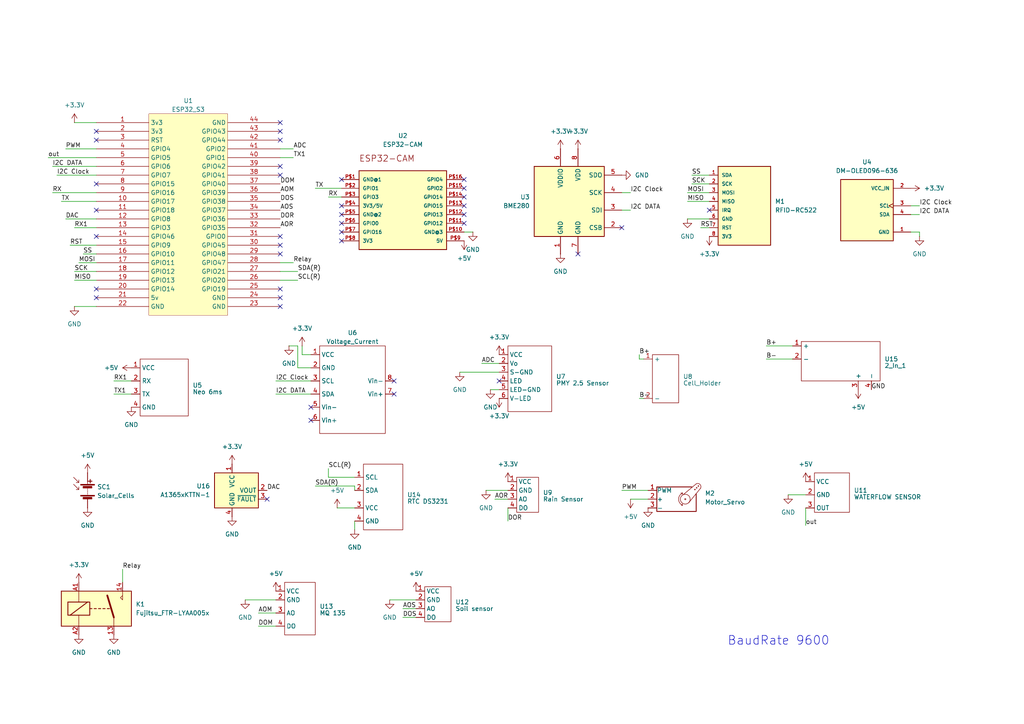
<source format=kicad_sch>
(kicad_sch
	(version 20250114)
	(generator "eeschema")
	(generator_version "9.0")
	(uuid "63f9f384-0bd4-44cd-9ad2-3d42b464e420")
	(paper "A4")
	(lib_symbols
		(symbol "DM-OLED096-636:DM-OLED096-636"
			(pin_names
				(offset 1.016)
			)
			(exclude_from_sim no)
			(in_bom yes)
			(on_board yes)
			(property "Reference" "U"
				(at -7.62 10.922 0)
				(effects
					(font
						(size 1.27 1.27)
					)
					(justify left bottom)
				)
			)
			(property "Value" "DM-OLED096-636"
				(at -7.62 -10.16 0)
				(effects
					(font
						(size 1.27 1.27)
					)
					(justify left bottom)
				)
			)
			(property "Footprint" "DM-OLED096-636:MODULE_DM-OLED096-636"
				(at 0 0 0)
				(effects
					(font
						(size 1.27 1.27)
					)
					(justify bottom)
					(hide yes)
				)
			)
			(property "Datasheet" ""
				(at 0 0 0)
				(effects
					(font
						(size 1.27 1.27)
					)
					(hide yes)
				)
			)
			(property "Description" ""
				(at 0 0 0)
				(effects
					(font
						(size 1.27 1.27)
					)
					(hide yes)
				)
			)
			(property "MF" "Display Module"
				(at 0 0 0)
				(effects
					(font
						(size 1.27 1.27)
					)
					(justify bottom)
					(hide yes)
				)
			)
			(property "MAXIMUM_PACKAGE_HEIGHT" "11.3 mm"
				(at 0 0 0)
				(effects
					(font
						(size 1.27 1.27)
					)
					(justify bottom)
					(hide yes)
				)
			)
			(property "Package" "Package"
				(at 0 0 0)
				(effects
					(font
						(size 1.27 1.27)
					)
					(justify bottom)
					(hide yes)
				)
			)
			(property "Price" "None"
				(at 0 0 0)
				(effects
					(font
						(size 1.27 1.27)
					)
					(justify bottom)
					(hide yes)
				)
			)
			(property "Check_prices" "https://www.snapeda.com/parts/DM-OLED096-636/Display+Module/view-part/?ref=eda"
				(at 0 0 0)
				(effects
					(font
						(size 1.27 1.27)
					)
					(justify bottom)
					(hide yes)
				)
			)
			(property "STANDARD" "Manufacturer Recommendations"
				(at 0 0 0)
				(effects
					(font
						(size 1.27 1.27)
					)
					(justify bottom)
					(hide yes)
				)
			)
			(property "PARTREV" "2018-09-10"
				(at 0 0 0)
				(effects
					(font
						(size 1.27 1.27)
					)
					(justify bottom)
					(hide yes)
				)
			)
			(property "SnapEDA_Link" "https://www.snapeda.com/parts/DM-OLED096-636/Display+Module/view-part/?ref=snap"
				(at 0 0 0)
				(effects
					(font
						(size 1.27 1.27)
					)
					(justify bottom)
					(hide yes)
				)
			)
			(property "MP" "DM-OLED096-636"
				(at 0 0 0)
				(effects
					(font
						(size 1.27 1.27)
					)
					(justify bottom)
					(hide yes)
				)
			)
			(property "Description_1" "0.96” 128 X 64 MONOCHROME GRAPHIC OLED DISPLAY MODULE - I2C"
				(at 0 0 0)
				(effects
					(font
						(size 1.27 1.27)
					)
					(justify bottom)
					(hide yes)
				)
			)
			(property "Availability" "Not in stock"
				(at 0 0 0)
				(effects
					(font
						(size 1.27 1.27)
					)
					(justify bottom)
					(hide yes)
				)
			)
			(property "MANUFACTURER" "Displaymodule"
				(at 0 0 0)
				(effects
					(font
						(size 1.27 1.27)
					)
					(justify bottom)
					(hide yes)
				)
			)
			(symbol "DM-OLED096-636_0_0"
				(rectangle
					(start -7.62 -7.62)
					(end 7.62 10.16)
					(stroke
						(width 0.254)
						(type default)
					)
					(fill
						(type background)
					)
				)
				(pin power_in line
					(at 12.7 7.62 180)
					(length 5.08)
					(name "VCC_IN"
						(effects
							(font
								(size 1.016 1.016)
							)
						)
					)
					(number "2"
						(effects
							(font
								(size 1.016 1.016)
							)
						)
					)
				)
				(pin input clock
					(at 12.7 2.54 180)
					(length 5.08)
					(name "SCL"
						(effects
							(font
								(size 1.016 1.016)
							)
						)
					)
					(number "3"
						(effects
							(font
								(size 1.016 1.016)
							)
						)
					)
				)
				(pin bidirectional line
					(at 12.7 0 180)
					(length 5.08)
					(name "SDA"
						(effects
							(font
								(size 1.016 1.016)
							)
						)
					)
					(number "4"
						(effects
							(font
								(size 1.016 1.016)
							)
						)
					)
				)
				(pin power_in line
					(at 12.7 -5.08 180)
					(length 5.08)
					(name "GND"
						(effects
							(font
								(size 1.016 1.016)
							)
						)
					)
					(number "1"
						(effects
							(font
								(size 1.016 1.016)
							)
						)
					)
				)
			)
			(embedded_fonts no)
		)
		(symbol "Device:Solar_Cells"
			(pin_numbers
				(hide yes)
			)
			(pin_names
				(offset 0)
				(hide yes)
			)
			(exclude_from_sim no)
			(in_bom yes)
			(on_board yes)
			(property "Reference" "SC"
				(at 2.54 2.54 0)
				(effects
					(font
						(size 1.27 1.27)
					)
					(justify left)
				)
			)
			(property "Value" "Solar_Cells"
				(at 2.54 0 0)
				(effects
					(font
						(size 1.27 1.27)
					)
					(justify left)
				)
			)
			(property "Footprint" ""
				(at 0 1.524 90)
				(effects
					(font
						(size 1.27 1.27)
					)
					(hide yes)
				)
			)
			(property "Datasheet" "~"
				(at 0 1.524 90)
				(effects
					(font
						(size 1.27 1.27)
					)
					(hide yes)
				)
			)
			(property "Description" "Multiple solar cells"
				(at 0 0 0)
				(effects
					(font
						(size 1.27 1.27)
					)
					(hide yes)
				)
			)
			(property "ki_keywords" "solar cell"
				(at 0 0 0)
				(effects
					(font
						(size 1.27 1.27)
					)
					(hide yes)
				)
			)
			(symbol "Solar_Cells_0_1"
				(polyline
					(pts
						(xy -2.54 3.048) (xy -2.54 2.286) (xy -3.302 2.286)
					)
					(stroke
						(width 0)
						(type default)
					)
					(fill
						(type none)
					)
				)
				(polyline
					(pts
						(xy -2.54 2.286) (xy -4.064 3.81)
					)
					(stroke
						(width 0)
						(type default)
					)
					(fill
						(type none)
					)
				)
				(polyline
					(pts
						(xy -2.54 1.016) (xy -2.54 0.254) (xy -3.302 0.254)
					)
					(stroke
						(width 0)
						(type default)
					)
					(fill
						(type none)
					)
				)
				(polyline
					(pts
						(xy -2.54 0.254) (xy -4.064 1.778)
					)
					(stroke
						(width 0)
						(type default)
					)
					(fill
						(type none)
					)
				)
				(rectangle
					(start -2.032 1.778)
					(end 2.032 1.524)
					(stroke
						(width 0)
						(type default)
					)
					(fill
						(type outline)
					)
				)
				(rectangle
					(start -2.032 -1.397)
					(end 2.032 -1.651)
					(stroke
						(width 0)
						(type default)
					)
					(fill
						(type outline)
					)
				)
				(rectangle
					(start -1.3208 1.1938)
					(end 1.27 0.6858)
					(stroke
						(width 0)
						(type default)
					)
					(fill
						(type outline)
					)
				)
				(rectangle
					(start -1.3208 -1.9812)
					(end 1.27 -2.4892)
					(stroke
						(width 0)
						(type default)
					)
					(fill
						(type outline)
					)
				)
				(polyline
					(pts
						(xy 0 1.778) (xy 0 2.54)
					)
					(stroke
						(width 0)
						(type default)
					)
					(fill
						(type none)
					)
				)
				(polyline
					(pts
						(xy 0 0.508) (xy 0 0.762)
					)
					(stroke
						(width 0)
						(type default)
					)
					(fill
						(type none)
					)
				)
				(polyline
					(pts
						(xy 0 0) (xy 0 0.254)
					)
					(stroke
						(width 0)
						(type default)
					)
					(fill
						(type none)
					)
				)
				(polyline
					(pts
						(xy 0 -0.508) (xy 0 -0.254)
					)
					(stroke
						(width 0)
						(type default)
					)
					(fill
						(type none)
					)
				)
				(polyline
					(pts
						(xy 0 -1.016) (xy 0 -0.762)
					)
					(stroke
						(width 0)
						(type default)
					)
					(fill
						(type none)
					)
				)
				(polyline
					(pts
						(xy 0 -1.524) (xy 0 -1.27)
					)
					(stroke
						(width 0)
						(type default)
					)
					(fill
						(type none)
					)
				)
				(polyline
					(pts
						(xy 0.254 2.667) (xy 1.27 2.667)
					)
					(stroke
						(width 0.254)
						(type default)
					)
					(fill
						(type none)
					)
				)
				(polyline
					(pts
						(xy 0.762 3.175) (xy 0.762 2.159)
					)
					(stroke
						(width 0.254)
						(type default)
					)
					(fill
						(type none)
					)
				)
			)
			(symbol "Solar_Cells_1_1"
				(pin passive line
					(at 0 5.08 270)
					(length 2.54)
					(name "+"
						(effects
							(font
								(size 1.27 1.27)
							)
						)
					)
					(number "1"
						(effects
							(font
								(size 1.27 1.27)
							)
						)
					)
				)
				(pin passive line
					(at 0 -5.08 90)
					(length 2.54)
					(name "-"
						(effects
							(font
								(size 1.27 1.27)
							)
						)
					)
					(number "2"
						(effects
							(font
								(size 1.27 1.27)
							)
						)
					)
				)
			)
			(embedded_fonts no)
		)
		(symbol "ESP32-CAM:ESP32-CAM"
			(pin_names
				(offset 1.016)
			)
			(exclude_from_sim no)
			(in_bom yes)
			(on_board yes)
			(property "Reference" "U2"
				(at 0 22.86 0)
				(effects
					(font
						(size 1.27 1.27)
					)
				)
			)
			(property "Value" "ESP32-CAM"
				(at 0 20.32 0)
				(effects
					(font
						(size 1.27 1.27)
					)
				)
			)
			(property "Footprint" "ESP32-CAM:ESP32-CAM"
				(at 0 0 0)
				(effects
					(font
						(size 1.27 1.27)
					)
					(justify bottom)
					(hide yes)
				)
			)
			(property "Datasheet" ""
				(at 0 0 0)
				(effects
					(font
						(size 1.27 1.27)
					)
					(hide yes)
				)
			)
			(property "Description" ""
				(at 0 0 0)
				(effects
					(font
						(size 1.27 1.27)
					)
					(hide yes)
				)
			)
			(property "MF" "AI-Thinker"
				(at 0 0 0)
				(effects
					(font
						(size 1.27 1.27)
					)
					(justify bottom)
					(hide yes)
				)
			)
			(property "Description_1" "ESP32 ESP32 Transceiver; 802.11 a/b/g/n (Wi-Fi, WiFi, WLAN), Bluetooth® Smart 4.x Low Energy (BLE) Evaluation Board"
				(at 0 0 0)
				(effects
					(font
						(size 1.27 1.27)
					)
					(justify bottom)
					(hide yes)
				)
			)
			(property "Package" "None"
				(at 0 0 0)
				(effects
					(font
						(size 1.27 1.27)
					)
					(justify bottom)
					(hide yes)
				)
			)
			(property "Price" "None"
				(at 0 0 0)
				(effects
					(font
						(size 1.27 1.27)
					)
					(justify bottom)
					(hide yes)
				)
			)
			(property "SnapEDA_Link" "https://www.snapeda.com/parts/ESP32-CAM/AI-Thinker/view-part/?ref=snap"
				(at 0 0 0)
				(effects
					(font
						(size 1.27 1.27)
					)
					(justify bottom)
					(hide yes)
				)
			)
			(property "MP" "ESP32-CAM"
				(at 0 0 0)
				(effects
					(font
						(size 1.27 1.27)
					)
					(justify bottom)
					(hide yes)
				)
			)
			(property "Availability" "Not in stock"
				(at 0 0 0)
				(effects
					(font
						(size 1.27 1.27)
					)
					(justify bottom)
					(hide yes)
				)
			)
			(property "Check_prices" "https://www.snapeda.com/parts/ESP32-CAM/AI-Thinker/view-part/?ref=eda"
				(at 0 0 0)
				(effects
					(font
						(size 1.27 1.27)
					)
					(justify bottom)
					(hide yes)
				)
			)
			(symbol "ESP32-CAM_0_0"
				(rectangle
					(start -12.7 -10.16)
					(end 12.7 12.7)
					(stroke
						(width 0.254)
						(type default)
					)
					(fill
						(type background)
					)
				)
				(text "ESP32-CAM"
					(at -12.7 15.24 0)
					(effects
						(font
							(size 1.778 1.778)
						)
						(justify left bottom)
					)
				)
				(pin bidirectional line
					(at -17.78 10.16 0)
					(length 5.08)
					(name "GND@1"
						(effects
							(font
								(size 1.016 1.016)
							)
						)
					)
					(number "P$1"
						(effects
							(font
								(size 1.016 1.016)
							)
						)
					)
				)
				(pin bidirectional line
					(at -17.78 7.62 0)
					(length 5.08)
					(name "GPIO1"
						(effects
							(font
								(size 1.016 1.016)
							)
						)
					)
					(number "P$2"
						(effects
							(font
								(size 1.016 1.016)
							)
						)
					)
				)
				(pin bidirectional line
					(at -17.78 5.08 0)
					(length 5.08)
					(name "GPIO3"
						(effects
							(font
								(size 1.016 1.016)
							)
						)
					)
					(number "P$3"
						(effects
							(font
								(size 1.016 1.016)
							)
						)
					)
				)
				(pin bidirectional line
					(at -17.78 2.54 0)
					(length 5.08)
					(name "3V3/5V"
						(effects
							(font
								(size 1.016 1.016)
							)
						)
					)
					(number "P$4"
						(effects
							(font
								(size 1.016 1.016)
							)
						)
					)
				)
				(pin bidirectional line
					(at -17.78 0 0)
					(length 5.08)
					(name "GND@2"
						(effects
							(font
								(size 1.016 1.016)
							)
						)
					)
					(number "P$5"
						(effects
							(font
								(size 1.016 1.016)
							)
						)
					)
				)
				(pin bidirectional line
					(at -17.78 -2.54 0)
					(length 5.08)
					(name "GPIO0"
						(effects
							(font
								(size 1.016 1.016)
							)
						)
					)
					(number "P$6"
						(effects
							(font
								(size 1.016 1.016)
							)
						)
					)
				)
				(pin bidirectional line
					(at -17.78 -5.08 0)
					(length 5.08)
					(name "GPIO16"
						(effects
							(font
								(size 1.016 1.016)
							)
						)
					)
					(number "P$7"
						(effects
							(font
								(size 1.016 1.016)
							)
						)
					)
				)
				(pin bidirectional line
					(at 17.78 10.16 180)
					(length 5.08)
					(name "GPIO4"
						(effects
							(font
								(size 1.016 1.016)
							)
						)
					)
					(number "P$16"
						(effects
							(font
								(size 1.016 1.016)
							)
						)
					)
				)
				(pin bidirectional line
					(at 17.78 7.62 180)
					(length 5.08)
					(name "GPIO2"
						(effects
							(font
								(size 1.016 1.016)
							)
						)
					)
					(number "P$15"
						(effects
							(font
								(size 1.016 1.016)
							)
						)
					)
				)
				(pin bidirectional line
					(at 17.78 5.08 180)
					(length 5.08)
					(name "GPIO14"
						(effects
							(font
								(size 1.016 1.016)
							)
						)
					)
					(number "P$14"
						(effects
							(font
								(size 1.016 1.016)
							)
						)
					)
				)
				(pin bidirectional line
					(at 17.78 2.54 180)
					(length 5.08)
					(name "GPIO15"
						(effects
							(font
								(size 1.016 1.016)
							)
						)
					)
					(number "P$13"
						(effects
							(font
								(size 1.016 1.016)
							)
						)
					)
				)
				(pin bidirectional line
					(at 17.78 0 180)
					(length 5.08)
					(name "GPIO13"
						(effects
							(font
								(size 1.016 1.016)
							)
						)
					)
					(number "P$12"
						(effects
							(font
								(size 1.016 1.016)
							)
						)
					)
				)
				(pin bidirectional line
					(at 17.78 -2.54 180)
					(length 5.08)
					(name "GPIO12"
						(effects
							(font
								(size 1.016 1.016)
							)
						)
					)
					(number "P$11"
						(effects
							(font
								(size 1.016 1.016)
							)
						)
					)
				)
			)
			(symbol "ESP32-CAM_1_0"
				(pin power_in line
					(at -17.78 -7.62 0)
					(length 5.08)
					(name "3V3"
						(effects
							(font
								(size 1.016 1.016)
							)
						)
					)
					(number "P$8"
						(effects
							(font
								(size 1.016 1.016)
							)
						)
					)
				)
				(pin power_in line
					(at 17.78 -5.08 180)
					(length 5.08)
					(name "GND@3"
						(effects
							(font
								(size 1.016 1.016)
							)
						)
					)
					(number "P$10"
						(effects
							(font
								(size 1.016 1.016)
							)
						)
					)
				)
				(pin power_in line
					(at 17.78 -7.62 180)
					(length 5.08)
					(name "5V"
						(effects
							(font
								(size 1.016 1.016)
							)
						)
					)
					(number "P$9"
						(effects
							(font
								(size 1.016 1.016)
							)
						)
					)
				)
			)
			(embedded_fonts no)
		)
		(symbol "Motor:Motor_Servo"
			(pin_names
				(offset 0.0254)
			)
			(exclude_from_sim no)
			(in_bom yes)
			(on_board yes)
			(property "Reference" "M"
				(at -5.08 4.445 0)
				(effects
					(font
						(size 1.27 1.27)
					)
					(justify left)
				)
			)
			(property "Value" "Motor_Servo"
				(at -5.08 -4.064 0)
				(effects
					(font
						(size 1.27 1.27)
					)
					(justify left top)
				)
			)
			(property "Footprint" ""
				(at 0 -4.826 0)
				(effects
					(font
						(size 1.27 1.27)
					)
					(hide yes)
				)
			)
			(property "Datasheet" "http://forums.parallax.com/uploads/attachments/46831/74481.png"
				(at 0 -4.826 0)
				(effects
					(font
						(size 1.27 1.27)
					)
					(hide yes)
				)
			)
			(property "Description" "Servo Motor (Futaba, HiTec, JR connector)"
				(at 0 0 0)
				(effects
					(font
						(size 1.27 1.27)
					)
					(hide yes)
				)
			)
			(property "ki_keywords" "Servo Motor"
				(at 0 0 0)
				(effects
					(font
						(size 1.27 1.27)
					)
					(hide yes)
				)
			)
			(property "ki_fp_filters" "PinHeader*P2.54mm*"
				(at 0 0 0)
				(effects
					(font
						(size 1.27 1.27)
					)
					(hide yes)
				)
			)
			(symbol "Motor_Servo_0_1"
				(polyline
					(pts
						(xy 2.413 1.778) (xy 1.905 1.778)
					)
					(stroke
						(width 0)
						(type default)
					)
					(fill
						(type none)
					)
				)
				(polyline
					(pts
						(xy 2.413 1.778) (xy 2.286 1.397)
					)
					(stroke
						(width 0)
						(type default)
					)
					(fill
						(type none)
					)
				)
				(polyline
					(pts
						(xy 2.413 -1.778) (xy 2.032 -1.778)
					)
					(stroke
						(width 0)
						(type default)
					)
					(fill
						(type none)
					)
				)
				(polyline
					(pts
						(xy 2.413 -1.778) (xy 2.286 -1.397)
					)
					(stroke
						(width 0)
						(type default)
					)
					(fill
						(type none)
					)
				)
				(arc
					(start 2.413 -1.778)
					(mid 1.2406 0)
					(end 2.413 1.778)
					(stroke
						(width 0)
						(type default)
					)
					(fill
						(type none)
					)
				)
				(circle
					(center 3.175 0)
					(radius 0.1778)
					(stroke
						(width 0)
						(type default)
					)
					(fill
						(type none)
					)
				)
				(circle
					(center 3.175 0)
					(radius 1.4224)
					(stroke
						(width 0)
						(type default)
					)
					(fill
						(type none)
					)
				)
				(polyline
					(pts
						(xy 5.08 3.556) (xy -5.08 3.556) (xy -5.08 -3.556) (xy 6.35 -3.556) (xy 6.35 1.524)
					)
					(stroke
						(width 0.254)
						(type default)
					)
					(fill
						(type none)
					)
				)
				(circle
					(center 5.969 2.794)
					(radius 0.127)
					(stroke
						(width 0)
						(type default)
					)
					(fill
						(type none)
					)
				)
				(polyline
					(pts
						(xy 6.35 4.445) (xy 2.54 1.27)
					)
					(stroke
						(width 0)
						(type default)
					)
					(fill
						(type none)
					)
				)
				(circle
					(center 6.477 3.302)
					(radius 0.127)
					(stroke
						(width 0)
						(type default)
					)
					(fill
						(type none)
					)
				)
				(arc
					(start 6.35 4.445)
					(mid 7.4487 4.2737)
					(end 7.62 3.175)
					(stroke
						(width 0)
						(type default)
					)
					(fill
						(type none)
					)
				)
				(circle
					(center 6.985 3.81)
					(radius 0.127)
					(stroke
						(width 0)
						(type default)
					)
					(fill
						(type none)
					)
				)
				(polyline
					(pts
						(xy 7.62 3.175) (xy 4.191 -1.016)
					)
					(stroke
						(width 0)
						(type default)
					)
					(fill
						(type none)
					)
				)
			)
			(symbol "Motor_Servo_1_1"
				(pin passive line
					(at -7.62 2.54 0)
					(length 2.54)
					(name "PWM"
						(effects
							(font
								(size 1.27 1.27)
							)
						)
					)
					(number "1"
						(effects
							(font
								(size 1.27 1.27)
							)
						)
					)
				)
				(pin passive line
					(at -7.62 0 0)
					(length 2.54)
					(name "+"
						(effects
							(font
								(size 1.27 1.27)
							)
						)
					)
					(number "2"
						(effects
							(font
								(size 1.27 1.27)
							)
						)
					)
				)
				(pin passive line
					(at -7.62 -2.54 0)
					(length 2.54)
					(name "-"
						(effects
							(font
								(size 1.27 1.27)
							)
						)
					)
					(number "3"
						(effects
							(font
								(size 1.27 1.27)
							)
						)
					)
				)
			)
			(embedded_fonts no)
		)
		(symbol "RFID-RC522:RFID-RC522"
			(pin_names
				(offset 1.016)
			)
			(exclude_from_sim no)
			(in_bom yes)
			(on_board yes)
			(property "Reference" "M"
				(at -7.62 10.922 0)
				(effects
					(font
						(size 1.27 1.27)
					)
					(justify left bottom)
				)
			)
			(property "Value" ""
				(at 0 0 0)
				(effects
					(font
						(size 1.27 1.27)
					)
					(justify bottom)
					(hide yes)
				)
			)
			(property "Footprint" "RFID-RC522:RFID-RC522"
				(at 0 0 0)
				(effects
					(font
						(size 1.27 1.27)
					)
					(justify bottom)
					(hide yes)
				)
			)
			(property "Datasheet" ""
				(at 0 0 0)
				(effects
					(font
						(size 1.27 1.27)
					)
					(hide yes)
				)
			)
			(property "Description" ""
				(at 0 0 0)
				(effects
					(font
						(size 1.27 1.27)
					)
					(hide yes)
				)
			)
			(property "REMARK" ""
				(at 0 0 0)
				(effects
					(font
						(size 1.27 1.27)
					)
					(justify bottom)
					(hide yes)
				)
			)
			(property "MF" "Handson Technology"
				(at 0 0 0)
				(effects
					(font
						(size 1.27 1.27)
					)
					(justify bottom)
					(hide yes)
				)
			)
			(property "Description_1" "Development kit in an integrated reader/writer IC MFRC522 for contactless communication at 13.56 MHz."
				(at 0 0 0)
				(effects
					(font
						(size 1.27 1.27)
					)
					(justify bottom)
					(hide yes)
				)
			)
			(property "PNP-LIB" ""
				(at 0 0 0)
				(effects
					(font
						(size 1.27 1.27)
					)
					(justify bottom)
					(hide yes)
				)
			)
			(property "MPN" "RFID-RC522"
				(at 0 0 0)
				(effects
					(font
						(size 1.27 1.27)
					)
					(justify bottom)
					(hide yes)
				)
			)
			(property "Price" "None"
				(at 0 0 0)
				(effects
					(font
						(size 1.27 1.27)
					)
					(justify bottom)
					(hide yes)
				)
			)
			(property "Package" "Package"
				(at 0 0 0)
				(effects
					(font
						(size 1.27 1.27)
					)
					(justify bottom)
					(hide yes)
				)
			)
			(property "Check_prices" "https://www.snapeda.com/parts/RFID-RC522/Handson+Technology/view-part/?ref=eda"
				(at 0 0 0)
				(effects
					(font
						(size 1.27 1.27)
					)
					(justify bottom)
					(hide yes)
				)
			)
			(property "SnapEDA_Link" "https://www.snapeda.com/parts/RFID-RC522/Handson+Technology/view-part/?ref=snap"
				(at 0 0 0)
				(effects
					(font
						(size 1.27 1.27)
					)
					(justify bottom)
					(hide yes)
				)
			)
			(property "CYTRON-PC" ""
				(at 0 0 0)
				(effects
					(font
						(size 1.27 1.27)
					)
					(justify bottom)
					(hide yes)
				)
			)
			(property "MP" "RFID-RC522"
				(at 0 0 0)
				(effects
					(font
						(size 1.27 1.27)
					)
					(justify bottom)
					(hide yes)
				)
			)
			(property "Availability" "Not in stock"
				(at 0 0 0)
				(effects
					(font
						(size 1.27 1.27)
					)
					(justify bottom)
					(hide yes)
				)
			)
			(property "DESC" "MFRC522 RFID Module"
				(at 0 0 0)
				(effects
					(font
						(size 1.27 1.27)
					)
					(justify bottom)
					(hide yes)
				)
			)
			(symbol "RFID-RC522_0_0"
				(rectangle
					(start -7.62 -12.7)
					(end 7.62 10.16)
					(stroke
						(width 0.254)
						(type default)
					)
					(fill
						(type background)
					)
				)
				(pin bidirectional line
					(at -10.16 7.62 0)
					(length 2.54)
					(name "SDA"
						(effects
							(font
								(size 1.016 1.016)
							)
						)
					)
					(number "1"
						(effects
							(font
								(size 1.016 1.016)
							)
						)
					)
				)
				(pin bidirectional line
					(at -10.16 5.08 0)
					(length 2.54)
					(name "SCK"
						(effects
							(font
								(size 1.016 1.016)
							)
						)
					)
					(number "2"
						(effects
							(font
								(size 1.016 1.016)
							)
						)
					)
				)
				(pin bidirectional line
					(at -10.16 2.54 0)
					(length 2.54)
					(name "MOSI"
						(effects
							(font
								(size 1.016 1.016)
							)
						)
					)
					(number "3"
						(effects
							(font
								(size 1.016 1.016)
							)
						)
					)
				)
				(pin bidirectional line
					(at -10.16 0 0)
					(length 2.54)
					(name "MISO"
						(effects
							(font
								(size 1.016 1.016)
							)
						)
					)
					(number "4"
						(effects
							(font
								(size 1.016 1.016)
							)
						)
					)
				)
				(pin bidirectional line
					(at -10.16 -2.54 0)
					(length 2.54)
					(name "IRQ"
						(effects
							(font
								(size 1.016 1.016)
							)
						)
					)
					(number "5"
						(effects
							(font
								(size 1.016 1.016)
							)
						)
					)
				)
				(pin bidirectional line
					(at -10.16 -5.08 0)
					(length 2.54)
					(name "GND"
						(effects
							(font
								(size 1.016 1.016)
							)
						)
					)
					(number "6"
						(effects
							(font
								(size 1.016 1.016)
							)
						)
					)
				)
				(pin bidirectional line
					(at -10.16 -7.62 0)
					(length 2.54)
					(name "RST"
						(effects
							(font
								(size 1.016 1.016)
							)
						)
					)
					(number "7"
						(effects
							(font
								(size 1.016 1.016)
							)
						)
					)
				)
				(pin bidirectional line
					(at -10.16 -10.16 0)
					(length 2.54)
					(name "3V3"
						(effects
							(font
								(size 1.016 1.016)
							)
						)
					)
					(number "8"
						(effects
							(font
								(size 1.016 1.016)
							)
						)
					)
				)
			)
			(embedded_fonts no)
		)
		(symbol "Relay:Fujitsu_FTR-LYAA005x"
			(exclude_from_sim no)
			(in_bom yes)
			(on_board yes)
			(property "Reference" "K"
				(at 11.43 3.81 0)
				(effects
					(font
						(size 1.27 1.27)
					)
					(justify left)
				)
			)
			(property "Value" "Fujitsu_FTR-LYAA005x"
				(at 11.43 1.27 0)
				(effects
					(font
						(size 1.27 1.27)
					)
					(justify left)
				)
			)
			(property "Footprint" "Relay_THT:Relay_SPST-NO_Fujitsu_FTR-LYAA005x_FormA_Vertical"
				(at 11.43 -1.27 0)
				(effects
					(font
						(size 1.27 1.27)
					)
					(justify left)
					(hide yes)
				)
			)
			(property "Datasheet" "https://www.fujitsu.com/sg/imagesgig5/ftr-ly.pdf"
				(at 17.78 -3.81 0)
				(effects
					(font
						(size 1.27 1.27)
					)
					(justify left)
					(hide yes)
				)
			)
			(property "Description" "Relay, SPST Form A, vertical mount, 5-60V coil, 6A, 250VAC, 28 x 5 x 15mm"
				(at 0 0 0)
				(effects
					(font
						(size 1.27 1.27)
					)
					(hide yes)
				)
			)
			(property "ki_keywords" "6A SPST-NO Relay"
				(at 0 0 0)
				(effects
					(font
						(size 1.27 1.27)
					)
					(hide yes)
				)
			)
			(property "ki_fp_filters" "Relay*Fujitsu*FTR?LYA*"
				(at 0 0 0)
				(effects
					(font
						(size 1.27 1.27)
					)
					(hide yes)
				)
			)
			(symbol "Fujitsu_FTR-LYAA005x_0_0"
				(polyline
					(pts
						(xy 7.62 5.08) (xy 7.62 2.54) (xy 6.985 3.175) (xy 7.62 3.81)
					)
					(stroke
						(width 0)
						(type default)
					)
					(fill
						(type none)
					)
				)
			)
			(symbol "Fujitsu_FTR-LYAA005x_0_1"
				(rectangle
					(start -10.16 5.08)
					(end 10.16 -5.08)
					(stroke
						(width 0.254)
						(type default)
					)
					(fill
						(type background)
					)
				)
				(rectangle
					(start -8.255 1.905)
					(end -1.905 -1.905)
					(stroke
						(width 0.254)
						(type default)
					)
					(fill
						(type none)
					)
				)
				(polyline
					(pts
						(xy -7.62 -1.905) (xy -2.54 1.905)
					)
					(stroke
						(width 0.254)
						(type default)
					)
					(fill
						(type none)
					)
				)
				(polyline
					(pts
						(xy -5.08 5.08) (xy -5.08 1.905)
					)
					(stroke
						(width 0)
						(type default)
					)
					(fill
						(type none)
					)
				)
				(polyline
					(pts
						(xy -5.08 -5.08) (xy -5.08 -1.905)
					)
					(stroke
						(width 0)
						(type default)
					)
					(fill
						(type none)
					)
				)
				(polyline
					(pts
						(xy -1.905 0) (xy -1.27 0)
					)
					(stroke
						(width 0.254)
						(type default)
					)
					(fill
						(type none)
					)
				)
				(polyline
					(pts
						(xy -0.635 0) (xy 0 0)
					)
					(stroke
						(width 0.254)
						(type default)
					)
					(fill
						(type none)
					)
				)
				(polyline
					(pts
						(xy 0.635 0) (xy 1.27 0)
					)
					(stroke
						(width 0.254)
						(type default)
					)
					(fill
						(type none)
					)
				)
				(polyline
					(pts
						(xy 1.905 0) (xy 2.54 0)
					)
					(stroke
						(width 0.254)
						(type default)
					)
					(fill
						(type none)
					)
				)
				(polyline
					(pts
						(xy 3.175 0) (xy 3.81 0)
					)
					(stroke
						(width 0.254)
						(type default)
					)
					(fill
						(type none)
					)
				)
				(polyline
					(pts
						(xy 5.08 -2.54) (xy 3.175 3.81)
					)
					(stroke
						(width 0.508)
						(type default)
					)
					(fill
						(type none)
					)
				)
				(polyline
					(pts
						(xy 5.08 -2.54) (xy 5.08 -5.08)
					)
					(stroke
						(width 0)
						(type default)
					)
					(fill
						(type none)
					)
				)
			)
			(symbol "Fujitsu_FTR-LYAA005x_1_1"
				(pin passive line
					(at -5.08 7.62 270)
					(length 2.54)
					(name "~"
						(effects
							(font
								(size 1.27 1.27)
							)
						)
					)
					(number "A1"
						(effects
							(font
								(size 1.27 1.27)
							)
						)
					)
				)
				(pin passive line
					(at -5.08 -7.62 90)
					(length 2.54)
					(name "~"
						(effects
							(font
								(size 1.27 1.27)
							)
						)
					)
					(number "A2"
						(effects
							(font
								(size 1.27 1.27)
							)
						)
					)
				)
				(pin passive line
					(at 5.08 -7.62 90)
					(length 2.54)
					(name "~"
						(effects
							(font
								(size 1.27 1.27)
							)
						)
					)
					(number "13"
						(effects
							(font
								(size 1.27 1.27)
							)
						)
					)
				)
				(pin passive line
					(at 7.62 7.62 270)
					(length 2.54)
					(name "~"
						(effects
							(font
								(size 1.27 1.27)
							)
						)
					)
					(number "14"
						(effects
							(font
								(size 1.27 1.27)
							)
						)
					)
				)
			)
			(embedded_fonts no)
		)
		(symbol "Sensor:BME280"
			(exclude_from_sim no)
			(in_bom yes)
			(on_board yes)
			(property "Reference" "U"
				(at -8.89 11.43 0)
				(effects
					(font
						(size 1.27 1.27)
					)
				)
			)
			(property "Value" "BME280"
				(at 7.62 11.43 0)
				(effects
					(font
						(size 1.27 1.27)
					)
				)
			)
			(property "Footprint" "Package_LGA:Bosch_LGA-8_2.5x2.5mm_P0.65mm_ClockwisePinNumbering"
				(at 38.1 -11.43 0)
				(effects
					(font
						(size 1.27 1.27)
					)
					(hide yes)
				)
			)
			(property "Datasheet" "https://www.bosch-sensortec.com/media/boschsensortec/downloads/datasheets/bst-bme280-ds002.pdf"
				(at 0 -5.08 0)
				(effects
					(font
						(size 1.27 1.27)
					)
					(hide yes)
				)
			)
			(property "Description" "3-in-1 sensor, humidity, pressure, temperature, I2C and SPI interface, 1.71-3.6V, LGA-8"
				(at 0 0 0)
				(effects
					(font
						(size 1.27 1.27)
					)
					(hide yes)
				)
			)
			(property "ki_keywords" "Bosch pressure humidity temperature environment environmental measurement digital"
				(at 0 0 0)
				(effects
					(font
						(size 1.27 1.27)
					)
					(hide yes)
				)
			)
			(property "ki_fp_filters" "*LGA*2.5x2.5mm*P0.65mm*Clockwise*"
				(at 0 0 0)
				(effects
					(font
						(size 1.27 1.27)
					)
					(hide yes)
				)
			)
			(symbol "BME280_0_1"
				(rectangle
					(start -10.16 10.16)
					(end 10.16 -10.16)
					(stroke
						(width 0.254)
						(type default)
					)
					(fill
						(type background)
					)
				)
			)
			(symbol "BME280_1_1"
				(pin power_in line
					(at -2.54 15.24 270)
					(length 5.08)
					(name "VDDIO"
						(effects
							(font
								(size 1.27 1.27)
							)
						)
					)
					(number "6"
						(effects
							(font
								(size 1.27 1.27)
							)
						)
					)
				)
				(pin power_in line
					(at -2.54 -15.24 90)
					(length 5.08)
					(name "GND"
						(effects
							(font
								(size 1.27 1.27)
							)
						)
					)
					(number "1"
						(effects
							(font
								(size 1.27 1.27)
							)
						)
					)
				)
				(pin power_in line
					(at 2.54 15.24 270)
					(length 5.08)
					(name "VDD"
						(effects
							(font
								(size 1.27 1.27)
							)
						)
					)
					(number "8"
						(effects
							(font
								(size 1.27 1.27)
							)
						)
					)
				)
				(pin power_in line
					(at 2.54 -15.24 90)
					(length 5.08)
					(name "GND"
						(effects
							(font
								(size 1.27 1.27)
							)
						)
					)
					(number "7"
						(effects
							(font
								(size 1.27 1.27)
							)
						)
					)
				)
				(pin bidirectional line
					(at 15.24 7.62 180)
					(length 5.08)
					(name "SDO"
						(effects
							(font
								(size 1.27 1.27)
							)
						)
					)
					(number "5"
						(effects
							(font
								(size 1.27 1.27)
							)
						)
					)
				)
				(pin input line
					(at 15.24 2.54 180)
					(length 5.08)
					(name "SCK"
						(effects
							(font
								(size 1.27 1.27)
							)
						)
					)
					(number "4"
						(effects
							(font
								(size 1.27 1.27)
							)
						)
					)
				)
				(pin bidirectional line
					(at 15.24 -2.54 180)
					(length 5.08)
					(name "SDI"
						(effects
							(font
								(size 1.27 1.27)
							)
						)
					)
					(number "3"
						(effects
							(font
								(size 1.27 1.27)
							)
						)
					)
				)
				(pin input line
					(at 15.24 -7.62 180)
					(length 5.08)
					(name "CSB"
						(effects
							(font
								(size 1.27 1.27)
							)
						)
					)
					(number "2"
						(effects
							(font
								(size 1.27 1.27)
							)
						)
					)
				)
			)
			(embedded_fonts no)
		)
		(symbol "Sensor_Current:A1365xKTTN-1"
			(exclude_from_sim no)
			(in_bom yes)
			(on_board yes)
			(property "Reference" "U"
				(at 8.89 6.35 0)
				(effects
					(font
						(size 1.27 1.27)
					)
					(justify left)
				)
			)
			(property "Value" "A1365xKTTN-1"
				(at 8.89 3.81 0)
				(effects
					(font
						(size 1.27 1.27)
					)
					(justify left)
				)
			)
			(property "Footprint" "Sensor_Current:Allegro_SIP-4"
				(at 8.89 -2.54 0)
				(effects
					(font
						(size 1.27 1.27)
						(italic yes)
					)
					(justify left)
					(hide yes)
				)
			)
			(property "Datasheet" "http://www.allegromicro.com/~/media/Files/Datasheets/A1365-Datasheet.ashx?la=en"
				(at 0 0 0)
				(effects
					(font
						(size 1.27 1.27)
					)
					(hide yes)
				)
			)
			(property "Description" "Programmable Linear Hall Effect Sensor, +0.6 to +1.3mV/G, SIP-4"
				(at 0 0 0)
				(effects
					(font
						(size 1.27 1.27)
					)
					(hide yes)
				)
			)
			(property "ki_keywords" "hall effect current monitor sensor isolated"
				(at 0 0 0)
				(effects
					(font
						(size 1.27 1.27)
					)
					(hide yes)
				)
			)
			(property "ki_fp_filters" "Allegro*SIP*"
				(at 0 0 0)
				(effects
					(font
						(size 1.27 1.27)
					)
					(hide yes)
				)
			)
			(symbol "A1365xKTTN-1_0_1"
				(rectangle
					(start -5.08 5.08)
					(end 7.62 -5.08)
					(stroke
						(width 0.254)
						(type default)
					)
					(fill
						(type background)
					)
				)
			)
			(symbol "A1365xKTTN-1_1_1"
				(pin power_in line
					(at 0 7.62 270)
					(length 2.54)
					(name "VCC"
						(effects
							(font
								(size 1.27 1.27)
							)
						)
					)
					(number "1"
						(effects
							(font
								(size 1.27 1.27)
							)
						)
					)
				)
				(pin power_in line
					(at 0 -7.62 90)
					(length 2.54)
					(name "GND"
						(effects
							(font
								(size 1.27 1.27)
							)
						)
					)
					(number "4"
						(effects
							(font
								(size 1.27 1.27)
							)
						)
					)
				)
				(pin output line
					(at 10.16 0 180)
					(length 2.54)
					(name "VOUT"
						(effects
							(font
								(size 1.27 1.27)
							)
						)
					)
					(number "2"
						(effects
							(font
								(size 1.27 1.27)
							)
						)
					)
				)
				(pin output line
					(at 10.16 -2.54 180)
					(length 2.54)
					(name "~{FAULT}"
						(effects
							(font
								(size 1.27 1.27)
							)
						)
					)
					(number "3"
						(effects
							(font
								(size 1.27 1.27)
							)
						)
					)
				)
			)
			(embedded_fonts no)
		)
		(symbol "components_symbol:2_In_1"
			(exclude_from_sim no)
			(in_bom yes)
			(on_board yes)
			(property "Reference" "U"
				(at 21.844 6.35 0)
				(effects
					(font
						(size 1.27 1.27)
					)
				)
			)
			(property "Value" ""
				(at 0 0 0)
				(effects
					(font
						(size 1.27 1.27)
					)
				)
			)
			(property "Footprint" ""
				(at 0 0 0)
				(effects
					(font
						(size 1.27 1.27)
					)
					(hide yes)
				)
			)
			(property "Datasheet" ""
				(at 0 0 0)
				(effects
					(font
						(size 1.27 1.27)
					)
					(hide yes)
				)
			)
			(property "Description" ""
				(at 0 0 0)
				(effects
					(font
						(size 1.27 1.27)
					)
					(hide yes)
				)
			)
			(symbol "2_In_1_0_1"
				(rectangle
					(start 2.54 8.89)
					(end 25.4 -2.54)
					(stroke
						(width 0)
						(type default)
					)
					(fill
						(type none)
					)
				)
			)
			(symbol "2_In_1_1_1"
				(pin power_out line
					(at 0 7.62 0)
					(length 2.54)
					(name "+"
						(effects
							(font
								(size 1.27 1.27)
							)
						)
					)
					(number "1"
						(effects
							(font
								(size 1.27 1.27)
							)
						)
					)
				)
				(pin power_out line
					(at 0 3.81 0)
					(length 2.54)
					(name "-"
						(effects
							(font
								(size 1.27 1.27)
							)
						)
					)
					(number "2"
						(effects
							(font
								(size 1.27 1.27)
							)
						)
					)
				)
				(pin power_out line
					(at 19.05 -5.08 90)
					(length 2.54)
					(name "+"
						(effects
							(font
								(size 1.27 1.27)
							)
						)
					)
					(number "3"
						(effects
							(font
								(size 1.27 1.27)
							)
						)
					)
				)
				(pin power_out line
					(at 22.86 -5.08 90)
					(length 2.54)
					(name "-"
						(effects
							(font
								(size 1.27 1.27)
							)
						)
					)
					(number "4"
						(effects
							(font
								(size 1.27 1.27)
							)
						)
					)
				)
			)
			(embedded_fonts no)
		)
		(symbol "components_symbol:Cell_Holder"
			(exclude_from_sim no)
			(in_bom yes)
			(on_board yes)
			(property "Reference" "U8"
				(at 13.97 2.5401 0)
				(effects
					(font
						(size 1.27 1.27)
					)
					(justify left)
				)
			)
			(property "Value" "Cell_Holder"
				(at 13.97 0.635 0)
				(effects
					(font
						(size 1.27 1.27)
					)
					(justify left)
				)
			)
			(property "Footprint" "components_footprints:Cell_Holder"
				(at 0 0 0)
				(effects
					(font
						(size 1.27 1.27)
					)
					(hide yes)
				)
			)
			(property "Datasheet" ""
				(at 0 0 0)
				(effects
					(font
						(size 1.27 1.27)
					)
					(hide yes)
				)
			)
			(property "Description" ""
				(at 0 0 0)
				(effects
					(font
						(size 1.27 1.27)
					)
					(hide yes)
				)
			)
			(symbol "Cell_Holder_0_1"
				(rectangle
					(start 5.08 8.89)
					(end 12.7 -5.08)
					(stroke
						(width 0)
						(type default)
					)
					(fill
						(type none)
					)
				)
			)
			(symbol "Cell_Holder_1_1"
				(pin power_in line
					(at 2.54 7.62 0)
					(length 2.54)
					(name "+"
						(effects
							(font
								(size 1.27 1.27)
							)
						)
					)
					(number "1"
						(effects
							(font
								(size 1.27 1.27)
							)
						)
					)
				)
				(pin free line
					(at 2.54 -3.81 0)
					(length 2.54)
					(name "-"
						(effects
							(font
								(size 1.27 1.27)
							)
						)
					)
					(number "2"
						(effects
							(font
								(size 1.27 1.27)
							)
						)
					)
				)
			)
			(embedded_fonts no)
		)
		(symbol "components_symbol:MQ_135"
			(exclude_from_sim no)
			(in_bom yes)
			(on_board yes)
			(property "Reference" "U"
				(at 11.43 -1.27 0)
				(effects
					(font
						(size 1.27 1.27)
					)
				)
			)
			(property "Value" ""
				(at 0 0 0)
				(effects
					(font
						(size 1.27 1.27)
					)
				)
			)
			(property "Footprint" ""
				(at 0 0 0)
				(effects
					(font
						(size 1.27 1.27)
					)
					(hide yes)
				)
			)
			(property "Datasheet" ""
				(at 0 0 0)
				(effects
					(font
						(size 1.27 1.27)
					)
					(hide yes)
				)
			)
			(property "Description" ""
				(at 0 0 0)
				(effects
					(font
						(size 1.27 1.27)
					)
					(hide yes)
				)
			)
			(symbol "MQ_135_0_1"
				(rectangle
					(start 3.81 6.35)
					(end 12.7 -8.89)
					(stroke
						(width 0)
						(type default)
					)
					(fill
						(type none)
					)
				)
			)
			(symbol "MQ_135_1_1"
				(pin power_in line
					(at 1.27 3.81 0)
					(length 2.54)
					(name "VCC"
						(effects
							(font
								(size 1.27 1.27)
							)
						)
					)
					(number "1"
						(effects
							(font
								(size 1.27 1.27)
							)
						)
					)
				)
				(pin free line
					(at 1.27 1.27 0)
					(length 2.54)
					(name "GND"
						(effects
							(font
								(size 1.27 1.27)
							)
						)
					)
					(number "2"
						(effects
							(font
								(size 1.27 1.27)
							)
						)
					)
				)
				(pin passive line
					(at 1.27 -2.54 0)
					(length 2.54)
					(name "AO"
						(effects
							(font
								(size 1.27 1.27)
							)
						)
					)
					(number "3"
						(effects
							(font
								(size 1.27 1.27)
							)
						)
					)
				)
				(pin bidirectional line
					(at 1.27 -6.35 0)
					(length 2.54)
					(name "DO"
						(effects
							(font
								(size 1.27 1.27)
							)
						)
					)
					(number "4"
						(effects
							(font
								(size 1.27 1.27)
							)
						)
					)
				)
			)
			(embedded_fonts no)
		)
		(symbol "components_symbol:RTC_DS3231"
			(exclude_from_sim no)
			(in_bom yes)
			(on_board yes)
			(property "Reference" "U"
				(at 2.54 9.398 0)
				(effects
					(font
						(size 1.27 1.27)
					)
				)
			)
			(property "Value" ""
				(at 0 0 0)
				(effects
					(font
						(size 1.27 1.27)
					)
				)
			)
			(property "Footprint" ""
				(at 0 0 0)
				(effects
					(font
						(size 1.27 1.27)
					)
					(hide yes)
				)
			)
			(property "Datasheet" ""
				(at 0 0 0)
				(effects
					(font
						(size 1.27 1.27)
					)
					(hide yes)
				)
			)
			(property "Description" ""
				(at 0 0 0)
				(effects
					(font
						(size 1.27 1.27)
					)
					(hide yes)
				)
			)
			(symbol "RTC_DS3231_0_1"
				(rectangle
					(start -6.35 19.05)
					(end 5.08 0)
					(stroke
						(width 0)
						(type default)
					)
					(fill
						(type none)
					)
				)
			)
			(symbol "RTC_DS3231_1_1"
				(pin bidirectional line
					(at -8.89 15.24 0)
					(length 2.54)
					(name "SCL"
						(effects
							(font
								(size 1.27 1.27)
							)
						)
					)
					(number "1"
						(effects
							(font
								(size 1.27 1.27)
							)
						)
					)
				)
				(pin bidirectional line
					(at -8.89 11.43 0)
					(length 2.54)
					(name "SDA"
						(effects
							(font
								(size 1.27 1.27)
							)
						)
					)
					(number "2"
						(effects
							(font
								(size 1.27 1.27)
							)
						)
					)
				)
				(pin power_in line
					(at -8.89 6.35 0)
					(length 2.54)
					(name "VCC"
						(effects
							(font
								(size 1.27 1.27)
							)
						)
					)
					(number "3"
						(effects
							(font
								(size 1.27 1.27)
							)
						)
					)
				)
				(pin free line
					(at -8.89 2.54 0)
					(length 2.54)
					(name "GND"
						(effects
							(font
								(size 1.27 1.27)
							)
						)
					)
					(number "4"
						(effects
							(font
								(size 1.27 1.27)
							)
						)
					)
				)
			)
			(embedded_fonts no)
		)
		(symbol "components_symbol:Rain_Sensor"
			(exclude_from_sim no)
			(in_bom yes)
			(on_board yes)
			(property "Reference" "U"
				(at 1.524 6.604 0)
				(effects
					(font
						(size 1.27 1.27)
					)
				)
			)
			(property "Value" ""
				(at 0 0 0)
				(effects
					(font
						(size 1.27 1.27)
					)
				)
			)
			(property "Footprint" ""
				(at 0 0 0)
				(effects
					(font
						(size 1.27 1.27)
					)
					(hide yes)
				)
			)
			(property "Datasheet" ""
				(at 0 0 0)
				(effects
					(font
						(size 1.27 1.27)
					)
					(hide yes)
				)
			)
			(property "Description" ""
				(at 0 0 0)
				(effects
					(font
						(size 1.27 1.27)
					)
					(hide yes)
				)
			)
			(symbol "Rain_Sensor_0_1"
				(rectangle
					(start -3.81 12.7)
					(end 2.54 2.54)
					(stroke
						(width 0)
						(type default)
					)
					(fill
						(type none)
					)
				)
			)
			(symbol "Rain_Sensor_1_1"
				(pin power_in line
					(at -6.35 11.43 0)
					(length 2.54)
					(name "VCC"
						(effects
							(font
								(size 1.27 1.27)
							)
						)
					)
					(number "1"
						(effects
							(font
								(size 1.27 1.27)
							)
						)
					)
				)
				(pin free line
					(at -6.35 8.89 0)
					(length 2.54)
					(name "GND"
						(effects
							(font
								(size 1.27 1.27)
							)
						)
					)
					(number "2"
						(effects
							(font
								(size 1.27 1.27)
							)
						)
					)
				)
				(pin passive line
					(at -6.35 6.35 0)
					(length 2.54)
					(name "AO"
						(effects
							(font
								(size 1.27 1.27)
							)
						)
					)
					(number "3"
						(effects
							(font
								(size 1.27 1.27)
							)
						)
					)
				)
				(pin passive line
					(at -6.35 3.81 0)
					(length 2.54)
					(name "DO"
						(effects
							(font
								(size 1.27 1.27)
							)
						)
					)
					(number "4"
						(effects
							(font
								(size 1.27 1.27)
							)
						)
					)
				)
			)
			(embedded_fonts no)
		)
		(symbol "components_symbol:Soil"
			(exclude_from_sim no)
			(in_bom yes)
			(on_board yes)
			(property "Reference" "U"
				(at 7.874 -2.794 0)
				(effects
					(font
						(size 1.27 1.27)
					)
				)
			)
			(property "Value" ""
				(at 0 0 0)
				(effects
					(font
						(size 1.27 1.27)
					)
				)
			)
			(property "Footprint" ""
				(at 0 0 0)
				(effects
					(font
						(size 1.27 1.27)
					)
					(hide yes)
				)
			)
			(property "Datasheet" ""
				(at 0 0 0)
				(effects
					(font
						(size 1.27 1.27)
					)
					(hide yes)
				)
			)
			(property "Description" ""
				(at 0 0 0)
				(effects
					(font
						(size 1.27 1.27)
					)
					(hide yes)
				)
			)
			(symbol "Soil_0_1"
				(rectangle
					(start 2.54 2.54)
					(end 10.16 -7.62)
					(stroke
						(width 0)
						(type default)
					)
					(fill
						(type none)
					)
				)
			)
			(symbol "Soil_1_1"
				(pin power_in line
					(at 0 1.27 0)
					(length 2.54)
					(name "VCC"
						(effects
							(font
								(size 1.27 1.27)
							)
						)
					)
					(number "1"
						(effects
							(font
								(size 1.27 1.27)
							)
						)
					)
				)
				(pin free line
					(at 0 -1.27 0)
					(length 2.54)
					(name "GND"
						(effects
							(font
								(size 1.27 1.27)
							)
						)
					)
					(number "2"
						(effects
							(font
								(size 1.27 1.27)
							)
						)
					)
				)
				(pin passive line
					(at 0 -3.81 0)
					(length 2.54)
					(name "AO"
						(effects
							(font
								(size 1.27 1.27)
							)
						)
					)
					(number "3"
						(effects
							(font
								(size 1.27 1.27)
							)
						)
					)
				)
				(pin bidirectional line
					(at 0 -6.35 0)
					(length 2.54)
					(name "DO"
						(effects
							(font
								(size 1.27 1.27)
							)
						)
					)
					(number "4"
						(effects
							(font
								(size 1.27 1.27)
							)
						)
					)
				)
			)
			(embedded_fonts no)
		)
		(symbol "components_symbol:Waterflow_sensor"
			(exclude_from_sim no)
			(in_bom yes)
			(on_board yes)
			(property "Reference" "U"
				(at 7.62 -3.302 0)
				(effects
					(font
						(size 1.27 1.27)
					)
				)
			)
			(property "Value" ""
				(at 0 0 0)
				(effects
					(font
						(size 1.27 1.27)
					)
				)
			)
			(property "Footprint" ""
				(at 0 0 0)
				(effects
					(font
						(size 1.27 1.27)
					)
					(hide yes)
				)
			)
			(property "Datasheet" ""
				(at 0 0 0)
				(effects
					(font
						(size 1.27 1.27)
					)
					(hide yes)
				)
			)
			(property "Description" ""
				(at 0 0 0)
				(effects
					(font
						(size 1.27 1.27)
					)
					(hide yes)
				)
			)
			(symbol "Waterflow_sensor_0_1"
				(rectangle
					(start 0 1.27)
					(end 10.16 -10.16)
					(stroke
						(width 0)
						(type default)
					)
					(fill
						(type none)
					)
				)
			)
			(symbol "Waterflow_sensor_1_1"
				(pin power_in line
					(at -2.54 -1.27 0)
					(length 2.54)
					(name "VCC"
						(effects
							(font
								(size 1.27 1.27)
							)
						)
					)
					(number "1"
						(effects
							(font
								(size 1.27 1.27)
							)
						)
					)
				)
				(pin free line
					(at -2.54 -5.08 0)
					(length 2.54)
					(name "GND"
						(effects
							(font
								(size 1.27 1.27)
							)
						)
					)
					(number "2"
						(effects
							(font
								(size 1.27 1.27)
							)
						)
					)
				)
				(pin bidirectional line
					(at -2.54 -8.89 0)
					(length 2.54)
					(name "OUT"
						(effects
							(font
								(size 1.27 1.27)
							)
						)
					)
					(number "3"
						(effects
							(font
								(size 1.27 1.27)
							)
						)
					)
				)
			)
			(embedded_fonts no)
		)
		(symbol "custom_unpl:CurrentVoltageINA219"
			(exclude_from_sim no)
			(in_bom yes)
			(on_board yes)
			(property "Reference" "U"
				(at 0 0 0)
				(effects
					(font
						(size 1.27 1.27)
					)
				)
			)
			(property "Value" ""
				(at 0 0 0)
				(effects
					(font
						(size 1.27 1.27)
					)
				)
			)
			(property "Footprint" ""
				(at 0 0 0)
				(effects
					(font
						(size 1.27 1.27)
					)
					(hide yes)
				)
			)
			(property "Datasheet" ""
				(at 0 0 0)
				(effects
					(font
						(size 1.27 1.27)
					)
					(hide yes)
				)
			)
			(property "Description" ""
				(at 0 0 0)
				(effects
					(font
						(size 1.27 1.27)
					)
					(hide yes)
				)
			)
			(symbol "CurrentVoltageINA219_0_1"
				(rectangle
					(start 1.27 1.27)
					(end 20.32 -24.13)
					(stroke
						(width 0)
						(type default)
					)
					(fill
						(type none)
					)
				)
			)
			(symbol "CurrentVoltageINA219_1_1"
				(pin power_in line
					(at -1.27 -1.27 0)
					(length 2.54)
					(name "VCC"
						(effects
							(font
								(size 1.27 1.27)
							)
						)
					)
					(number "1"
						(effects
							(font
								(size 1.27 1.27)
							)
						)
					)
				)
				(pin free line
					(at -1.27 -5.08 0)
					(length 2.54)
					(name "GND"
						(effects
							(font
								(size 1.27 1.27)
							)
						)
					)
					(number "2"
						(effects
							(font
								(size 1.27 1.27)
							)
						)
					)
				)
				(pin bidirectional line
					(at -1.27 -8.89 0)
					(length 2.54)
					(name "SCL"
						(effects
							(font
								(size 1.27 1.27)
							)
						)
					)
					(number "3"
						(effects
							(font
								(size 1.27 1.27)
							)
						)
					)
				)
				(pin bidirectional line
					(at -1.27 -12.7 0)
					(length 2.54)
					(name "SDA"
						(effects
							(font
								(size 1.27 1.27)
							)
						)
					)
					(number "4"
						(effects
							(font
								(size 1.27 1.27)
							)
						)
					)
				)
				(pin input line
					(at -1.27 -16.51 0)
					(length 2.54)
					(name "Vin-"
						(effects
							(font
								(size 1.27 1.27)
							)
						)
					)
					(number "5"
						(effects
							(font
								(size 1.27 1.27)
							)
						)
					)
				)
				(pin input line
					(at -1.27 -20.32 0)
					(length 2.54)
					(name "Vin+"
						(effects
							(font
								(size 1.27 1.27)
							)
						)
					)
					(number "6"
						(effects
							(font
								(size 1.27 1.27)
							)
						)
					)
				)
				(pin power_in line
					(at 22.86 -8.89 180)
					(length 2.54)
					(name "Vin-"
						(effects
							(font
								(size 1.27 1.27)
							)
						)
					)
					(number "8"
						(effects
							(font
								(size 1.27 1.27)
							)
						)
					)
				)
				(pin power_in line
					(at 22.86 -12.7 180)
					(length 2.54)
					(name "Vin+"
						(effects
							(font
								(size 1.27 1.27)
							)
						)
					)
					(number "7"
						(effects
							(font
								(size 1.27 1.27)
							)
						)
					)
				)
			)
			(embedded_fonts no)
		)
		(symbol "custom_unpl:NEO_6M"
			(exclude_from_sim no)
			(in_bom yes)
			(on_board yes)
			(property "Reference" "U"
				(at 8.89 -4.826 0)
				(effects
					(font
						(size 1.27 1.27)
					)
				)
			)
			(property "Value" ""
				(at 0 0 0)
				(effects
					(font
						(size 1.27 1.27)
					)
				)
			)
			(property "Footprint" ""
				(at 0 0 0)
				(effects
					(font
						(size 1.27 1.27)
					)
					(hide yes)
				)
			)
			(property "Datasheet" ""
				(at 0 0 0)
				(effects
					(font
						(size 1.27 1.27)
					)
					(hide yes)
				)
			)
			(property "Description" ""
				(at 0 0 0)
				(effects
					(font
						(size 1.27 1.27)
					)
					(hide yes)
				)
			)
			(symbol "NEO_6M_0_1"
				(rectangle
					(start 0 1.27)
					(end 13.97 -15.24)
					(stroke
						(width 0)
						(type default)
					)
					(fill
						(type none)
					)
				)
			)
			(symbol "NEO_6M_1_1"
				(pin power_in line
					(at -2.54 -1.27 0)
					(length 2.54)
					(name "VCC"
						(effects
							(font
								(size 1.27 1.27)
							)
						)
					)
					(number "1"
						(effects
							(font
								(size 1.27 1.27)
							)
						)
					)
				)
				(pin bidirectional line
					(at -2.54 -5.08 0)
					(length 2.54)
					(name "RX"
						(effects
							(font
								(size 1.27 1.27)
							)
						)
					)
					(number "2"
						(effects
							(font
								(size 1.27 1.27)
							)
						)
					)
				)
				(pin bidirectional line
					(at -2.54 -8.89 0)
					(length 2.54)
					(name "TX"
						(effects
							(font
								(size 1.27 1.27)
							)
						)
					)
					(number "3"
						(effects
							(font
								(size 1.27 1.27)
							)
						)
					)
				)
				(pin free line
					(at -2.54 -12.7 0)
					(length 2.54)
					(name "GND"
						(effects
							(font
								(size 1.27 1.27)
							)
						)
					)
					(number "4"
						(effects
							(font
								(size 1.27 1.27)
							)
						)
					)
				)
			)
			(embedded_fonts no)
		)
		(symbol "custom_unpl:PM_2.5"
			(exclude_from_sim no)
			(in_bom yes)
			(on_board yes)
			(property "Reference" "U"
				(at 1.27 9.906 0)
				(effects
					(font
						(size 1.27 1.27)
					)
				)
			)
			(property "Value" ""
				(at 0 0 0)
				(effects
					(font
						(size 1.27 1.27)
					)
				)
			)
			(property "Footprint" ""
				(at 0 0 0)
				(effects
					(font
						(size 1.27 1.27)
					)
					(hide yes)
				)
			)
			(property "Datasheet" ""
				(at 0 0 0)
				(effects
					(font
						(size 1.27 1.27)
					)
					(hide yes)
				)
			)
			(property "Description" ""
				(at 0 0 0)
				(effects
					(font
						(size 1.27 1.27)
					)
					(hide yes)
				)
			)
			(symbol "PM_2.5_0_1"
				(rectangle
					(start -5.08 8.89)
					(end 7.62 -10.16)
					(stroke
						(width 0)
						(type default)
					)
					(fill
						(type none)
					)
				)
			)
			(symbol "PM_2.5_1_1"
				(pin power_in line
					(at -7.62 6.35 0)
					(length 2.54)
					(name "VCC"
						(effects
							(font
								(size 1.27 1.27)
							)
						)
					)
					(number "1"
						(effects
							(font
								(size 1.27 1.27)
							)
						)
					)
				)
				(pin output line
					(at -7.62 3.81 0)
					(length 2.54)
					(name "Vo"
						(effects
							(font
								(size 1.27 1.27)
							)
						)
					)
					(number "2"
						(effects
							(font
								(size 1.27 1.27)
							)
						)
					)
				)
				(pin free line
					(at -7.62 1.27 0)
					(length 2.54)
					(name "S-GND"
						(effects
							(font
								(size 1.27 1.27)
							)
						)
					)
					(number "3"
						(effects
							(font
								(size 1.27 1.27)
							)
						)
					)
				)
				(pin output line
					(at -7.62 -1.27 0)
					(length 2.54)
					(name "LED"
						(effects
							(font
								(size 1.27 1.27)
							)
						)
					)
					(number "4"
						(effects
							(font
								(size 1.27 1.27)
							)
						)
					)
				)
				(pin free line
					(at -7.62 -3.81 0)
					(length 2.54)
					(name "LED-GND"
						(effects
							(font
								(size 1.27 1.27)
							)
						)
					)
					(number "5"
						(effects
							(font
								(size 1.27 1.27)
							)
						)
					)
				)
				(pin power_in line
					(at -7.62 -6.35 0)
					(length 2.54)
					(name "V-LED"
						(effects
							(font
								(size 1.27 1.27)
							)
						)
					)
					(number "6"
						(effects
							(font
								(size 1.27 1.27)
							)
						)
					)
				)
			)
			(embedded_fonts no)
		)
		(symbol "power:+3.3V"
			(power)
			(pin_numbers
				(hide yes)
			)
			(pin_names
				(offset 0)
				(hide yes)
			)
			(exclude_from_sim no)
			(in_bom yes)
			(on_board yes)
			(property "Reference" "#PWR"
				(at 0 -3.81 0)
				(effects
					(font
						(size 1.27 1.27)
					)
					(hide yes)
				)
			)
			(property "Value" "+3.3V"
				(at 0 3.556 0)
				(effects
					(font
						(size 1.27 1.27)
					)
				)
			)
			(property "Footprint" ""
				(at 0 0 0)
				(effects
					(font
						(size 1.27 1.27)
					)
					(hide yes)
				)
			)
			(property "Datasheet" ""
				(at 0 0 0)
				(effects
					(font
						(size 1.27 1.27)
					)
					(hide yes)
				)
			)
			(property "Description" "Power symbol creates a global label with name \"+3.3V\""
				(at 0 0 0)
				(effects
					(font
						(size 1.27 1.27)
					)
					(hide yes)
				)
			)
			(property "ki_keywords" "global power"
				(at 0 0 0)
				(effects
					(font
						(size 1.27 1.27)
					)
					(hide yes)
				)
			)
			(symbol "+3.3V_0_1"
				(polyline
					(pts
						(xy -0.762 1.27) (xy 0 2.54)
					)
					(stroke
						(width 0)
						(type default)
					)
					(fill
						(type none)
					)
				)
				(polyline
					(pts
						(xy 0 2.54) (xy 0.762 1.27)
					)
					(stroke
						(width 0)
						(type default)
					)
					(fill
						(type none)
					)
				)
				(polyline
					(pts
						(xy 0 0) (xy 0 2.54)
					)
					(stroke
						(width 0)
						(type default)
					)
					(fill
						(type none)
					)
				)
			)
			(symbol "+3.3V_1_1"
				(pin power_in line
					(at 0 0 90)
					(length 0)
					(name "~"
						(effects
							(font
								(size 1.27 1.27)
							)
						)
					)
					(number "1"
						(effects
							(font
								(size 1.27 1.27)
							)
						)
					)
				)
			)
			(embedded_fonts no)
		)
		(symbol "power:+5V"
			(power)
			(pin_numbers
				(hide yes)
			)
			(pin_names
				(offset 0)
				(hide yes)
			)
			(exclude_from_sim no)
			(in_bom yes)
			(on_board yes)
			(property "Reference" "#PWR"
				(at 0 -3.81 0)
				(effects
					(font
						(size 1.27 1.27)
					)
					(hide yes)
				)
			)
			(property "Value" "+5V"
				(at 0 3.556 0)
				(effects
					(font
						(size 1.27 1.27)
					)
				)
			)
			(property "Footprint" ""
				(at 0 0 0)
				(effects
					(font
						(size 1.27 1.27)
					)
					(hide yes)
				)
			)
			(property "Datasheet" ""
				(at 0 0 0)
				(effects
					(font
						(size 1.27 1.27)
					)
					(hide yes)
				)
			)
			(property "Description" "Power symbol creates a global label with name \"+5V\""
				(at 0 0 0)
				(effects
					(font
						(size 1.27 1.27)
					)
					(hide yes)
				)
			)
			(property "ki_keywords" "global power"
				(at 0 0 0)
				(effects
					(font
						(size 1.27 1.27)
					)
					(hide yes)
				)
			)
			(symbol "+5V_0_1"
				(polyline
					(pts
						(xy -0.762 1.27) (xy 0 2.54)
					)
					(stroke
						(width 0)
						(type default)
					)
					(fill
						(type none)
					)
				)
				(polyline
					(pts
						(xy 0 2.54) (xy 0.762 1.27)
					)
					(stroke
						(width 0)
						(type default)
					)
					(fill
						(type none)
					)
				)
				(polyline
					(pts
						(xy 0 0) (xy 0 2.54)
					)
					(stroke
						(width 0)
						(type default)
					)
					(fill
						(type none)
					)
				)
			)
			(symbol "+5V_1_1"
				(pin power_in line
					(at 0 0 90)
					(length 0)
					(name "~"
						(effects
							(font
								(size 1.27 1.27)
							)
						)
					)
					(number "1"
						(effects
							(font
								(size 1.27 1.27)
							)
						)
					)
				)
			)
			(embedded_fonts no)
		)
		(symbol "power:GND"
			(power)
			(pin_numbers
				(hide yes)
			)
			(pin_names
				(offset 0)
				(hide yes)
			)
			(exclude_from_sim no)
			(in_bom yes)
			(on_board yes)
			(property "Reference" "#PWR"
				(at 0 -6.35 0)
				(effects
					(font
						(size 1.27 1.27)
					)
					(hide yes)
				)
			)
			(property "Value" "GND"
				(at 0 -3.81 0)
				(effects
					(font
						(size 1.27 1.27)
					)
				)
			)
			(property "Footprint" ""
				(at 0 0 0)
				(effects
					(font
						(size 1.27 1.27)
					)
					(hide yes)
				)
			)
			(property "Datasheet" ""
				(at 0 0 0)
				(effects
					(font
						(size 1.27 1.27)
					)
					(hide yes)
				)
			)
			(property "Description" "Power symbol creates a global label with name \"GND\" , ground"
				(at 0 0 0)
				(effects
					(font
						(size 1.27 1.27)
					)
					(hide yes)
				)
			)
			(property "ki_keywords" "global power"
				(at 0 0 0)
				(effects
					(font
						(size 1.27 1.27)
					)
					(hide yes)
				)
			)
			(symbol "GND_0_1"
				(polyline
					(pts
						(xy 0 0) (xy 0 -1.27) (xy 1.27 -1.27) (xy 0 -2.54) (xy -1.27 -1.27) (xy 0 -1.27)
					)
					(stroke
						(width 0)
						(type default)
					)
					(fill
						(type none)
					)
				)
			)
			(symbol "GND_1_1"
				(pin power_in line
					(at 0 0 270)
					(length 0)
					(name "~"
						(effects
							(font
								(size 1.27 1.27)
							)
						)
					)
					(number "1"
						(effects
							(font
								(size 1.27 1.27)
							)
						)
					)
				)
			)
			(embedded_fonts no)
		)
		(symbol "tmp1-altium-import:root_0_ESP32_unplugged.SchLib"
			(exclude_from_sim no)
			(in_bom yes)
			(on_board yes)
			(property "Reference" "U1"
				(at 19.05 6.35 0)
				(effects
					(font
						(size 1.27 1.27)
					)
				)
			)
			(property "Value" "ESP32_S3"
				(at 19.05 3.81 0)
				(effects
					(font
						(size 1.27 1.27)
					)
				)
			)
			(property "Footprint" "esp_32_foot:ESP32"
				(at 0 0 0)
				(effects
					(font
						(size 1.27 1.27)
					)
					(hide yes)
				)
			)
			(property "Datasheet" ""
				(at 0 0 0)
				(effects
					(font
						(size 1.27 1.27)
					)
					(hide yes)
				)
			)
			(property "Description" ""
				(at 0 0 0)
				(effects
					(font
						(size 1.27 1.27)
					)
					(hide yes)
				)
			)
			(property "ki_fp_filters" "*ESP32*"
				(at 0 0 0)
				(effects
					(font
						(size 1.27 1.27)
					)
					(hide yes)
				)
			)
			(symbol "root_0_ESP32_unplugged.SchLib_1_0"
				(rectangle
					(start 7.62 2.54)
					(end 30.48 -55.88)
					(stroke
						(width 0.0254)
						(type solid)
						(color 128 0 0 1)
					)
					(fill
						(type background)
					)
				)
				(pin power_out line
					(at -7.62 0 0)
					(length 15.24)
					(name "3v3"
						(effects
							(font
								(size 1.27 1.27)
							)
						)
					)
					(number "1"
						(effects
							(font
								(size 1.27 1.27)
							)
						)
					)
				)
				(pin power_out line
					(at -7.62 -2.54 0)
					(length 15.24)
					(name "3v3"
						(effects
							(font
								(size 1.27 1.27)
							)
						)
					)
					(number "2"
						(effects
							(font
								(size 1.27 1.27)
							)
						)
					)
				)
				(pin passive line
					(at -7.62 -5.08 0)
					(length 15.24)
					(name "RST"
						(effects
							(font
								(size 1.27 1.27)
							)
						)
					)
					(number "3"
						(effects
							(font
								(size 1.27 1.27)
							)
						)
					)
				)
				(pin bidirectional line
					(at -7.62 -7.62 0)
					(length 15.24)
					(name "GPIO4"
						(effects
							(font
								(size 1.27 1.27)
							)
						)
					)
					(number "4"
						(effects
							(font
								(size 1.27 1.27)
							)
						)
					)
				)
				(pin bidirectional line
					(at -7.62 -10.16 0)
					(length 15.24)
					(name "GPIO5"
						(effects
							(font
								(size 1.27 1.27)
							)
						)
					)
					(number "5"
						(effects
							(font
								(size 1.27 1.27)
							)
						)
					)
				)
				(pin bidirectional line
					(at -7.62 -12.7 0)
					(length 15.24)
					(name "GPIO6"
						(effects
							(font
								(size 1.27 1.27)
							)
						)
					)
					(number "6"
						(effects
							(font
								(size 1.27 1.27)
							)
						)
					)
				)
				(pin bidirectional line
					(at -7.62 -15.24 0)
					(length 15.24)
					(name "GPIO7"
						(effects
							(font
								(size 1.27 1.27)
							)
						)
					)
					(number "7"
						(effects
							(font
								(size 1.27 1.27)
							)
						)
					)
				)
				(pin bidirectional line
					(at -7.62 -17.78 0)
					(length 15.24)
					(name "GPIO15"
						(effects
							(font
								(size 1.27 1.27)
							)
						)
					)
					(number "8"
						(effects
							(font
								(size 1.27 1.27)
							)
						)
					)
				)
				(pin bidirectional line
					(at -7.62 -20.32 0)
					(length 15.24)
					(name "GPIO16"
						(effects
							(font
								(size 1.27 1.27)
							)
						)
					)
					(number "9"
						(effects
							(font
								(size 1.27 1.27)
							)
						)
					)
				)
				(pin bidirectional line
					(at -7.62 -22.86 0)
					(length 15.24)
					(name "GPIO17"
						(effects
							(font
								(size 1.27 1.27)
							)
						)
					)
					(number "10"
						(effects
							(font
								(size 1.27 1.27)
							)
						)
					)
				)
				(pin bidirectional line
					(at -7.62 -25.4 0)
					(length 15.24)
					(name "GPIO18"
						(effects
							(font
								(size 1.27 1.27)
							)
						)
					)
					(number "11"
						(effects
							(font
								(size 1.27 1.27)
							)
						)
					)
				)
				(pin bidirectional line
					(at -7.62 -27.94 0)
					(length 15.24)
					(name "GPIO8"
						(effects
							(font
								(size 1.27 1.27)
							)
						)
					)
					(number "12"
						(effects
							(font
								(size 1.27 1.27)
							)
						)
					)
				)
				(pin bidirectional line
					(at -7.62 -30.48 0)
					(length 15.24)
					(name "GPIO3"
						(effects
							(font
								(size 1.27 1.27)
							)
						)
					)
					(number "13"
						(effects
							(font
								(size 1.27 1.27)
							)
						)
					)
				)
				(pin bidirectional line
					(at -7.62 -33.02 0)
					(length 15.24)
					(name "GPIO46"
						(effects
							(font
								(size 1.27 1.27)
							)
						)
					)
					(number "14"
						(effects
							(font
								(size 1.27 1.27)
							)
						)
					)
				)
				(pin bidirectional line
					(at -7.62 -35.56 0)
					(length 15.24)
					(name "GPIO9"
						(effects
							(font
								(size 1.27 1.27)
							)
						)
					)
					(number "15"
						(effects
							(font
								(size 1.27 1.27)
							)
						)
					)
				)
				(pin bidirectional line
					(at -7.62 -38.1 0)
					(length 15.24)
					(name "GPIO10"
						(effects
							(font
								(size 1.27 1.27)
							)
						)
					)
					(number "16"
						(effects
							(font
								(size 1.27 1.27)
							)
						)
					)
				)
				(pin bidirectional line
					(at -7.62 -40.64 0)
					(length 15.24)
					(name "GPIO11"
						(effects
							(font
								(size 1.27 1.27)
							)
						)
					)
					(number "17"
						(effects
							(font
								(size 1.27 1.27)
							)
						)
					)
				)
				(pin bidirectional line
					(at -7.62 -43.18 0)
					(length 15.24)
					(name "GPIO12"
						(effects
							(font
								(size 1.27 1.27)
							)
						)
					)
					(number "18"
						(effects
							(font
								(size 1.27 1.27)
							)
						)
					)
				)
				(pin bidirectional line
					(at -7.62 -45.72 0)
					(length 15.24)
					(name "GPIO13"
						(effects
							(font
								(size 1.27 1.27)
							)
						)
					)
					(number "19"
						(effects
							(font
								(size 1.27 1.27)
							)
						)
					)
				)
				(pin bidirectional line
					(at -7.62 -48.26 0)
					(length 15.24)
					(name "GPIO14"
						(effects
							(font
								(size 1.27 1.27)
							)
						)
					)
					(number "20"
						(effects
							(font
								(size 1.27 1.27)
							)
						)
					)
				)
				(pin power_out line
					(at -7.62 -50.8 0)
					(length 15.24)
					(name "5v"
						(effects
							(font
								(size 1.27 1.27)
							)
						)
					)
					(number "21"
						(effects
							(font
								(size 1.27 1.27)
							)
						)
					)
				)
				(pin power_in line
					(at -7.62 -53.34 0)
					(length 15.24)
					(name "GND"
						(effects
							(font
								(size 1.27 1.27)
							)
						)
					)
					(number "22"
						(effects
							(font
								(size 1.27 1.27)
							)
						)
					)
				)
				(pin power_in line
					(at 45.72 0 180)
					(length 15.24)
					(name "GND"
						(effects
							(font
								(size 1.27 1.27)
							)
						)
					)
					(number "44"
						(effects
							(font
								(size 1.27 1.27)
							)
						)
					)
				)
				(pin bidirectional line
					(at 45.72 -2.54 180)
					(length 15.24)
					(name "GPIO43"
						(effects
							(font
								(size 1.27 1.27)
							)
						)
					)
					(number "43"
						(effects
							(font
								(size 1.27 1.27)
							)
						)
					)
				)
				(pin bidirectional line
					(at 45.72 -5.08 180)
					(length 15.24)
					(name "GPIO44"
						(effects
							(font
								(size 1.27 1.27)
							)
						)
					)
					(number "42"
						(effects
							(font
								(size 1.27 1.27)
							)
						)
					)
				)
				(pin bidirectional line
					(at 45.72 -7.62 180)
					(length 15.24)
					(name "GPIO2"
						(effects
							(font
								(size 1.27 1.27)
							)
						)
					)
					(number "41"
						(effects
							(font
								(size 1.27 1.27)
							)
						)
					)
				)
				(pin bidirectional line
					(at 45.72 -10.16 180)
					(length 15.24)
					(name "GPIO1"
						(effects
							(font
								(size 1.27 1.27)
							)
						)
					)
					(number "40"
						(effects
							(font
								(size 1.27 1.27)
							)
						)
					)
				)
				(pin bidirectional line
					(at 45.72 -12.7 180)
					(length 15.24)
					(name "GPIO42"
						(effects
							(font
								(size 1.27 1.27)
							)
						)
					)
					(number "39"
						(effects
							(font
								(size 1.27 1.27)
							)
						)
					)
				)
				(pin bidirectional line
					(at 45.72 -15.24 180)
					(length 15.24)
					(name "GPIO41"
						(effects
							(font
								(size 1.27 1.27)
							)
						)
					)
					(number "38"
						(effects
							(font
								(size 1.27 1.27)
							)
						)
					)
				)
				(pin bidirectional line
					(at 45.72 -17.78 180)
					(length 15.24)
					(name "GPIO40"
						(effects
							(font
								(size 1.27 1.27)
							)
						)
					)
					(number "37"
						(effects
							(font
								(size 1.27 1.27)
							)
						)
					)
				)
				(pin bidirectional line
					(at 45.72 -20.32 180)
					(length 15.24)
					(name "GPIO39"
						(effects
							(font
								(size 1.27 1.27)
							)
						)
					)
					(number "36"
						(effects
							(font
								(size 1.27 1.27)
							)
						)
					)
				)
				(pin bidirectional line
					(at 45.72 -22.86 180)
					(length 15.24)
					(name "GPIO38"
						(effects
							(font
								(size 1.27 1.27)
							)
						)
					)
					(number "35"
						(effects
							(font
								(size 1.27 1.27)
							)
						)
					)
				)
				(pin bidirectional line
					(at 45.72 -25.4 180)
					(length 15.24)
					(name "GPIO37"
						(effects
							(font
								(size 1.27 1.27)
							)
						)
					)
					(number "34"
						(effects
							(font
								(size 1.27 1.27)
							)
						)
					)
				)
				(pin bidirectional line
					(at 45.72 -27.94 180)
					(length 15.24)
					(name "GPIO36"
						(effects
							(font
								(size 1.27 1.27)
							)
						)
					)
					(number "33"
						(effects
							(font
								(size 1.27 1.27)
							)
						)
					)
				)
				(pin bidirectional line
					(at 45.72 -30.48 180)
					(length 15.24)
					(name "GPIO35"
						(effects
							(font
								(size 1.27 1.27)
							)
						)
					)
					(number "32"
						(effects
							(font
								(size 1.27 1.27)
							)
						)
					)
				)
				(pin bidirectional line
					(at 45.72 -33.02 180)
					(length 15.24)
					(name "GPIO0"
						(effects
							(font
								(size 1.27 1.27)
							)
						)
					)
					(number "31"
						(effects
							(font
								(size 1.27 1.27)
							)
						)
					)
				)
				(pin bidirectional line
					(at 45.72 -35.56 180)
					(length 15.24)
					(name "GPIO45"
						(effects
							(font
								(size 1.27 1.27)
							)
						)
					)
					(number "30"
						(effects
							(font
								(size 1.27 1.27)
							)
						)
					)
				)
				(pin bidirectional line
					(at 45.72 -38.1 180)
					(length 15.24)
					(name "GPIO48"
						(effects
							(font
								(size 1.27 1.27)
							)
						)
					)
					(number "29"
						(effects
							(font
								(size 1.27 1.27)
							)
						)
					)
				)
				(pin bidirectional line
					(at 45.72 -40.64 180)
					(length 15.24)
					(name "GPIO47"
						(effects
							(font
								(size 1.27 1.27)
							)
						)
					)
					(number "28"
						(effects
							(font
								(size 1.27 1.27)
							)
						)
					)
				)
				(pin bidirectional line
					(at 45.72 -43.18 180)
					(length 15.24)
					(name "GPIO21"
						(effects
							(font
								(size 1.27 1.27)
							)
						)
					)
					(number "27"
						(effects
							(font
								(size 1.27 1.27)
							)
						)
					)
				)
				(pin bidirectional line
					(at 45.72 -45.72 180)
					(length 15.24)
					(name "GPIO20"
						(effects
							(font
								(size 1.27 1.27)
							)
						)
					)
					(number "26"
						(effects
							(font
								(size 1.27 1.27)
							)
						)
					)
				)
				(pin bidirectional line
					(at 45.72 -48.26 180)
					(length 15.24)
					(name "GPIO19"
						(effects
							(font
								(size 1.27 1.27)
							)
						)
					)
					(number "25"
						(effects
							(font
								(size 1.27 1.27)
							)
						)
					)
				)
				(pin power_in line
					(at 45.72 -50.8 180)
					(length 15.24)
					(name "GND"
						(effects
							(font
								(size 1.27 1.27)
							)
						)
					)
					(number "24"
						(effects
							(font
								(size 1.27 1.27)
							)
						)
					)
				)
				(pin power_in line
					(at 45.72 -53.34 180)
					(length 15.24)
					(name "GND"
						(effects
							(font
								(size 1.27 1.27)
							)
						)
					)
					(number "23"
						(effects
							(font
								(size 1.27 1.27)
							)
						)
					)
				)
			)
			(embedded_fonts no)
		)
	)
	(text "BaudRate 9600"
		(exclude_from_sim no)
		(at 225.806 185.928 0)
		(effects
			(font
				(size 2.54 2.54)
			)
		)
		(uuid "68031952-4daf-4b89-bdf4-ffd1d2c99870")
	)
	(no_connect
		(at 144.78 110.49)
		(uuid "153ed59a-aa6a-41bb-ac85-4400515e739c")
	)
	(no_connect
		(at 99.06 59.69)
		(uuid "20184e52-01fb-43a3-94f6-f2e4e37e51a6")
	)
	(no_connect
		(at 27.94 53.34)
		(uuid "21485ad8-c461-47f5-b1f1-1f9bd78cc743")
	)
	(no_connect
		(at 81.28 68.58)
		(uuid "29aec604-87b7-4b8c-9943-72b4b917e45a")
	)
	(no_connect
		(at 81.28 83.82)
		(uuid "2f69d544-17b4-4ab4-8b5a-ddc84e2a7d33")
	)
	(no_connect
		(at 114.3 110.49)
		(uuid "304d8514-6c7d-4f11-a4af-7cfe5e79608b")
	)
	(no_connect
		(at 99.06 62.23)
		(uuid "3a2177fc-f308-405e-b5a0-e2ff93e1a818")
	)
	(no_connect
		(at 134.62 64.77)
		(uuid "3e62c984-3467-4c2b-98db-df5f3d54172b")
	)
	(no_connect
		(at 205.74 60.96)
		(uuid "3ed3758e-ba2a-4c08-a0e3-87faac1618d6")
	)
	(no_connect
		(at 81.28 88.9)
		(uuid "44cf2a79-291e-49d5-ac6a-c6290e083f86")
	)
	(no_connect
		(at 77.47 144.78)
		(uuid "4ad135bb-90a7-4db0-985d-fe4e0bc13134")
	)
	(no_connect
		(at 180.34 66.04)
		(uuid "54495473-38e9-4d7c-997a-ce3e2a3ae41b")
	)
	(no_connect
		(at 81.28 40.64)
		(uuid "5794caa0-064d-475d-89a3-9d4646b6794c")
	)
	(no_connect
		(at 99.06 67.31)
		(uuid "59c8efb4-7a10-4546-ae7d-67734e5e2982")
	)
	(no_connect
		(at 134.62 59.69)
		(uuid "5b3ac0ce-92f2-491e-bb84-9651b1597334")
	)
	(no_connect
		(at 134.62 52.07)
		(uuid "6b28c40e-b5df-4002-a1c2-c4e39b79cdd5")
	)
	(no_connect
		(at 81.28 38.1)
		(uuid "6b9650d5-8b90-4a90-94eb-fbd561dcdf97")
	)
	(no_connect
		(at 99.06 52.07)
		(uuid "76e316db-fb86-46d7-a4ac-70d0061b0d9c")
	)
	(no_connect
		(at 81.28 48.26)
		(uuid "80e40049-3dc0-4907-ad46-972f9d67c15c")
	)
	(no_connect
		(at 134.62 54.61)
		(uuid "826a985d-0c23-4cda-bc7e-61257950eceb")
	)
	(no_connect
		(at 99.06 69.85)
		(uuid "888a7ffc-6548-4d04-b5ed-02f4ef363ab5")
	)
	(no_connect
		(at 167.64 73.66)
		(uuid "9161a9ca-d610-4bc5-9dcf-b7121e151d85")
	)
	(no_connect
		(at 81.28 86.36)
		(uuid "94c3ffc0-edd8-48c5-830e-becd82d720fe")
	)
	(no_connect
		(at 134.62 57.15)
		(uuid "994adbfb-e1b5-47db-b6bb-2783a6490e68")
	)
	(no_connect
		(at 27.94 40.64)
		(uuid "a5fea6f7-4978-48c1-ae42-807b8b95eaf9")
	)
	(no_connect
		(at 27.94 86.36)
		(uuid "a7e94c8d-ce89-4c7e-af9b-085a3ffe1be6")
	)
	(no_connect
		(at 27.94 60.96)
		(uuid "b42cf80f-fbd1-46c6-9330-5b94e163c0c7")
	)
	(no_connect
		(at 114.3 114.3)
		(uuid "b670e337-86cb-4e54-9396-261da1a87168")
	)
	(no_connect
		(at 27.94 38.1)
		(uuid "c926def8-55c6-4d86-a4e9-e7da5258cf5a")
	)
	(no_connect
		(at 81.28 71.12)
		(uuid "ca62e219-a50c-4687-ac53-a2d49f6c5166")
	)
	(no_connect
		(at 81.28 35.56)
		(uuid "cd20370e-2506-4f58-bb84-686a14776d03")
	)
	(no_connect
		(at 90.17 118.11)
		(uuid "d967d5d3-61d3-447a-94d9-28b74a4a7933")
	)
	(no_connect
		(at 90.17 121.92)
		(uuid "dd745ab0-1077-408a-b314-45d1eec92ab4")
	)
	(no_connect
		(at 27.94 68.58)
		(uuid "dda5c5da-3629-4381-ab0f-5f607e9bf165")
	)
	(no_connect
		(at 81.28 50.8)
		(uuid "e0f54629-0863-4e09-92d8-55c262b46ca5")
	)
	(no_connect
		(at 81.28 73.66)
		(uuid "e6493f4b-0662-42b7-8147-093a22be25d5")
	)
	(no_connect
		(at 134.62 62.23)
		(uuid "ed4630fb-bc8d-4f26-a7cc-c1eef55b5da8")
	)
	(no_connect
		(at 99.06 64.77)
		(uuid "f5ba7757-b10d-494e-bc30-0ea501899ebb")
	)
	(no_connect
		(at 27.94 83.82)
		(uuid "fbb7f0dd-9a07-4664-9c31-a6cd02cc65fc")
	)
	(wire
		(pts
			(xy 185.42 104.14) (xy 186.69 104.14)
		)
		(stroke
			(width 0)
			(type default)
		)
		(uuid "037dca67-65c9-4a23-9ca8-939a4a853114")
	)
	(wire
		(pts
			(xy 147.32 147.32) (xy 147.32 151.13)
		)
		(stroke
			(width 0)
			(type default)
		)
		(uuid "059dda31-a92a-4d6b-a5f4-722ba45c50fd")
	)
	(wire
		(pts
			(xy 134.62 67.31) (xy 137.16 67.31)
		)
		(stroke
			(width 0)
			(type default)
		)
		(uuid "0deb95b6-a1ab-4ffb-890f-f731d659a43a")
	)
	(wire
		(pts
			(xy 71.12 173.99) (xy 80.01 173.99)
		)
		(stroke
			(width 0)
			(type default)
		)
		(uuid "0e984cc4-4182-46e3-b92b-72d686316d3f")
	)
	(wire
		(pts
			(xy 266.7 67.31) (xy 266.7 68.58)
		)
		(stroke
			(width 0)
			(type default)
		)
		(uuid "120bbd8c-7be7-4556-a74a-f4eb83f30355")
	)
	(wire
		(pts
			(xy 86.36 106.68) (xy 90.17 106.68)
		)
		(stroke
			(width 0)
			(type default)
		)
		(uuid "16128fcf-41af-4b89-8fae-f50da978c85b")
	)
	(wire
		(pts
			(xy 95.25 138.43) (xy 102.87 138.43)
		)
		(stroke
			(width 0)
			(type default)
		)
		(uuid "168e77cb-f8a7-46aa-bd2c-de42afab848d")
	)
	(wire
		(pts
			(xy 180.34 55.88) (xy 182.88 55.88)
		)
		(stroke
			(width 0)
			(type default)
		)
		(uuid "18a51bee-5c67-4ac7-8126-9af48d94b44f")
	)
	(wire
		(pts
			(xy 81.28 76.2) (xy 85.09 76.2)
		)
		(stroke
			(width 0)
			(type default)
		)
		(uuid "19180f38-9ba3-4685-bcaf-08c55d4add66")
	)
	(wire
		(pts
			(xy 264.16 59.69) (xy 266.7 59.69)
		)
		(stroke
			(width 0)
			(type default)
		)
		(uuid "230d930a-f76a-4037-88d0-9fb9946e094d")
	)
	(wire
		(pts
			(xy 143.51 144.78) (xy 147.32 144.78)
		)
		(stroke
			(width 0)
			(type default)
		)
		(uuid "234f544c-1f58-47b7-b1e7-77f567c4d575")
	)
	(wire
		(pts
			(xy 17.78 58.42) (xy 27.94 58.42)
		)
		(stroke
			(width 0)
			(type default)
		)
		(uuid "2825c1bd-c43b-4e23-bbde-eea9a7cf36d9")
	)
	(wire
		(pts
			(xy 27.94 48.26) (xy 15.24 48.26)
		)
		(stroke
			(width 0)
			(type default)
		)
		(uuid "2ad9248f-2b30-4a4f-8546-ff3b5a7931ea")
	)
	(wire
		(pts
			(xy 80.01 110.49) (xy 90.17 110.49)
		)
		(stroke
			(width 0)
			(type default)
		)
		(uuid "2b63688c-af12-4b03-a602-c951a2b330ef")
	)
	(wire
		(pts
			(xy 264.16 62.23) (xy 266.7 62.23)
		)
		(stroke
			(width 0)
			(type default)
		)
		(uuid "2db862bc-bb28-4cfa-b2d1-62272fe9640a")
	)
	(wire
		(pts
			(xy 81.28 81.28) (xy 86.36 81.28)
		)
		(stroke
			(width 0)
			(type default)
		)
		(uuid "345280b9-02a7-48a8-8997-131207e64097")
	)
	(wire
		(pts
			(xy 20.32 71.12) (xy 27.94 71.12)
		)
		(stroke
			(width 0)
			(type default)
		)
		(uuid "34df1337-7406-4141-9a24-f29a276ede63")
	)
	(wire
		(pts
			(xy 200.66 50.8) (xy 205.74 50.8)
		)
		(stroke
			(width 0)
			(type default)
		)
		(uuid "35391045-a9a6-4c7c-b55b-896d2028306d")
	)
	(wire
		(pts
			(xy 19.05 63.5) (xy 27.94 63.5)
		)
		(stroke
			(width 0)
			(type default)
		)
		(uuid "3666249c-3ede-4dac-85e4-ae8613114b2b")
	)
	(wire
		(pts
			(xy 222.25 104.14) (xy 229.87 104.14)
		)
		(stroke
			(width 0)
			(type default)
		)
		(uuid "3abf9a75-fafb-4906-8990-9358ffa2e7f2")
	)
	(wire
		(pts
			(xy 102.87 140.97) (xy 102.87 142.24)
		)
		(stroke
			(width 0)
			(type default)
		)
		(uuid "3c3caf72-27f8-4477-9cc4-0c73054cdce6")
	)
	(wire
		(pts
			(xy 24.13 73.66) (xy 27.94 73.66)
		)
		(stroke
			(width 0)
			(type default)
		)
		(uuid "3de83d86-b237-4cad-ab89-dde5540901f8")
	)
	(wire
		(pts
			(xy 87.63 100.33) (xy 87.63 102.87)
		)
		(stroke
			(width 0)
			(type default)
		)
		(uuid "424839cd-f1ac-4596-b8a2-c9e0697e06f1")
	)
	(wire
		(pts
			(xy 86.36 100.33) (xy 86.36 106.68)
		)
		(stroke
			(width 0)
			(type default)
		)
		(uuid "4843bfd2-c877-4a2c-96aa-ec7d7e4b62d1")
	)
	(wire
		(pts
			(xy 180.34 60.96) (xy 182.88 60.96)
		)
		(stroke
			(width 0)
			(type default)
		)
		(uuid "4b9ae81e-dab3-4826-ba54-4597e55e1dfc")
	)
	(wire
		(pts
			(xy 16.51 50.8) (xy 27.94 50.8)
		)
		(stroke
			(width 0)
			(type default)
		)
		(uuid "4f4c8279-bfc1-41ef-b7cc-de0471b0e004")
	)
	(wire
		(pts
			(xy 203.2 66.04) (xy 205.74 66.04)
		)
		(stroke
			(width 0)
			(type default)
		)
		(uuid "51f12590-375a-4ec0-a30b-ade579a83f2c")
	)
	(wire
		(pts
			(xy 199.39 63.5) (xy 205.74 63.5)
		)
		(stroke
			(width 0)
			(type default)
		)
		(uuid "52023b11-57e7-4ba2-912c-6e3a49d236e5")
	)
	(wire
		(pts
			(xy 81.28 45.72) (xy 85.09 45.72)
		)
		(stroke
			(width 0)
			(type default)
		)
		(uuid "52e6a43b-26a2-47c0-8771-6bab6adc1781")
	)
	(wire
		(pts
			(xy 15.24 55.88) (xy 27.94 55.88)
		)
		(stroke
			(width 0)
			(type default)
		)
		(uuid "545148f3-f582-42b1-9e05-437e5edf4a2a")
	)
	(wire
		(pts
			(xy 80.01 114.3) (xy 90.17 114.3)
		)
		(stroke
			(width 0)
			(type default)
		)
		(uuid "5b98bc3d-63d3-422a-aba6-ff4725bcb931")
	)
	(wire
		(pts
			(xy 83.82 100.33) (xy 86.36 100.33)
		)
		(stroke
			(width 0)
			(type default)
		)
		(uuid "6403434f-6c0e-4c1d-88c9-87356c0de733")
	)
	(wire
		(pts
			(xy 74.93 177.8) (xy 80.01 177.8)
		)
		(stroke
			(width 0)
			(type default)
		)
		(uuid "65a702de-6361-402b-8929-d44306c549bc")
	)
	(wire
		(pts
			(xy 222.25 100.33) (xy 229.87 100.33)
		)
		(stroke
			(width 0)
			(type default)
		)
		(uuid "71eba88f-996a-41cd-b2be-5304aa0e85a9")
	)
	(wire
		(pts
			(xy 116.84 179.07) (xy 120.65 179.07)
		)
		(stroke
			(width 0)
			(type default)
		)
		(uuid "735fdb44-a8e1-41c9-bd7f-c303449695db")
	)
	(wire
		(pts
			(xy 228.6 143.51) (xy 233.68 143.51)
		)
		(stroke
			(width 0)
			(type default)
		)
		(uuid "73f05518-515b-4ae7-8a1e-60caa997ed98")
	)
	(wire
		(pts
			(xy 91.44 140.97) (xy 102.87 140.97)
		)
		(stroke
			(width 0)
			(type default)
		)
		(uuid "7823d8ae-9eb5-41b4-b4dd-2f99204d176b")
	)
	(wire
		(pts
			(xy 35.56 165.1) (xy 35.56 168.91)
		)
		(stroke
			(width 0)
			(type default)
		)
		(uuid "7a6e25f8-7c81-40f8-9fa6-cc803d854198")
	)
	(wire
		(pts
			(xy 21.59 81.28) (xy 27.94 81.28)
		)
		(stroke
			(width 0)
			(type default)
		)
		(uuid "7b6b1b91-73ed-4cc0-8c00-9fa4c2abd13c")
	)
	(wire
		(pts
			(xy 97.79 147.32) (xy 102.87 147.32)
		)
		(stroke
			(width 0)
			(type default)
		)
		(uuid "7e9a5d12-d0db-4873-b073-9e0b24343bd0")
	)
	(wire
		(pts
			(xy 33.02 110.49) (xy 38.1 110.49)
		)
		(stroke
			(width 0)
			(type default)
		)
		(uuid "7f41675c-bcd8-4ec9-87d3-2d9067fcf636")
	)
	(wire
		(pts
			(xy 22.86 76.2) (xy 27.94 76.2)
		)
		(stroke
			(width 0)
			(type default)
		)
		(uuid "805864a8-c3bb-4d68-a2ee-6ca751d25a58")
	)
	(wire
		(pts
			(xy 140.97 142.24) (xy 147.32 142.24)
		)
		(stroke
			(width 0)
			(type default)
		)
		(uuid "83d5f33f-2e15-406a-b358-4d2a0faae095")
	)
	(wire
		(pts
			(xy 139.7 105.41) (xy 144.78 105.41)
		)
		(stroke
			(width 0)
			(type default)
		)
		(uuid "8697d42d-5d77-4d2c-af82-4d77390c6972")
	)
	(wire
		(pts
			(xy 182.88 144.78) (xy 187.96 144.78)
		)
		(stroke
			(width 0)
			(type default)
		)
		(uuid "8bec1402-4cc9-4ceb-964b-e94620c1a9ab")
	)
	(wire
		(pts
			(xy 133.35 107.95) (xy 144.78 107.95)
		)
		(stroke
			(width 0)
			(type default)
		)
		(uuid "8fc38e44-825f-495d-b804-3b67e5e766ea")
	)
	(wire
		(pts
			(xy 199.39 55.88) (xy 205.74 55.88)
		)
		(stroke
			(width 0)
			(type default)
		)
		(uuid "90553347-931a-4d74-88e8-e5025ff55ee7")
	)
	(wire
		(pts
			(xy 113.03 173.99) (xy 120.65 173.99)
		)
		(stroke
			(width 0)
			(type default)
		)
		(uuid "98cf3eba-4ed8-48f5-9d04-fd2b6e5cd0e5")
	)
	(wire
		(pts
			(xy 27.94 88.9) (xy 21.59 88.9)
		)
		(stroke
			(width 0)
			(type default)
		)
		(uuid "9d0dcc1d-8b6d-4902-8e3a-0695fd38651d")
	)
	(wire
		(pts
			(xy 116.84 176.53) (xy 120.65 176.53)
		)
		(stroke
			(width 0)
			(type default)
		)
		(uuid "a820f787-fc90-409b-a165-a2b665dc870d")
	)
	(wire
		(pts
			(xy 200.66 53.34) (xy 205.74 53.34)
		)
		(stroke
			(width 0)
			(type default)
		)
		(uuid "ab41764d-fe11-45e5-a9a8-4edc48e9dafb")
	)
	(wire
		(pts
			(xy 102.87 151.13) (xy 102.87 153.67)
		)
		(stroke
			(width 0)
			(type default)
		)
		(uuid "add9ece1-6154-4e27-80f9-ce8c4addcffd")
	)
	(wire
		(pts
			(xy 74.93 181.61) (xy 80.01 181.61)
		)
		(stroke
			(width 0)
			(type default)
		)
		(uuid "aeaa08b8-acb6-4010-ab8b-c963e4a41895")
	)
	(wire
		(pts
			(xy 264.16 67.31) (xy 266.7 67.31)
		)
		(stroke
			(width 0)
			(type default)
		)
		(uuid "afbc7cdf-5483-4ba9-830e-5a20d04ceb88")
	)
	(wire
		(pts
			(xy 33.02 114.3) (xy 38.1 114.3)
		)
		(stroke
			(width 0)
			(type default)
		)
		(uuid "b8936751-d863-489d-8412-c81bd723ead5")
	)
	(wire
		(pts
			(xy 185.42 102.87) (xy 185.42 104.14)
		)
		(stroke
			(width 0)
			(type default)
		)
		(uuid "ba4194e3-0f77-473f-8cba-4039e6f55a4a")
	)
	(wire
		(pts
			(xy 87.63 102.87) (xy 90.17 102.87)
		)
		(stroke
			(width 0)
			(type default)
		)
		(uuid "bebd6607-38a9-46b0-9f69-42df034d240e")
	)
	(wire
		(pts
			(xy 95.25 57.15) (xy 99.06 57.15)
		)
		(stroke
			(width 0)
			(type default)
		)
		(uuid "bf512ebd-acfd-47cc-8c9a-ae39a4ffe521")
	)
	(wire
		(pts
			(xy 95.25 135.89) (xy 95.25 138.43)
		)
		(stroke
			(width 0)
			(type default)
		)
		(uuid "c3ca77ee-0066-48d0-994d-e0251179ab49")
	)
	(wire
		(pts
			(xy 21.59 78.74) (xy 27.94 78.74)
		)
		(stroke
			(width 0)
			(type default)
		)
		(uuid "cc2abed0-ab34-40ba-9abb-9e624f3cc849")
	)
	(wire
		(pts
			(xy 185.42 115.57) (xy 186.69 115.57)
		)
		(stroke
			(width 0)
			(type default)
		)
		(uuid "d2aba49e-aa7b-4252-8ec6-be1fc55adc44")
	)
	(wire
		(pts
			(xy 199.39 58.42) (xy 205.74 58.42)
		)
		(stroke
			(width 0)
			(type default)
		)
		(uuid "d6efcf47-1035-4255-b4a5-6f23d220c5af")
	)
	(wire
		(pts
			(xy 27.94 35.56) (xy 21.59 35.56)
		)
		(stroke
			(width 0)
			(type default)
		)
		(uuid "d9b34c72-a1f4-494f-a166-00eeffee73b4")
	)
	(wire
		(pts
			(xy 91.44 54.61) (xy 99.06 54.61)
		)
		(stroke
			(width 0)
			(type default)
		)
		(uuid "db98001d-48dd-4ce2-a587-9dd608222d2c")
	)
	(wire
		(pts
			(xy 19.05 43.18) (xy 27.94 43.18)
		)
		(stroke
			(width 0)
			(type default)
		)
		(uuid "e4dc3296-0087-421b-bb28-d5477d7f0c7a")
	)
	(wire
		(pts
			(xy 81.28 78.74) (xy 86.36 78.74)
		)
		(stroke
			(width 0)
			(type default)
		)
		(uuid "e90ed229-3827-45e5-bac3-e6ec2ade87e4")
	)
	(wire
		(pts
			(xy 21.59 66.04) (xy 27.94 66.04)
		)
		(stroke
			(width 0)
			(type default)
		)
		(uuid "e9adc9e7-d966-4575-aa37-ff1d316638c9")
	)
	(wire
		(pts
			(xy 142.24 113.03) (xy 144.78 113.03)
		)
		(stroke
			(width 0)
			(type default)
		)
		(uuid "eee9f9a0-b8ca-4edd-a023-0baae4b99dfd")
	)
	(wire
		(pts
			(xy 233.68 147.32) (xy 233.68 152.4)
		)
		(stroke
			(width 0)
			(type default)
		)
		(uuid "f2997068-550d-40d1-9274-7e9d92c5cb41")
	)
	(wire
		(pts
			(xy 13.97 45.72) (xy 27.94 45.72)
		)
		(stroke
			(width 0)
			(type default)
		)
		(uuid "f5457ad8-e8e8-4d17-ac7e-180773c12f92")
	)
	(wire
		(pts
			(xy 180.34 142.24) (xy 187.96 142.24)
		)
		(stroke
			(width 0)
			(type default)
		)
		(uuid "f7bd1645-dce6-479f-b7f0-aa11b0646460")
	)
	(wire
		(pts
			(xy 81.28 43.18) (xy 85.09 43.18)
		)
		(stroke
			(width 0)
			(type default)
		)
		(uuid "f82f5168-b6bc-4d57-99ae-d17017a6f69a")
	)
	(label "B+"
		(at 185.42 102.87 0)
		(effects
			(font
				(size 1.27 1.27)
			)
			(justify left bottom)
		)
		(uuid "00914ba9-8dad-4465-bc01-bbb2ec0cd6d2")
	)
	(label "MOSI"
		(at 199.39 55.88 0)
		(effects
			(font
				(size 1.27 1.27)
			)
			(justify left bottom)
		)
		(uuid "06715462-ef8e-4e97-ab9a-1c79a19f50f2")
	)
	(label "RX"
		(at 95.25 57.15 0)
		(effects
			(font
				(size 1.27 1.27)
			)
			(justify left bottom)
		)
		(uuid "0a7a52dc-f119-4a6d-abd6-46607682c49b")
	)
	(label "RX"
		(at 15.24 55.88 0)
		(effects
			(font
				(size 1.27 1.27)
			)
			(justify left bottom)
		)
		(uuid "0ad36f68-c695-4e7c-8a82-a260e89dfdf6")
	)
	(label "AOS"
		(at 81.28 60.96 0)
		(effects
			(font
				(size 1.27 1.27)
			)
			(justify left bottom)
		)
		(uuid "16b63d88-3e24-4c98-b1ce-99dab8a34871")
	)
	(label "TX"
		(at 91.44 54.61 0)
		(effects
			(font
				(size 1.27 1.27)
			)
			(justify left bottom)
		)
		(uuid "1ece71b8-6058-4b3a-85be-50257df9a62a")
	)
	(label "AOM"
		(at 74.93 177.8 0)
		(effects
			(font
				(size 1.27 1.27)
			)
			(justify left bottom)
		)
		(uuid "243bd76b-424a-426d-a034-434a409626a6")
	)
	(label "PWM"
		(at 19.05 43.18 0)
		(effects
			(font
				(size 1.27 1.27)
			)
			(justify left bottom)
		)
		(uuid "297cfcdc-28fc-44b5-bd46-ea421f79188e")
	)
	(label "TX1"
		(at 85.09 45.72 0)
		(effects
			(font
				(size 1.27 1.27)
			)
			(justify left bottom)
		)
		(uuid "2a20b82d-07cc-4541-800d-f0d8a406184d")
	)
	(label "Relay"
		(at 35.56 165.1 0)
		(effects
			(font
				(size 1.27 1.27)
			)
			(justify left bottom)
		)
		(uuid "2a8e8562-d179-403d-a108-9cd667559071")
	)
	(label "ADC"
		(at 139.7 105.41 0)
		(effects
			(font
				(size 1.27 1.27)
			)
			(justify left bottom)
		)
		(uuid "2da518dc-60c2-47aa-a815-373ac3a2d54e")
	)
	(label "SCL(R)"
		(at 95.25 135.89 0)
		(effects
			(font
				(size 1.27 1.27)
			)
			(justify left bottom)
		)
		(uuid "30481d49-b083-4ab5-9631-1710f1929283")
	)
	(label "SS"
		(at 200.66 50.8 0)
		(effects
			(font
				(size 1.27 1.27)
			)
			(justify left bottom)
		)
		(uuid "310da05b-f3fd-4641-871c-78114a87d552")
	)
	(label "B-"
		(at 185.42 115.57 0)
		(effects
			(font
				(size 1.27 1.27)
			)
			(justify left bottom)
		)
		(uuid "33d6db5a-f3ec-41c2-9a42-4fa49aa78e15")
	)
	(label "DOR"
		(at 147.32 151.13 0)
		(effects
			(font
				(size 1.27 1.27)
			)
			(justify left bottom)
		)
		(uuid "346407bf-1cc9-48f4-9d76-52fc6a4746da")
	)
	(label "MOSI"
		(at 22.86 76.2 0)
		(effects
			(font
				(size 1.27 1.27)
			)
			(justify left bottom)
		)
		(uuid "3c80c8b8-4b4e-458f-9e0b-b5dc554d4d91")
	)
	(label "SDA(R)"
		(at 91.44 140.97 0)
		(effects
			(font
				(size 1.27 1.27)
			)
			(justify left bottom)
		)
		(uuid "3fbe8928-146f-4c7d-8821-af5322b164b8")
	)
	(label "DOR"
		(at 81.28 63.5 0)
		(effects
			(font
				(size 1.27 1.27)
			)
			(justify left bottom)
		)
		(uuid "41fc588c-b40e-413a-b80a-18907a613270")
	)
	(label "DOS"
		(at 116.84 179.07 0)
		(effects
			(font
				(size 1.27 1.27)
			)
			(justify left bottom)
		)
		(uuid "4b24b7e4-914b-4971-9098-e0c7e254aa63")
	)
	(label "TX1"
		(at 33.02 114.3 0)
		(effects
			(font
				(size 1.27 1.27)
			)
			(justify left bottom)
		)
		(uuid "56373f6f-ba61-48d2-8ec8-189a6bd6ef53")
	)
	(label "MISO"
		(at 21.59 81.28 0)
		(effects
			(font
				(size 1.27 1.27)
			)
			(justify left bottom)
		)
		(uuid "5caf0e77-bcec-4d33-be8b-8ea39b4320bc")
	)
	(label "I2C Clock"
		(at 266.7 59.69 0)
		(effects
			(font
				(size 1.27 1.27)
			)
			(justify left bottom)
		)
		(uuid "5fbf6efa-fb9b-4160-81ca-d05a127edd46")
	)
	(label "AOS"
		(at 116.84 176.53 0)
		(effects
			(font
				(size 1.27 1.27)
			)
			(justify left bottom)
		)
		(uuid "64918888-d7d9-4736-b5c9-54a9c7b449e7")
	)
	(label "RX1"
		(at 21.59 66.04 0)
		(effects
			(font
				(size 1.27 1.27)
			)
			(justify left bottom)
		)
		(uuid "64cd4c2d-708f-40f6-a5c1-d3837bce7eb2")
	)
	(label "Relay"
		(at 85.09 76.2 0)
		(effects
			(font
				(size 1.27 1.27)
			)
			(justify left bottom)
		)
		(uuid "6cb57dbf-3083-4488-aace-c864a3725679")
	)
	(label "I2C Clock"
		(at 182.88 55.88 0)
		(effects
			(font
				(size 1.27 1.27)
			)
			(justify left bottom)
		)
		(uuid "6f784095-e2ca-459c-af4f-6a2c6792c503")
	)
	(label "I2C DATA"
		(at 182.88 60.96 0)
		(effects
			(font
				(size 1.27 1.27)
			)
			(justify left bottom)
		)
		(uuid "739da81d-cc6d-4904-81b5-b841a2c7f5b7")
	)
	(label "AOR"
		(at 81.28 66.04 0)
		(effects
			(font
				(size 1.27 1.27)
			)
			(justify left bottom)
		)
		(uuid "7526ea1f-789b-4aaa-b34b-f188f55153d6")
	)
	(label "I2C DATA"
		(at 80.01 114.3 0)
		(effects
			(font
				(size 1.27 1.27)
			)
			(justify left bottom)
		)
		(uuid "7aab39ec-11b2-4e8a-99b6-f030cc87d13f")
	)
	(label "DAC"
		(at 19.05 63.5 0)
		(effects
			(font
				(size 1.27 1.27)
			)
			(justify left bottom)
		)
		(uuid "816c2a08-7607-4510-aedb-66f5d24081bf")
	)
	(label "RX1"
		(at 33.02 110.49 0)
		(effects
			(font
				(size 1.27 1.27)
			)
			(justify left bottom)
		)
		(uuid "85bcc3d8-1ffd-4341-b732-836f43d9f25f")
	)
	(label "B+"
		(at 222.25 100.33 0)
		(effects
			(font
				(size 1.27 1.27)
			)
			(justify left bottom)
		)
		(uuid "8d22befb-40e7-4ed8-a20e-1b2e85c62a47")
	)
	(label "ADC"
		(at 85.09 43.18 0)
		(effects
			(font
				(size 1.27 1.27)
			)
			(justify left bottom)
		)
		(uuid "8e629012-359c-496b-b8c2-d21ce1ae3536")
	)
	(label "SDA(R)"
		(at 86.36 78.74 0)
		(effects
			(font
				(size 1.27 1.27)
			)
			(justify left bottom)
		)
		(uuid "97983598-2eb2-4044-a54e-7f9229f32fac")
	)
	(label "SCK"
		(at 21.59 78.74 0)
		(effects
			(font
				(size 1.27 1.27)
			)
			(justify left bottom)
		)
		(uuid "9f619a93-8203-42e7-b3d8-4f2861e1d84d")
	)
	(label "PWM"
		(at 180.34 142.24 0)
		(effects
			(font
				(size 1.27 1.27)
			)
			(justify left bottom)
		)
		(uuid "a30a5bbe-eb0c-4b35-8d65-3a658612b46d")
	)
	(label "DOS"
		(at 81.28 58.42 0)
		(effects
			(font
				(size 1.27 1.27)
			)
			(justify left bottom)
		)
		(uuid "a95f3078-45d7-4f21-b118-59377eb11489")
	)
	(label "GND"
		(at 252.73 113.03 0)
		(effects
			(font
				(size 1.27 1.27)
			)
			(justify left bottom)
		)
		(uuid "a978a004-0751-4359-b540-b983585c31df")
	)
	(label "SS"
		(at 24.13 73.66 0)
		(effects
			(font
				(size 1.27 1.27)
			)
			(justify left bottom)
		)
		(uuid "b610661c-e393-42df-8188-10d082390a03")
	)
	(label "I2C Clock"
		(at 80.01 110.49 0)
		(effects
			(font
				(size 1.27 1.27)
			)
			(justify left bottom)
		)
		(uuid "b6127639-da8d-4eea-8ed3-9b074d9b4a3c")
	)
	(label "MISO"
		(at 199.39 58.42 0)
		(effects
			(font
				(size 1.27 1.27)
			)
			(justify left bottom)
		)
		(uuid "ba43c928-e7a0-4447-a4eb-8ef6bcff458c")
	)
	(label "I2C Clock"
		(at 16.51 50.8 0)
		(effects
			(font
				(size 1.27 1.27)
			)
			(justify left bottom)
		)
		(uuid "c147b94b-b5b0-4ff3-8135-7769c02ab558")
	)
	(label "SCL(R)"
		(at 86.36 81.28 0)
		(effects
			(font
				(size 1.27 1.27)
			)
			(justify left bottom)
		)
		(uuid "c8583a5e-4641-4566-b86a-db1b7d5bae0b")
	)
	(label "out"
		(at 13.97 45.72 0)
		(effects
			(font
				(size 1.27 1.27)
			)
			(justify left bottom)
		)
		(uuid "cc3ea65b-cdb4-4b54-9cec-aa3eff843d6c")
	)
	(label "DOM"
		(at 74.93 181.61 0)
		(effects
			(font
				(size 1.27 1.27)
			)
			(justify left bottom)
		)
		(uuid "cd7dddf3-52e7-4818-b8d5-2e3ee3018864")
	)
	(label "I2C DATA"
		(at 266.7 62.23 0)
		(effects
			(font
				(size 1.27 1.27)
			)
			(justify left bottom)
		)
		(uuid "ce4210ad-cf79-4f99-a402-d30567c2fce5")
	)
	(label "AOM"
		(at 81.28 55.88 0)
		(effects
			(font
				(size 1.27 1.27)
			)
			(justify left bottom)
		)
		(uuid "ce8ddc7b-fd08-45d1-a549-5df61a9fef69")
	)
	(label "B-"
		(at 222.25 104.14 0)
		(effects
			(font
				(size 1.27 1.27)
			)
			(justify left bottom)
		)
		(uuid "d69d4509-1a98-48b9-9e28-c55affd30f02")
	)
	(label "SCK"
		(at 200.66 53.34 0)
		(effects
			(font
				(size 1.27 1.27)
			)
			(justify left bottom)
		)
		(uuid "dc281084-34a7-4eca-b0e6-751cd5fdfc32")
	)
	(label "out"
		(at 233.68 152.4 0)
		(effects
			(font
				(size 1.27 1.27)
			)
			(justify left bottom)
		)
		(uuid "e1ac4789-ed35-489e-a20b-7a3114ec7afe")
	)
	(label "I2C DATA"
		(at 15.24 48.26 0)
		(effects
			(font
				(size 1.27 1.27)
			)
			(justify left bottom)
		)
		(uuid "e88db205-1369-48c7-a2a7-05eaa4d9ed19")
	)
	(label "AOR"
		(at 143.51 144.78 0)
		(effects
			(font
				(size 1.27 1.27)
			)
			(justify left bottom)
		)
		(uuid "e8b0fada-e026-403a-b367-1a676ef940e1")
	)
	(label "TX"
		(at 17.78 58.42 0)
		(effects
			(font
				(size 1.27 1.27)
			)
			(justify left bottom)
		)
		(uuid "e9614666-0212-4e42-be29-2257c5497dc9")
	)
	(label "DOM"
		(at 81.28 53.34 0)
		(effects
			(font
				(size 1.27 1.27)
			)
			(justify left bottom)
		)
		(uuid "eb13c766-01f0-4f18-a1cd-ed7daa19c54d")
	)
	(label "DAC"
		(at 77.47 142.24 0)
		(effects
			(font
				(size 1.27 1.27)
			)
			(justify left bottom)
		)
		(uuid "f297417c-7ce1-4ff5-86ad-a204317bcbf5")
	)
	(label "RST"
		(at 203.2 66.04 0)
		(effects
			(font
				(size 1.27 1.27)
			)
			(justify left bottom)
		)
		(uuid "fbb01385-4f7e-41c3-84d9-9dd8cc936d2b")
	)
	(label "RST"
		(at 20.32 71.12 0)
		(effects
			(font
				(size 1.27 1.27)
			)
			(justify left bottom)
		)
		(uuid "fc08afe9-14aa-4f84-98ca-0aa537197dc9")
	)
	(symbol
		(lib_id "power:GND")
		(at 187.96 147.32 0)
		(unit 1)
		(exclude_from_sim no)
		(in_bom yes)
		(on_board yes)
		(dnp no)
		(fields_autoplaced yes)
		(uuid "0977bc83-84f2-4749-8de5-2401fd461837")
		(property "Reference" "#PWR025"
			(at 187.96 153.67 0)
			(effects
				(font
					(size 1.27 1.27)
				)
				(hide yes)
			)
		)
		(property "Value" "GND"
			(at 187.96 152.4 0)
			(effects
				(font
					(size 1.27 1.27)
				)
			)
		)
		(property "Footprint" ""
			(at 187.96 147.32 0)
			(effects
				(font
					(size 1.27 1.27)
				)
				(hide yes)
			)
		)
		(property "Datasheet" ""
			(at 187.96 147.32 0)
			(effects
				(font
					(size 1.27 1.27)
				)
				(hide yes)
			)
		)
		(property "Description" "Power symbol creates a global label with name \"GND\" , ground"
			(at 187.96 147.32 0)
			(effects
				(font
					(size 1.27 1.27)
				)
				(hide yes)
			)
		)
		(pin "1"
			(uuid "55cfd20d-b74f-475d-9b99-2879d3af3f9d")
		)
		(instances
			(project ""
				(path "/63f9f384-0bd4-44cd-9ad2-3d42b464e420"
					(reference "#PWR025")
					(unit 1)
				)
			)
		)
	)
	(symbol
		(lib_id "power:+5V")
		(at 80.01 171.45 0)
		(unit 1)
		(exclude_from_sim no)
		(in_bom yes)
		(on_board yes)
		(dnp no)
		(fields_autoplaced yes)
		(uuid "0beb4d17-31d2-481b-9039-5070189362f8")
		(property "Reference" "#PWR037"
			(at 80.01 175.26 0)
			(effects
				(font
					(size 1.27 1.27)
				)
				(hide yes)
			)
		)
		(property "Value" "+5V"
			(at 80.01 166.37 0)
			(effects
				(font
					(size 1.27 1.27)
				)
			)
		)
		(property "Footprint" ""
			(at 80.01 171.45 0)
			(effects
				(font
					(size 1.27 1.27)
				)
				(hide yes)
			)
		)
		(property "Datasheet" ""
			(at 80.01 171.45 0)
			(effects
				(font
					(size 1.27 1.27)
				)
				(hide yes)
			)
		)
		(property "Description" "Power symbol creates a global label with name \"+5V\""
			(at 80.01 171.45 0)
			(effects
				(font
					(size 1.27 1.27)
				)
				(hide yes)
			)
		)
		(pin "1"
			(uuid "57c8a1ea-24b5-4bd9-b820-582b9cebef1d")
		)
		(instances
			(project ""
				(path "/63f9f384-0bd4-44cd-9ad2-3d42b464e420"
					(reference "#PWR037")
					(unit 1)
				)
			)
		)
	)
	(symbol
		(lib_id "power:GND")
		(at 102.87 153.67 0)
		(unit 1)
		(exclude_from_sim no)
		(in_bom yes)
		(on_board yes)
		(dnp no)
		(fields_autoplaced yes)
		(uuid "0e4ddd0d-25bf-4c8d-93ed-a6020aeb4dc6")
		(property "Reference" "#PWR033"
			(at 102.87 160.02 0)
			(effects
				(font
					(size 1.27 1.27)
				)
				(hide yes)
			)
		)
		(property "Value" "GND"
			(at 102.87 158.75 0)
			(effects
				(font
					(size 1.27 1.27)
				)
			)
		)
		(property "Footprint" ""
			(at 102.87 153.67 0)
			(effects
				(font
					(size 1.27 1.27)
				)
				(hide yes)
			)
		)
		(property "Datasheet" ""
			(at 102.87 153.67 0)
			(effects
				(font
					(size 1.27 1.27)
				)
				(hide yes)
			)
		)
		(property "Description" "Power symbol creates a global label with name \"GND\" , ground"
			(at 102.87 153.67 0)
			(effects
				(font
					(size 1.27 1.27)
				)
				(hide yes)
			)
		)
		(pin "1"
			(uuid "46b00967-8ec4-494b-82b8-7fc7e4e86a4c")
		)
		(instances
			(project ""
				(path "/63f9f384-0bd4-44cd-9ad2-3d42b464e420"
					(reference "#PWR033")
					(unit 1)
				)
			)
		)
	)
	(symbol
		(lib_id "power:GND")
		(at 38.1 118.11 0)
		(unit 1)
		(exclude_from_sim no)
		(in_bom yes)
		(on_board yes)
		(dnp no)
		(fields_autoplaced yes)
		(uuid "0fb37480-36c8-4ef4-8c89-be58de4dc754")
		(property "Reference" "#PWR07"
			(at 38.1 124.46 0)
			(effects
				(font
					(size 1.27 1.27)
				)
				(hide yes)
			)
		)
		(property "Value" "GND"
			(at 38.1 123.19 0)
			(effects
				(font
					(size 1.27 1.27)
				)
			)
		)
		(property "Footprint" ""
			(at 38.1 118.11 0)
			(effects
				(font
					(size 1.27 1.27)
				)
				(hide yes)
			)
		)
		(property "Datasheet" ""
			(at 38.1 118.11 0)
			(effects
				(font
					(size 1.27 1.27)
				)
				(hide yes)
			)
		)
		(property "Description" "Power symbol creates a global label with name \"GND\" , ground"
			(at 38.1 118.11 0)
			(effects
				(font
					(size 1.27 1.27)
				)
				(hide yes)
			)
		)
		(pin "1"
			(uuid "15872079-ab0e-4cb0-a5fc-e823389de3ef")
		)
		(instances
			(project ""
				(path "/63f9f384-0bd4-44cd-9ad2-3d42b464e420"
					(reference "#PWR07")
					(unit 1)
				)
			)
		)
	)
	(symbol
		(lib_id "Sensor_Current:A1365xKTTN-1")
		(at 67.31 142.24 0)
		(unit 1)
		(exclude_from_sim no)
		(in_bom yes)
		(on_board yes)
		(dnp no)
		(fields_autoplaced yes)
		(uuid "1295b668-f61b-4ed8-a54e-8635da1f43a0")
		(property "Reference" "U16"
			(at 60.96 140.9699 0)
			(effects
				(font
					(size 1.27 1.27)
				)
				(justify right)
			)
		)
		(property "Value" "A1365xKTTN-1"
			(at 60.96 143.5099 0)
			(effects
				(font
					(size 1.27 1.27)
				)
				(justify right)
			)
		)
		(property "Footprint" "Sensor_Current:Allegro_SIP-4"
			(at 76.2 144.78 0)
			(effects
				(font
					(size 1.27 1.27)
					(italic yes)
				)
				(justify left)
				(hide yes)
			)
		)
		(property "Datasheet" "http://www.allegromicro.com/~/media/Files/Datasheets/A1365-Datasheet.ashx?la=en"
			(at 67.31 142.24 0)
			(effects
				(font
					(size 1.27 1.27)
				)
				(hide yes)
			)
		)
		(property "Description" "Programmable Linear Hall Effect Sensor, +0.6 to +1.3mV/G, SIP-4"
			(at 67.31 142.24 0)
			(effects
				(font
					(size 1.27 1.27)
				)
				(hide yes)
			)
		)
		(pin "1"
			(uuid "fd7bd65f-bf75-4376-bd51-c932939e39ac")
		)
		(pin "2"
			(uuid "31595151-cc73-41e2-ab24-5b72cbba776a")
		)
		(pin "4"
			(uuid "85720298-e9cd-4c2f-8e9f-690cf4458bd9")
		)
		(pin "3"
			(uuid "2a128518-ea4d-4264-9c0c-b6a80eef4c0c")
		)
		(instances
			(project ""
				(path "/63f9f384-0bd4-44cd-9ad2-3d42b464e420"
					(reference "U16")
					(unit 1)
				)
			)
		)
	)
	(symbol
		(lib_id "power:GND")
		(at 25.4 147.32 0)
		(unit 1)
		(exclude_from_sim no)
		(in_bom yes)
		(on_board yes)
		(dnp no)
		(fields_autoplaced yes)
		(uuid "1312aeee-28a3-4476-9242-a84bd55c01a3")
		(property "Reference" "#PWR028"
			(at 25.4 153.67 0)
			(effects
				(font
					(size 1.27 1.27)
				)
				(hide yes)
			)
		)
		(property "Value" "GND"
			(at 25.4 152.4 0)
			(effects
				(font
					(size 1.27 1.27)
				)
			)
		)
		(property "Footprint" ""
			(at 25.4 147.32 0)
			(effects
				(font
					(size 1.27 1.27)
				)
				(hide yes)
			)
		)
		(property "Datasheet" ""
			(at 25.4 147.32 0)
			(effects
				(font
					(size 1.27 1.27)
				)
				(hide yes)
			)
		)
		(property "Description" "Power symbol creates a global label with name \"GND\" , ground"
			(at 25.4 147.32 0)
			(effects
				(font
					(size 1.27 1.27)
				)
				(hide yes)
			)
		)
		(pin "1"
			(uuid "a8bcc68b-bc10-4a56-9cae-a1fb0497d2ff")
		)
		(instances
			(project ""
				(path "/63f9f384-0bd4-44cd-9ad2-3d42b464e420"
					(reference "#PWR028")
					(unit 1)
				)
			)
		)
	)
	(symbol
		(lib_id "Sensor:BME280")
		(at 165.1 58.42 0)
		(unit 1)
		(exclude_from_sim no)
		(in_bom yes)
		(on_board yes)
		(dnp no)
		(fields_autoplaced yes)
		(uuid "14a5b6d5-f58b-4460-80fa-81e26685a1ad")
		(property "Reference" "U3"
			(at 153.67 57.1499 0)
			(effects
				(font
					(size 1.27 1.27)
				)
				(justify right)
			)
		)
		(property "Value" "BME280"
			(at 153.67 59.6899 0)
			(effects
				(font
					(size 1.27 1.27)
				)
				(justify right)
			)
		)
		(property "Footprint" "Package_LGA:Bosch_LGA-8_2.5x2.5mm_P0.65mm_ClockwisePinNumbering"
			(at 203.2 69.85 0)
			(effects
				(font
					(size 1.27 1.27)
				)
				(hide yes)
			)
		)
		(property "Datasheet" "https://www.bosch-sensortec.com/media/boschsensortec/downloads/datasheets/bst-bme280-ds002.pdf"
			(at 165.1 63.5 0)
			(effects
				(font
					(size 1.27 1.27)
				)
				(hide yes)
			)
		)
		(property "Description" "3-in-1 sensor, humidity, pressure, temperature, I2C and SPI interface, 1.71-3.6V, LGA-8"
			(at 165.1 58.42 0)
			(effects
				(font
					(size 1.27 1.27)
				)
				(hide yes)
			)
		)
		(pin "5"
			(uuid "5b329637-0a03-4fe7-ac22-972983b73f99")
		)
		(pin "3"
			(uuid "3da893f0-8814-46ed-b0b3-e4f77e871337")
		)
		(pin "2"
			(uuid "603895e2-84e5-4e69-b65a-26ac5d67e9bc")
		)
		(pin "7"
			(uuid "6ab391a0-3fdf-4130-97e8-8f0e95bc8575")
		)
		(pin "6"
			(uuid "aea49db7-263d-4268-a8f7-95b8c20b2dc7")
		)
		(pin "1"
			(uuid "75606426-6cda-41a4-bb42-a25d244ee3f1")
		)
		(pin "8"
			(uuid "285411d4-6a14-4da1-bbe4-9679f74b97c2")
		)
		(pin "4"
			(uuid "a15459ed-d4cf-432f-8a48-81064e754cfc")
		)
		(instances
			(project ""
				(path "/63f9f384-0bd4-44cd-9ad2-3d42b464e420"
					(reference "U3")
					(unit 1)
				)
			)
		)
	)
	(symbol
		(lib_id "power:+5V")
		(at 38.1 106.68 90)
		(unit 1)
		(exclude_from_sim no)
		(in_bom yes)
		(on_board yes)
		(dnp no)
		(fields_autoplaced yes)
		(uuid "19e6b4ff-9c8e-4d91-997f-d380494ebb30")
		(property "Reference" "#PWR06"
			(at 41.91 106.68 0)
			(effects
				(font
					(size 1.27 1.27)
				)
				(hide yes)
			)
		)
		(property "Value" "+5V"
			(at 34.29 106.6799 90)
			(effects
				(font
					(size 1.27 1.27)
				)
				(justify left)
			)
		)
		(property "Footprint" ""
			(at 38.1 106.68 0)
			(effects
				(font
					(size 1.27 1.27)
				)
				(hide yes)
			)
		)
		(property "Datasheet" ""
			(at 38.1 106.68 0)
			(effects
				(font
					(size 1.27 1.27)
				)
				(hide yes)
			)
		)
		(property "Description" "Power symbol creates a global label with name \"+5V\""
			(at 38.1 106.68 0)
			(effects
				(font
					(size 1.27 1.27)
				)
				(hide yes)
			)
		)
		(pin "1"
			(uuid "3079854a-c477-49b3-a471-6143a1df0d82")
		)
		(instances
			(project ""
				(path "/63f9f384-0bd4-44cd-9ad2-3d42b464e420"
					(reference "#PWR06")
					(unit 1)
				)
			)
		)
	)
	(symbol
		(lib_id "Relay:Fujitsu_FTR-LYAA005x")
		(at 27.94 176.53 0)
		(unit 1)
		(exclude_from_sim no)
		(in_bom yes)
		(on_board yes)
		(dnp no)
		(fields_autoplaced yes)
		(uuid "21b00df0-c0eb-4943-9532-aa7cca32f348")
		(property "Reference" "K1"
			(at 39.37 175.2599 0)
			(effects
				(font
					(size 1.27 1.27)
				)
				(justify left)
			)
		)
		(property "Value" "Fujitsu_FTR-LYAA005x"
			(at 39.37 177.7999 0)
			(effects
				(font
					(size 1.27 1.27)
				)
				(justify left)
			)
		)
		(property "Footprint" "Relay_THT:Relay_SPST-NO_Fujitsu_FTR-LYAA005x_FormA_Vertical"
			(at 39.37 177.8 0)
			(effects
				(font
					(size 1.27 1.27)
				)
				(justify left)
				(hide yes)
			)
		)
		(property "Datasheet" "https://www.fujitsu.com/sg/imagesgig5/ftr-ly.pdf"
			(at 45.72 180.34 0)
			(effects
				(font
					(size 1.27 1.27)
				)
				(justify left)
				(hide yes)
			)
		)
		(property "Description" "Relay, SPST Form A, vertical mount, 5-60V coil, 6A, 250VAC, 28 x 5 x 15mm"
			(at 27.94 176.53 0)
			(effects
				(font
					(size 1.27 1.27)
				)
				(hide yes)
			)
		)
		(pin "A1"
			(uuid "53eef96a-2a6c-44eb-b866-7f0b62927bb0")
		)
		(pin "A2"
			(uuid "c6cf79d4-c28d-4d08-acb8-87c02fd3178b")
		)
		(pin "13"
			(uuid "a6246d09-728f-486d-aa49-6fb0c449a78c")
		)
		(pin "14"
			(uuid "16221fe6-f25d-4358-ba32-15e515a0707a")
		)
		(instances
			(project ""
				(path "/63f9f384-0bd4-44cd-9ad2-3d42b464e420"
					(reference "K1")
					(unit 1)
				)
			)
		)
	)
	(symbol
		(lib_id "power:+5V")
		(at 97.79 147.32 0)
		(unit 1)
		(exclude_from_sim no)
		(in_bom yes)
		(on_board yes)
		(dnp no)
		(fields_autoplaced yes)
		(uuid "21e80f8f-6c7c-46fc-aae5-d44b5d1ba17d")
		(property "Reference" "#PWR032"
			(at 97.79 151.13 0)
			(effects
				(font
					(size 1.27 1.27)
				)
				(hide yes)
			)
		)
		(property "Value" "+5V"
			(at 97.79 142.24 0)
			(effects
				(font
					(size 1.27 1.27)
				)
			)
		)
		(property "Footprint" ""
			(at 97.79 147.32 0)
			(effects
				(font
					(size 1.27 1.27)
				)
				(hide yes)
			)
		)
		(property "Datasheet" ""
			(at 97.79 147.32 0)
			(effects
				(font
					(size 1.27 1.27)
				)
				(hide yes)
			)
		)
		(property "Description" "Power symbol creates a global label with name \"+5V\""
			(at 97.79 147.32 0)
			(effects
				(font
					(size 1.27 1.27)
				)
				(hide yes)
			)
		)
		(pin "1"
			(uuid "0446069c-443b-4bb2-9274-c5ca93138267")
		)
		(instances
			(project ""
				(path "/63f9f384-0bd4-44cd-9ad2-3d42b464e420"
					(reference "#PWR032")
					(unit 1)
				)
			)
		)
	)
	(symbol
		(lib_id "power:+3.3V")
		(at 144.78 115.57 180)
		(unit 1)
		(exclude_from_sim no)
		(in_bom yes)
		(on_board yes)
		(dnp no)
		(fields_autoplaced yes)
		(uuid "276d075a-879d-4e17-bb93-9f14bdaa551e")
		(property "Reference" "#PWR021"
			(at 144.78 111.76 0)
			(effects
				(font
					(size 1.27 1.27)
				)
				(hide yes)
			)
		)
		(property "Value" "+3.3V"
			(at 144.78 120.65 0)
			(effects
				(font
					(size 1.27 1.27)
				)
			)
		)
		(property "Footprint" ""
			(at 144.78 115.57 0)
			(effects
				(font
					(size 1.27 1.27)
				)
				(hide yes)
			)
		)
		(property "Datasheet" ""
			(at 144.78 115.57 0)
			(effects
				(font
					(size 1.27 1.27)
				)
				(hide yes)
			)
		)
		(property "Description" "Power symbol creates a global label with name \"+3.3V\""
			(at 144.78 115.57 0)
			(effects
				(font
					(size 1.27 1.27)
				)
				(hide yes)
			)
		)
		(pin "1"
			(uuid "a1adea52-1371-4317-b4c5-357f96b3f92a")
		)
		(instances
			(project ""
				(path "/63f9f384-0bd4-44cd-9ad2-3d42b464e420"
					(reference "#PWR021")
					(unit 1)
				)
			)
		)
	)
	(symbol
		(lib_id "ESP32-CAM:ESP32-CAM")
		(at 116.84 62.23 0)
		(unit 1)
		(exclude_from_sim no)
		(in_bom yes)
		(on_board yes)
		(dnp no)
		(fields_autoplaced yes)
		(uuid "2ab53cb8-4d33-4c3c-923c-31048c0fcd42")
		(property "Reference" "U2"
			(at 116.84 39.37 0)
			(effects
				(font
					(size 1.27 1.27)
				)
			)
		)
		(property "Value" "ESP32-CAM"
			(at 116.84 41.91 0)
			(effects
				(font
					(size 1.27 1.27)
				)
			)
		)
		(property "Footprint" "ESP32-CAM:ESP32-CAM"
			(at 116.84 62.23 0)
			(effects
				(font
					(size 1.27 1.27)
				)
				(justify bottom)
				(hide yes)
			)
		)
		(property "Datasheet" ""
			(at 116.84 62.23 0)
			(effects
				(font
					(size 1.27 1.27)
				)
				(hide yes)
			)
		)
		(property "Description" ""
			(at 116.84 62.23 0)
			(effects
				(font
					(size 1.27 1.27)
				)
				(hide yes)
			)
		)
		(property "MF" "AI-Thinker"
			(at 116.84 62.23 0)
			(effects
				(font
					(size 1.27 1.27)
				)
				(justify bottom)
				(hide yes)
			)
		)
		(property "Description_1" "ESP32 ESP32 Transceiver; 802.11 a/b/g/n (Wi-Fi, WiFi, WLAN), Bluetooth® Smart 4.x Low Energy (BLE) Evaluation Board"
			(at 116.84 62.23 0)
			(effects
				(font
					(size 1.27 1.27)
				)
				(justify bottom)
				(hide yes)
			)
		)
		(property "Package" "None"
			(at 116.84 62.23 0)
			(effects
				(font
					(size 1.27 1.27)
				)
				(justify bottom)
				(hide yes)
			)
		)
		(property "Price" "None"
			(at 116.84 62.23 0)
			(effects
				(font
					(size 1.27 1.27)
				)
				(justify bottom)
				(hide yes)
			)
		)
		(property "SnapEDA_Link" "https://www.snapeda.com/parts/ESP32-CAM/AI-Thinker/view-part/?ref=snap"
			(at 116.84 62.23 0)
			(effects
				(font
					(size 1.27 1.27)
				)
				(justify bottom)
				(hide yes)
			)
		)
		(property "MP" "ESP32-CAM"
			(at 116.84 62.23 0)
			(effects
				(font
					(size 1.27 1.27)
				)
				(justify bottom)
				(hide yes)
			)
		)
		(property "Availability" "Not in stock"
			(at 116.84 62.23 0)
			(effects
				(font
					(size 1.27 1.27)
				)
				(justify bottom)
				(hide yes)
			)
		)
		(property "Check_prices" "https://www.snapeda.com/parts/ESP32-CAM/AI-Thinker/view-part/?ref=eda"
			(at 116.84 62.23 0)
			(effects
				(font
					(size 1.27 1.27)
				)
				(justify bottom)
				(hide yes)
			)
		)
		(pin "P$14"
			(uuid "8072daf5-3167-468b-a143-5cb8c271d1c1")
		)
		(pin "P$6"
			(uuid "57a6e052-87fd-40b1-aa74-7bb500ccd9cb")
		)
		(pin "P$2"
			(uuid "664cad6a-dae4-469b-afeb-4253176164c6")
		)
		(pin "P$7"
			(uuid "17ef16ae-729e-4690-a247-d66a1c65964f")
		)
		(pin "P$12"
			(uuid "13163370-e0a2-41ff-bd11-a66dc4fa587d")
		)
		(pin "P$11"
			(uuid "22ff0b03-0fd9-468c-ab8f-a8be11ff9be2")
		)
		(pin "P$4"
			(uuid "1f21e727-55d3-4704-86da-11dc92c4d0d0")
		)
		(pin "P$10"
			(uuid "0afc653c-6c8f-4134-a0a8-c77e262ff525")
		)
		(pin "P$16"
			(uuid "9941a603-97fe-4560-ae3a-eecae83a34c1")
		)
		(pin "P$13"
			(uuid "73e3a127-62d7-43fb-be2e-c5bc8d7d4659")
		)
		(pin "P$3"
			(uuid "5735f89a-aa9c-4391-8745-f97e51c815d8")
		)
		(pin "P$15"
			(uuid "45f2b064-1d0e-4a45-bb14-51fa7c6408ba")
		)
		(pin "P$9"
			(uuid "e33b395c-a4e5-4b37-8839-e8a6e42b2ede")
		)
		(pin "P$8"
			(uuid "b0f0313c-be8d-4c50-b787-1434e1225424")
		)
		(pin "P$5"
			(uuid "a9b55b33-323e-4937-ade0-437a1798ca13")
		)
		(pin "P$1"
			(uuid "c99c74c7-3048-4d4e-a374-cb429ee3ef28")
		)
		(instances
			(project ""
				(path "/63f9f384-0bd4-44cd-9ad2-3d42b464e420"
					(reference "U2")
					(unit 1)
				)
			)
		)
	)
	(symbol
		(lib_id "power:+5V")
		(at 248.92 113.03 180)
		(unit 1)
		(exclude_from_sim no)
		(in_bom yes)
		(on_board yes)
		(dnp no)
		(fields_autoplaced yes)
		(uuid "2bcd3949-2630-4388-8211-06507e9c4304")
		(property "Reference" "#PWR031"
			(at 248.92 109.22 0)
			(effects
				(font
					(size 1.27 1.27)
				)
				(hide yes)
			)
		)
		(property "Value" "+5V"
			(at 248.92 118.11 0)
			(effects
				(font
					(size 1.27 1.27)
				)
			)
		)
		(property "Footprint" ""
			(at 248.92 113.03 0)
			(effects
				(font
					(size 1.27 1.27)
				)
				(hide yes)
			)
		)
		(property "Datasheet" ""
			(at 248.92 113.03 0)
			(effects
				(font
					(size 1.27 1.27)
				)
				(hide yes)
			)
		)
		(property "Description" "Power symbol creates a global label with name \"+5V\""
			(at 248.92 113.03 0)
			(effects
				(font
					(size 1.27 1.27)
				)
				(hide yes)
			)
		)
		(pin "1"
			(uuid "a71a4500-def8-46df-8380-41cb31dba791")
		)
		(instances
			(project ""
				(path "/63f9f384-0bd4-44cd-9ad2-3d42b464e420"
					(reference "#PWR031")
					(unit 1)
				)
			)
		)
	)
	(symbol
		(lib_id "power:GND")
		(at 137.16 67.31 0)
		(unit 1)
		(exclude_from_sim no)
		(in_bom yes)
		(on_board yes)
		(dnp no)
		(fields_autoplaced yes)
		(uuid "2eb16409-9bdb-4394-8be2-2cd1fde8aa9a")
		(property "Reference" "#PWR04"
			(at 137.16 73.66 0)
			(effects
				(font
					(size 1.27 1.27)
				)
				(hide yes)
			)
		)
		(property "Value" "GND"
			(at 137.16 72.39 0)
			(effects
				(font
					(size 1.27 1.27)
				)
			)
		)
		(property "Footprint" ""
			(at 137.16 67.31 0)
			(effects
				(font
					(size 1.27 1.27)
				)
				(hide yes)
			)
		)
		(property "Datasheet" ""
			(at 137.16 67.31 0)
			(effects
				(font
					(size 1.27 1.27)
				)
				(hide yes)
			)
		)
		(property "Description" "Power symbol creates a global label with name \"GND\" , ground"
			(at 137.16 67.31 0)
			(effects
				(font
					(size 1.27 1.27)
				)
				(hide yes)
			)
		)
		(pin "1"
			(uuid "dc87c633-ac6e-43d6-9309-f5fa037456db")
		)
		(instances
			(project ""
				(path "/63f9f384-0bd4-44cd-9ad2-3d42b464e420"
					(reference "#PWR04")
					(unit 1)
				)
			)
		)
	)
	(symbol
		(lib_id "power:+3.3V")
		(at 162.56 43.18 0)
		(unit 1)
		(exclude_from_sim no)
		(in_bom yes)
		(on_board yes)
		(dnp no)
		(fields_autoplaced yes)
		(uuid "2effefdd-9be0-4b4f-a70c-f9f78d56c2d9")
		(property "Reference" "#PWR010"
			(at 162.56 46.99 0)
			(effects
				(font
					(size 1.27 1.27)
				)
				(hide yes)
			)
		)
		(property "Value" "+3.3V"
			(at 162.56 38.1 0)
			(effects
				(font
					(size 1.27 1.27)
				)
			)
		)
		(property "Footprint" ""
			(at 162.56 43.18 0)
			(effects
				(font
					(size 1.27 1.27)
				)
				(hide yes)
			)
		)
		(property "Datasheet" ""
			(at 162.56 43.18 0)
			(effects
				(font
					(size 1.27 1.27)
				)
				(hide yes)
			)
		)
		(property "Description" "Power symbol creates a global label with name \"+3.3V\""
			(at 162.56 43.18 0)
			(effects
				(font
					(size 1.27 1.27)
				)
				(hide yes)
			)
		)
		(pin "1"
			(uuid "f1893642-5a11-4baa-be98-8e9024434201")
		)
		(instances
			(project ""
				(path "/63f9f384-0bd4-44cd-9ad2-3d42b464e420"
					(reference "#PWR010")
					(unit 1)
				)
			)
		)
	)
	(symbol
		(lib_id "power:GND")
		(at 228.6 143.51 0)
		(unit 1)
		(exclude_from_sim no)
		(in_bom yes)
		(on_board yes)
		(dnp no)
		(fields_autoplaced yes)
		(uuid "3a5e3262-51df-4604-883c-092488565616")
		(property "Reference" "#PWR024"
			(at 228.6 149.86 0)
			(effects
				(font
					(size 1.27 1.27)
				)
				(hide yes)
			)
		)
		(property "Value" "GND"
			(at 228.6 148.59 0)
			(effects
				(font
					(size 1.27 1.27)
				)
			)
		)
		(property "Footprint" ""
			(at 228.6 143.51 0)
			(effects
				(font
					(size 1.27 1.27)
				)
				(hide yes)
			)
		)
		(property "Datasheet" ""
			(at 228.6 143.51 0)
			(effects
				(font
					(size 1.27 1.27)
				)
				(hide yes)
			)
		)
		(property "Description" "Power symbol creates a global label with name \"GND\" , ground"
			(at 228.6 143.51 0)
			(effects
				(font
					(size 1.27 1.27)
				)
				(hide yes)
			)
		)
		(pin "1"
			(uuid "de2fa4ac-b713-4e9b-8eb3-6e8a9b789aaf")
		)
		(instances
			(project ""
				(path "/63f9f384-0bd4-44cd-9ad2-3d42b464e420"
					(reference "#PWR024")
					(unit 1)
				)
			)
		)
	)
	(symbol
		(lib_id "components_symbol:2_In_1")
		(at 229.87 107.95 0)
		(unit 1)
		(exclude_from_sim no)
		(in_bom yes)
		(on_board yes)
		(dnp no)
		(fields_autoplaced yes)
		(uuid "3cbf2240-6f01-4f16-99d4-c42cae955a47")
		(property "Reference" "U15"
			(at 256.54 104.1399 0)
			(effects
				(font
					(size 1.27 1.27)
				)
				(justify left)
			)
		)
		(property "Value" "2_In_1"
			(at 256.54 106.045 0)
			(effects
				(font
					(size 1.27 1.27)
				)
				(justify left)
			)
		)
		(property "Footprint" "components_footprints:2_In_1"
			(at 229.87 107.95 0)
			(effects
				(font
					(size 1.27 1.27)
				)
				(hide yes)
			)
		)
		(property "Datasheet" ""
			(at 229.87 107.95 0)
			(effects
				(font
					(size 1.27 1.27)
				)
				(hide yes)
			)
		)
		(property "Description" ""
			(at 229.87 107.95 0)
			(effects
				(font
					(size 1.27 1.27)
				)
				(hide yes)
			)
		)
		(pin "2"
			(uuid "58a973a3-31ca-4458-b8b0-cc931dd95b72")
		)
		(pin "1"
			(uuid "b56dfbe3-62b2-4b16-b7d7-55ab5490935c")
		)
		(pin "3"
			(uuid "614a9a9f-6b08-4435-b1df-4183641b9340")
		)
		(pin "4"
			(uuid "eb84810c-9888-4f13-b2fa-946b7dcdd741")
		)
		(instances
			(project ""
				(path "/63f9f384-0bd4-44cd-9ad2-3d42b464e420"
					(reference "U15")
					(unit 1)
				)
			)
		)
	)
	(symbol
		(lib_id "custom_unpl:NEO_6M")
		(at 40.64 105.41 0)
		(unit 1)
		(exclude_from_sim no)
		(in_bom yes)
		(on_board yes)
		(dnp no)
		(fields_autoplaced yes)
		(uuid "4a98d6af-7de2-42eb-8641-f03907b3b29e")
		(property "Reference" "U5"
			(at 55.88 111.7599 0)
			(effects
				(font
					(size 1.27 1.27)
				)
				(justify left)
			)
		)
		(property "Value" "Neo 6ms"
			(at 55.88 113.665 0)
			(effects
				(font
					(size 1.27 1.27)
				)
				(justify left)
			)
		)
		(property "Footprint" "foot:NEO6M"
			(at 40.64 105.41 0)
			(effects
				(font
					(size 1.27 1.27)
				)
				(hide yes)
			)
		)
		(property "Datasheet" ""
			(at 40.64 105.41 0)
			(effects
				(font
					(size 1.27 1.27)
				)
				(hide yes)
			)
		)
		(property "Description" ""
			(at 40.64 105.41 0)
			(effects
				(font
					(size 1.27 1.27)
				)
				(hide yes)
			)
		)
		(pin "1"
			(uuid "a3d46438-ed52-49c4-b140-f0170d4134d8")
		)
		(pin "3"
			(uuid "bb0ee81a-5259-4f4c-93ed-f2b1dcb27321")
		)
		(pin "2"
			(uuid "4ab3e71e-b41f-452e-97a6-10d624028ec4")
		)
		(pin "4"
			(uuid "16f7721a-a5b1-48d8-b2ce-037e6279cc16")
		)
		(instances
			(project ""
				(path "/63f9f384-0bd4-44cd-9ad2-3d42b464e420"
					(reference "U5")
					(unit 1)
				)
			)
		)
	)
	(symbol
		(lib_id "components_symbol:Rain_Sensor")
		(at 153.67 151.13 0)
		(unit 1)
		(exclude_from_sim no)
		(in_bom yes)
		(on_board yes)
		(dnp no)
		(fields_autoplaced yes)
		(uuid "4c0b7564-4198-4e8d-9bf3-d7a4dae398e8")
		(property "Reference" "U9"
			(at 157.48 142.8749 0)
			(effects
				(font
					(size 1.27 1.27)
				)
				(justify left)
			)
		)
		(property "Value" "Rain Sensor"
			(at 157.48 144.78 0)
			(effects
				(font
					(size 1.27 1.27)
				)
				(justify left)
			)
		)
		(property "Footprint" "components_footprints:RTC"
			(at 153.67 151.13 0)
			(effects
				(font
					(size 1.27 1.27)
				)
				(hide yes)
			)
		)
		(property "Datasheet" ""
			(at 153.67 151.13 0)
			(effects
				(font
					(size 1.27 1.27)
				)
				(hide yes)
			)
		)
		(property "Description" ""
			(at 153.67 151.13 0)
			(effects
				(font
					(size 1.27 1.27)
				)
				(hide yes)
			)
		)
		(pin "1"
			(uuid "cc0b0925-7da6-486b-952a-9fdd0853bc29")
		)
		(pin "3"
			(uuid "07097b52-963a-4ee9-a60d-10046965040a")
		)
		(pin "2"
			(uuid "97e50975-8108-4128-abd0-f2e2a4e6cf5c")
		)
		(pin "4"
			(uuid "3fa0d784-3aff-456b-ad70-3188c650cd91")
		)
		(instances
			(project ""
				(path "/63f9f384-0bd4-44cd-9ad2-3d42b464e420"
					(reference "U9")
					(unit 1)
				)
			)
		)
	)
	(symbol
		(lib_id "power:GND")
		(at 180.34 50.8 90)
		(unit 1)
		(exclude_from_sim no)
		(in_bom yes)
		(on_board yes)
		(dnp no)
		(fields_autoplaced yes)
		(uuid "523768f6-ac80-48fc-b7ba-a76d7305e5ae")
		(property "Reference" "#PWR011"
			(at 186.69 50.8 0)
			(effects
				(font
					(size 1.27 1.27)
				)
				(hide yes)
			)
		)
		(property "Value" "GND"
			(at 184.15 50.7999 90)
			(effects
				(font
					(size 1.27 1.27)
				)
				(justify right)
			)
		)
		(property "Footprint" ""
			(at 180.34 50.8 0)
			(effects
				(font
					(size 1.27 1.27)
				)
				(hide yes)
			)
		)
		(property "Datasheet" ""
			(at 180.34 50.8 0)
			(effects
				(font
					(size 1.27 1.27)
				)
				(hide yes)
			)
		)
		(property "Description" "Power symbol creates a global label with name \"GND\" , ground"
			(at 180.34 50.8 0)
			(effects
				(font
					(size 1.27 1.27)
				)
				(hide yes)
			)
		)
		(pin "1"
			(uuid "fe84f8a3-3bab-44a9-9fe3-928e9b76ded2")
		)
		(instances
			(project ""
				(path "/63f9f384-0bd4-44cd-9ad2-3d42b464e420"
					(reference "#PWR011")
					(unit 1)
				)
			)
		)
	)
	(symbol
		(lib_id "power:GND")
		(at 199.39 63.5 0)
		(unit 1)
		(exclude_from_sim no)
		(in_bom yes)
		(on_board yes)
		(dnp no)
		(fields_autoplaced yes)
		(uuid "53098d86-dbff-46d2-aa32-b58e19193204")
		(property "Reference" "#PWR012"
			(at 199.39 69.85 0)
			(effects
				(font
					(size 1.27 1.27)
				)
				(hide yes)
			)
		)
		(property "Value" "GND"
			(at 199.39 68.58 0)
			(effects
				(font
					(size 1.27 1.27)
				)
			)
		)
		(property "Footprint" ""
			(at 199.39 63.5 0)
			(effects
				(font
					(size 1.27 1.27)
				)
				(hide yes)
			)
		)
		(property "Datasheet" ""
			(at 199.39 63.5 0)
			(effects
				(font
					(size 1.27 1.27)
				)
				(hide yes)
			)
		)
		(property "Description" "Power symbol creates a global label with name \"GND\" , ground"
			(at 199.39 63.5 0)
			(effects
				(font
					(size 1.27 1.27)
				)
				(hide yes)
			)
		)
		(pin "1"
			(uuid "564f44c7-4156-4c2f-bf50-65c83b6e7d76")
		)
		(instances
			(project ""
				(path "/63f9f384-0bd4-44cd-9ad2-3d42b464e420"
					(reference "#PWR012")
					(unit 1)
				)
			)
		)
	)
	(symbol
		(lib_id "power:+3.3V")
		(at 144.78 102.87 0)
		(unit 1)
		(exclude_from_sim no)
		(in_bom yes)
		(on_board yes)
		(dnp no)
		(fields_autoplaced yes)
		(uuid "542dd616-2f66-4f8c-ac0b-16c77b5d3b8b")
		(property "Reference" "#PWR08"
			(at 144.78 106.68 0)
			(effects
				(font
					(size 1.27 1.27)
				)
				(hide yes)
			)
		)
		(property "Value" "+3.3V"
			(at 144.78 97.79 0)
			(effects
				(font
					(size 1.27 1.27)
				)
			)
		)
		(property "Footprint" ""
			(at 144.78 102.87 0)
			(effects
				(font
					(size 1.27 1.27)
				)
				(hide yes)
			)
		)
		(property "Datasheet" ""
			(at 144.78 102.87 0)
			(effects
				(font
					(size 1.27 1.27)
				)
				(hide yes)
			)
		)
		(property "Description" "Power symbol creates a global label with name \"+3.3V\""
			(at 144.78 102.87 0)
			(effects
				(font
					(size 1.27 1.27)
				)
				(hide yes)
			)
		)
		(pin "1"
			(uuid "cfe8eb93-97d1-4bb4-ba1f-9527ab2be5ed")
		)
		(instances
			(project ""
				(path "/63f9f384-0bd4-44cd-9ad2-3d42b464e420"
					(reference "#PWR08")
					(unit 1)
				)
			)
		)
	)
	(symbol
		(lib_id "power:GND")
		(at 162.56 73.66 0)
		(unit 1)
		(exclude_from_sim no)
		(in_bom yes)
		(on_board yes)
		(dnp no)
		(fields_autoplaced yes)
		(uuid "548f2175-532b-4af6-a2a6-eb26ddda6ffd")
		(property "Reference" "#PWR02"
			(at 162.56 80.01 0)
			(effects
				(font
					(size 1.27 1.27)
				)
				(hide yes)
			)
		)
		(property "Value" "GND"
			(at 162.56 78.74 0)
			(effects
				(font
					(size 1.27 1.27)
				)
			)
		)
		(property "Footprint" ""
			(at 162.56 73.66 0)
			(effects
				(font
					(size 1.27 1.27)
				)
				(hide yes)
			)
		)
		(property "Datasheet" ""
			(at 162.56 73.66 0)
			(effects
				(font
					(size 1.27 1.27)
				)
				(hide yes)
			)
		)
		(property "Description" "Power symbol creates a global label with name \"GND\" , ground"
			(at 162.56 73.66 0)
			(effects
				(font
					(size 1.27 1.27)
				)
				(hide yes)
			)
		)
		(pin "1"
			(uuid "fb2e93e8-6fcd-4cf0-bff8-aedd806e0b4b")
		)
		(instances
			(project ""
				(path "/63f9f384-0bd4-44cd-9ad2-3d42b464e420"
					(reference "#PWR02")
					(unit 1)
				)
			)
		)
	)
	(symbol
		(lib_id "power:GND")
		(at 133.35 107.95 0)
		(unit 1)
		(exclude_from_sim no)
		(in_bom yes)
		(on_board yes)
		(dnp no)
		(fields_autoplaced yes)
		(uuid "56c623e2-5ee4-49cb-a521-b3ea44b41a64")
		(property "Reference" "#PWR018"
			(at 133.35 114.3 0)
			(effects
				(font
					(size 1.27 1.27)
				)
				(hide yes)
			)
		)
		(property "Value" "GND"
			(at 133.35 113.03 0)
			(effects
				(font
					(size 1.27 1.27)
				)
			)
		)
		(property "Footprint" ""
			(at 133.35 107.95 0)
			(effects
				(font
					(size 1.27 1.27)
				)
				(hide yes)
			)
		)
		(property "Datasheet" ""
			(at 133.35 107.95 0)
			(effects
				(font
					(size 1.27 1.27)
				)
				(hide yes)
			)
		)
		(property "Description" "Power symbol creates a global label with name \"GND\" , ground"
			(at 133.35 107.95 0)
			(effects
				(font
					(size 1.27 1.27)
				)
				(hide yes)
			)
		)
		(pin "1"
			(uuid "94383de4-9fcf-415c-8496-3305e021218f")
		)
		(instances
			(project ""
				(path "/63f9f384-0bd4-44cd-9ad2-3d42b464e420"
					(reference "#PWR018")
					(unit 1)
				)
			)
		)
	)
	(symbol
		(lib_id "power:+3.3V")
		(at 205.74 68.58 180)
		(unit 1)
		(exclude_from_sim no)
		(in_bom yes)
		(on_board yes)
		(dnp no)
		(fields_autoplaced yes)
		(uuid "571fb754-2e37-453b-90b2-4589152ee7dd")
		(property "Reference" "#PWR013"
			(at 205.74 64.77 0)
			(effects
				(font
					(size 1.27 1.27)
				)
				(hide yes)
			)
		)
		(property "Value" "+3.3V"
			(at 205.74 73.66 0)
			(effects
				(font
					(size 1.27 1.27)
				)
			)
		)
		(property "Footprint" ""
			(at 205.74 68.58 0)
			(effects
				(font
					(size 1.27 1.27)
				)
				(hide yes)
			)
		)
		(property "Datasheet" ""
			(at 205.74 68.58 0)
			(effects
				(font
					(size 1.27 1.27)
				)
				(hide yes)
			)
		)
		(property "Description" "Power symbol creates a global label with name \"+3.3V\""
			(at 205.74 68.58 0)
			(effects
				(font
					(size 1.27 1.27)
				)
				(hide yes)
			)
		)
		(pin "1"
			(uuid "dfd138a0-6723-4a20-9be8-c0ee51e34d7f")
		)
		(instances
			(project ""
				(path "/63f9f384-0bd4-44cd-9ad2-3d42b464e420"
					(reference "#PWR013")
					(unit 1)
				)
			)
		)
	)
	(symbol
		(lib_id "power:+5V")
		(at 233.68 139.7 0)
		(unit 1)
		(exclude_from_sim no)
		(in_bom yes)
		(on_board yes)
		(dnp no)
		(fields_autoplaced yes)
		(uuid "5847a734-6c44-47d6-8ef6-da3d2c0ab75a")
		(property "Reference" "#PWR023"
			(at 233.68 143.51 0)
			(effects
				(font
					(size 1.27 1.27)
				)
				(hide yes)
			)
		)
		(property "Value" "+5V"
			(at 233.68 134.62 0)
			(effects
				(font
					(size 1.27 1.27)
				)
			)
		)
		(property "Footprint" ""
			(at 233.68 139.7 0)
			(effects
				(font
					(size 1.27 1.27)
				)
				(hide yes)
			)
		)
		(property "Datasheet" ""
			(at 233.68 139.7 0)
			(effects
				(font
					(size 1.27 1.27)
				)
				(hide yes)
			)
		)
		(property "Description" "Power symbol creates a global label with name \"+5V\""
			(at 233.68 139.7 0)
			(effects
				(font
					(size 1.27 1.27)
				)
				(hide yes)
			)
		)
		(pin "1"
			(uuid "04f1e5a8-a220-4f41-9407-0665ce3f3c5d")
		)
		(instances
			(project ""
				(path "/63f9f384-0bd4-44cd-9ad2-3d42b464e420"
					(reference "#PWR023")
					(unit 1)
				)
			)
		)
	)
	(symbol
		(lib_id "power:+3.3V")
		(at 21.59 35.56 0)
		(unit 1)
		(exclude_from_sim no)
		(in_bom yes)
		(on_board yes)
		(dnp no)
		(fields_autoplaced yes)
		(uuid "58b5ed40-bd43-49de-a5d4-ac5d13aed5ee")
		(property "Reference" "#PWR03"
			(at 21.59 39.37 0)
			(effects
				(font
					(size 1.27 1.27)
				)
				(hide yes)
			)
		)
		(property "Value" "+3.3V"
			(at 21.59 30.48 0)
			(effects
				(font
					(size 1.27 1.27)
				)
			)
		)
		(property "Footprint" ""
			(at 21.59 35.56 0)
			(effects
				(font
					(size 1.27 1.27)
				)
				(hide yes)
			)
		)
		(property "Datasheet" ""
			(at 21.59 35.56 0)
			(effects
				(font
					(size 1.27 1.27)
				)
				(hide yes)
			)
		)
		(property "Description" "Power symbol creates a global label with name \"+3.3V\""
			(at 21.59 35.56 0)
			(effects
				(font
					(size 1.27 1.27)
				)
				(hide yes)
			)
		)
		(pin "1"
			(uuid "c4165e67-79e4-4e07-854e-439e112b89c0")
		)
		(instances
			(project ""
				(path "/63f9f384-0bd4-44cd-9ad2-3d42b464e420"
					(reference "#PWR03")
					(unit 1)
				)
			)
		)
	)
	(symbol
		(lib_id "power:+3.3V")
		(at 147.32 139.7 0)
		(unit 1)
		(exclude_from_sim no)
		(in_bom yes)
		(on_board yes)
		(dnp no)
		(fields_autoplaced yes)
		(uuid "5c4c3de3-675f-4730-b212-b73e9f7d97da")
		(property "Reference" "#PWR019"
			(at 147.32 143.51 0)
			(effects
				(font
					(size 1.27 1.27)
				)
				(hide yes)
			)
		)
		(property "Value" "+3.3V"
			(at 147.32 134.62 0)
			(effects
				(font
					(size 1.27 1.27)
				)
			)
		)
		(property "Footprint" ""
			(at 147.32 139.7 0)
			(effects
				(font
					(size 1.27 1.27)
				)
				(hide yes)
			)
		)
		(property "Datasheet" ""
			(at 147.32 139.7 0)
			(effects
				(font
					(size 1.27 1.27)
				)
				(hide yes)
			)
		)
		(property "Description" "Power symbol creates a global label with name \"+3.3V\""
			(at 147.32 139.7 0)
			(effects
				(font
					(size 1.27 1.27)
				)
				(hide yes)
			)
		)
		(pin "1"
			(uuid "ea50fbee-97ae-43b7-8673-1f3ae5feb32c")
		)
		(instances
			(project ""
				(path "/63f9f384-0bd4-44cd-9ad2-3d42b464e420"
					(reference "#PWR019")
					(unit 1)
				)
			)
		)
	)
	(symbol
		(lib_id "power:GND")
		(at 67.31 149.86 0)
		(unit 1)
		(exclude_from_sim no)
		(in_bom yes)
		(on_board yes)
		(dnp no)
		(fields_autoplaced yes)
		(uuid "61373d9d-fe00-4aab-936e-36c272eca268")
		(property "Reference" "#PWR029"
			(at 67.31 156.21 0)
			(effects
				(font
					(size 1.27 1.27)
				)
				(hide yes)
			)
		)
		(property "Value" "GND"
			(at 67.31 154.94 0)
			(effects
				(font
					(size 1.27 1.27)
				)
			)
		)
		(property "Footprint" ""
			(at 67.31 149.86 0)
			(effects
				(font
					(size 1.27 1.27)
				)
				(hide yes)
			)
		)
		(property "Datasheet" ""
			(at 67.31 149.86 0)
			(effects
				(font
					(size 1.27 1.27)
				)
				(hide yes)
			)
		)
		(property "Description" "Power symbol creates a global label with name \"GND\" , ground"
			(at 67.31 149.86 0)
			(effects
				(font
					(size 1.27 1.27)
				)
				(hide yes)
			)
		)
		(pin "1"
			(uuid "75b9ac51-f11d-41b8-aa56-45bc8029495c")
		)
		(instances
			(project "Unplugged"
				(path "/63f9f384-0bd4-44cd-9ad2-3d42b464e420"
					(reference "#PWR029")
					(unit 1)
				)
			)
		)
	)
	(symbol
		(lib_id "power:+5V")
		(at 134.62 69.85 180)
		(unit 1)
		(exclude_from_sim no)
		(in_bom yes)
		(on_board yes)
		(dnp no)
		(fields_autoplaced yes)
		(uuid "62467fba-c131-4d10-b963-63712fdfcf16")
		(property "Reference" "#PWR05"
			(at 134.62 66.04 0)
			(effects
				(font
					(size 1.27 1.27)
				)
				(hide yes)
			)
		)
		(property "Value" "+5V"
			(at 134.62 74.93 0)
			(effects
				(font
					(size 1.27 1.27)
				)
			)
		)
		(property "Footprint" ""
			(at 134.62 69.85 0)
			(effects
				(font
					(size 1.27 1.27)
				)
				(hide yes)
			)
		)
		(property "Datasheet" ""
			(at 134.62 69.85 0)
			(effects
				(font
					(size 1.27 1.27)
				)
				(hide yes)
			)
		)
		(property "Description" "Power symbol creates a global label with name \"+5V\""
			(at 134.62 69.85 0)
			(effects
				(font
					(size 1.27 1.27)
				)
				(hide yes)
			)
		)
		(pin "1"
			(uuid "af298588-d5a5-4b07-b88f-8bd5d4fdf2a7")
		)
		(instances
			(project ""
				(path "/63f9f384-0bd4-44cd-9ad2-3d42b464e420"
					(reference "#PWR05")
					(unit 1)
				)
			)
		)
	)
	(symbol
		(lib_id "power:GND")
		(at 142.24 113.03 0)
		(unit 1)
		(exclude_from_sim no)
		(in_bom yes)
		(on_board yes)
		(dnp no)
		(fields_autoplaced yes)
		(uuid "68d241af-a4f7-41ee-8d67-431f8d292e4b")
		(property "Reference" "#PWR022"
			(at 142.24 119.38 0)
			(effects
				(font
					(size 1.27 1.27)
				)
				(hide yes)
			)
		)
		(property "Value" "GND"
			(at 142.24 118.11 0)
			(effects
				(font
					(size 1.27 1.27)
				)
			)
		)
		(property "Footprint" ""
			(at 142.24 113.03 0)
			(effects
				(font
					(size 1.27 1.27)
				)
				(hide yes)
			)
		)
		(property "Datasheet" ""
			(at 142.24 113.03 0)
			(effects
				(font
					(size 1.27 1.27)
				)
				(hide yes)
			)
		)
		(property "Description" "Power symbol creates a global label with name \"GND\" , ground"
			(at 142.24 113.03 0)
			(effects
				(font
					(size 1.27 1.27)
				)
				(hide yes)
			)
		)
		(pin "1"
			(uuid "d9b7e892-ce0c-4e84-8e76-9520ea6e9287")
		)
		(instances
			(project ""
				(path "/63f9f384-0bd4-44cd-9ad2-3d42b464e420"
					(reference "#PWR022")
					(unit 1)
				)
			)
		)
	)
	(symbol
		(lib_id "power:+5V")
		(at 182.88 144.78 180)
		(unit 1)
		(exclude_from_sim no)
		(in_bom yes)
		(on_board yes)
		(dnp no)
		(fields_autoplaced yes)
		(uuid "6926093c-8d90-452e-9224-99d6f1daf8b4")
		(property "Reference" "#PWR026"
			(at 182.88 140.97 0)
			(effects
				(font
					(size 1.27 1.27)
				)
				(hide yes)
			)
		)
		(property "Value" "+5V"
			(at 182.88 149.86 0)
			(effects
				(font
					(size 1.27 1.27)
				)
			)
		)
		(property "Footprint" ""
			(at 182.88 144.78 0)
			(effects
				(font
					(size 1.27 1.27)
				)
				(hide yes)
			)
		)
		(property "Datasheet" ""
			(at 182.88 144.78 0)
			(effects
				(font
					(size 1.27 1.27)
				)
				(hide yes)
			)
		)
		(property "Description" "Power symbol creates a global label with name \"+5V\""
			(at 182.88 144.78 0)
			(effects
				(font
					(size 1.27 1.27)
				)
				(hide yes)
			)
		)
		(pin "1"
			(uuid "ed05cd13-2a45-42c5-965b-f1615aea31c5")
		)
		(instances
			(project ""
				(path "/63f9f384-0bd4-44cd-9ad2-3d42b464e420"
					(reference "#PWR026")
					(unit 1)
				)
			)
		)
	)
	(symbol
		(lib_id "power:+5V")
		(at 120.65 171.45 0)
		(unit 1)
		(exclude_from_sim no)
		(in_bom yes)
		(on_board yes)
		(dnp no)
		(fields_autoplaced yes)
		(uuid "8ae24c5a-f23e-4ac3-aca2-f47ef07e21a5")
		(property "Reference" "#PWR034"
			(at 120.65 175.26 0)
			(effects
				(font
					(size 1.27 1.27)
				)
				(hide yes)
			)
		)
		(property "Value" "+5V"
			(at 120.65 166.37 0)
			(effects
				(font
					(size 1.27 1.27)
				)
			)
		)
		(property "Footprint" ""
			(at 120.65 171.45 0)
			(effects
				(font
					(size 1.27 1.27)
				)
				(hide yes)
			)
		)
		(property "Datasheet" ""
			(at 120.65 171.45 0)
			(effects
				(font
					(size 1.27 1.27)
				)
				(hide yes)
			)
		)
		(property "Description" "Power symbol creates a global label with name \"+5V\""
			(at 120.65 171.45 0)
			(effects
				(font
					(size 1.27 1.27)
				)
				(hide yes)
			)
		)
		(pin "1"
			(uuid "32dacb12-17a9-4507-93a8-25e6930d8c62")
		)
		(instances
			(project ""
				(path "/63f9f384-0bd4-44cd-9ad2-3d42b464e420"
					(reference "#PWR034")
					(unit 1)
				)
			)
		)
	)
	(symbol
		(lib_id "tmp1-altium-import:root_0_ESP32_unplugged.SchLib")
		(at 35.56 35.56 0)
		(unit 1)
		(exclude_from_sim no)
		(in_bom yes)
		(on_board yes)
		(dnp no)
		(fields_autoplaced yes)
		(uuid "8d394985-9d4a-4ce5-9137-f01379797464")
		(property "Reference" "U1"
			(at 54.61 29.21 0)
			(effects
				(font
					(size 1.27 1.27)
				)
			)
		)
		(property "Value" "ESP32_S3"
			(at 54.61 31.75 0)
			(effects
				(font
					(size 1.27 1.27)
				)
			)
		)
		(property "Footprint" "components_footprints:ESP32S3"
			(at 35.56 35.56 0)
			(effects
				(font
					(size 1.27 1.27)
				)
				(hide yes)
			)
		)
		(property "Datasheet" ""
			(at 35.56 35.56 0)
			(effects
				(font
					(size 1.27 1.27)
				)
				(hide yes)
			)
		)
		(property "Description" ""
			(at 35.56 35.56 0)
			(effects
				(font
					(size 1.27 1.27)
				)
				(hide yes)
			)
		)
		(pin "4"
			(uuid "adb19734-d241-4f6f-9578-66de67172e7e")
		)
		(pin "42"
			(uuid "7122ce97-6a6a-4f48-a8ed-378970b5dd35")
		)
		(pin "2"
			(uuid "9c9d5700-2f98-476a-a0e8-7b1396de7739")
		)
		(pin "34"
			(uuid "cb7fe533-63e2-40cd-aa15-cc83aa88a109")
		)
		(pin "16"
			(uuid "625ee8e8-7cba-4683-a75e-b12d267f7403")
		)
		(pin "36"
			(uuid "5b679b7b-9220-4d72-a4de-c48d851f43b1")
		)
		(pin "3"
			(uuid "e2226a1b-e603-41b1-b965-6c16cf8fbdc9")
		)
		(pin "9"
			(uuid "28a0afa7-b486-4577-9717-e9d0f67d33f6")
		)
		(pin "21"
			(uuid "69678e0e-cf1d-46a3-b9db-50eeb47c1c51")
		)
		(pin "20"
			(uuid "edbe035a-49ce-4419-a1cf-37548bf54e93")
		)
		(pin "12"
			(uuid "43f24520-0fe0-4da3-84de-fd95d791bdc0")
		)
		(pin "5"
			(uuid "e4dc952e-1f0e-4c97-899f-a465fff5a400")
		)
		(pin "44"
			(uuid "6f26b546-d094-4462-88eb-8fc622b874ce")
		)
		(pin "1"
			(uuid "0ba377b1-e504-439d-a487-c78aa77d3059")
		)
		(pin "10"
			(uuid "ba74b416-7c1c-4d5b-8d76-56132456e37a")
		)
		(pin "41"
			(uuid "405d107a-2b09-4717-9f1b-7512cc651f0e")
		)
		(pin "22"
			(uuid "6b9d6465-7206-4626-a27a-93e8adf6cb3b")
		)
		(pin "40"
			(uuid "e72a813a-039b-41c4-8e69-ba2fae587211")
		)
		(pin "43"
			(uuid "85d11853-eb49-4e28-a76e-38acc5f49265")
		)
		(pin "38"
			(uuid "ad786477-3a41-493a-8693-5f42fc0858e1")
		)
		(pin "35"
			(uuid "663d743a-3666-4dc2-b309-e0f6c17d4278")
		)
		(pin "7"
			(uuid "e12e7373-6880-4ff0-8044-abea0d78f83f")
		)
		(pin "31"
			(uuid "301a1dab-98dd-477b-b3dd-58e453281f22")
		)
		(pin "14"
			(uuid "d13cff00-f46b-45a3-ae79-73e401d5d3e5")
		)
		(pin "37"
			(uuid "aea25527-0868-434d-8ffa-19a557e22897")
		)
		(pin "29"
			(uuid "dfa47a29-0c05-4926-8581-9b4ee06b5d66")
		)
		(pin "28"
			(uuid "25bb79d3-a0e8-41d4-bb8e-4efafcbcb0f6")
		)
		(pin "26"
			(uuid "ccfe9c7e-7a6f-4ea3-87a2-845c7d12d7a3")
		)
		(pin "15"
			(uuid "25bfab7a-e15a-4474-8115-e59c3c0d6d0a")
		)
		(pin "19"
			(uuid "9aae727b-1551-4926-a470-de612c9897bf")
		)
		(pin "30"
			(uuid "0dc2d7a4-9742-4b67-9278-fe95ae5f372d")
		)
		(pin "25"
			(uuid "c3103ea5-c3cc-4a4a-af88-06c19f360741")
		)
		(pin "6"
			(uuid "fb659f8c-d31c-423c-a382-7a5d968b6533")
		)
		(pin "24"
			(uuid "02358c5e-cf36-433f-9752-9734b4967e86")
		)
		(pin "27"
			(uuid "5ebf7c8f-010d-4919-82d5-2c98946648aa")
		)
		(pin "39"
			(uuid "4420ab67-2b8f-47d4-b654-d63575e20f1b")
		)
		(pin "11"
			(uuid "7b139f40-546a-412d-87e2-5f9328b77685")
		)
		(pin "8"
			(uuid "0ed0ae16-c13f-4752-83c9-ab670d058ac8")
		)
		(pin "17"
			(uuid "9d911627-30b6-4e0c-9d4c-b9b978617386")
		)
		(pin "13"
			(uuid "6b64640e-1c34-4b61-8802-8fd2b347f2a5")
		)
		(pin "18"
			(uuid "b7d09308-fe7c-4975-9808-527e77da0ebe")
		)
		(pin "33"
			(uuid "4b65f2a4-1fca-4c36-8266-437c6a98be0e")
		)
		(pin "32"
			(uuid "9d08c4cd-4a06-4adf-9627-781862e088ba")
		)
		(pin "23"
			(uuid "b9113d95-26cb-499b-b590-c4b6f7a98b6a")
		)
		(instances
			(project ""
				(path "/63f9f384-0bd4-44cd-9ad2-3d42b464e420"
					(reference "U1")
					(unit 1)
				)
			)
		)
	)
	(symbol
		(lib_id "power:+5V")
		(at 25.4 137.16 0)
		(unit 1)
		(exclude_from_sim no)
		(in_bom yes)
		(on_board yes)
		(dnp no)
		(fields_autoplaced yes)
		(uuid "929e0759-6b19-4303-9c92-5a05a5676d6b")
		(property "Reference" "#PWR027"
			(at 25.4 140.97 0)
			(effects
				(font
					(size 1.27 1.27)
				)
				(hide yes)
			)
		)
		(property "Value" "+5V"
			(at 25.4 132.08 0)
			(effects
				(font
					(size 1.27 1.27)
				)
			)
		)
		(property "Footprint" ""
			(at 25.4 137.16 0)
			(effects
				(font
					(size 1.27 1.27)
				)
				(hide yes)
			)
		)
		(property "Datasheet" ""
			(at 25.4 137.16 0)
			(effects
				(font
					(size 1.27 1.27)
				)
				(hide yes)
			)
		)
		(property "Description" "Power symbol creates a global label with name \"+5V\""
			(at 25.4 137.16 0)
			(effects
				(font
					(size 1.27 1.27)
				)
				(hide yes)
			)
		)
		(pin "1"
			(uuid "8ac9193e-8221-42cd-bfe9-5ffe636b541b")
		)
		(instances
			(project ""
				(path "/63f9f384-0bd4-44cd-9ad2-3d42b464e420"
					(reference "#PWR027")
					(unit 1)
				)
			)
		)
	)
	(symbol
		(lib_id "components_symbol:Soil")
		(at 120.65 172.72 0)
		(unit 1)
		(exclude_from_sim no)
		(in_bom yes)
		(on_board yes)
		(dnp no)
		(fields_autoplaced yes)
		(uuid "92a06299-3fcb-447e-9749-850349cb9b25")
		(property "Reference" "U12"
			(at 132.08 174.6249 0)
			(effects
				(font
					(size 1.27 1.27)
				)
				(justify left)
			)
		)
		(property "Value" "Soil sensor"
			(at 132.08 176.53 0)
			(effects
				(font
					(size 1.27 1.27)
				)
				(justify left)
			)
		)
		(property "Footprint" "components_footprints:Soil"
			(at 120.65 172.72 0)
			(effects
				(font
					(size 1.27 1.27)
				)
				(hide yes)
			)
		)
		(property "Datasheet" ""
			(at 120.65 172.72 0)
			(effects
				(font
					(size 1.27 1.27)
				)
				(hide yes)
			)
		)
		(property "Description" ""
			(at 120.65 172.72 0)
			(effects
				(font
					(size 1.27 1.27)
				)
				(hide yes)
			)
		)
		(pin "1"
			(uuid "749c8b9d-eba2-40ab-805c-61d288160964")
		)
		(pin "4"
			(uuid "f2848856-fbc6-4c83-883d-099b7fc3ab29")
		)
		(pin "3"
			(uuid "25b51081-8142-493d-b66a-4d75fb18196a")
		)
		(pin "2"
			(uuid "a1ce2a99-d216-4b70-8fad-005127564bde")
		)
		(instances
			(project ""
				(path "/63f9f384-0bd4-44cd-9ad2-3d42b464e420"
					(reference "U12")
					(unit 1)
				)
			)
		)
	)
	(symbol
		(lib_id "RFID-RC522:RFID-RC522")
		(at 215.9 58.42 0)
		(unit 1)
		(exclude_from_sim no)
		(in_bom yes)
		(on_board yes)
		(dnp no)
		(fields_autoplaced yes)
		(uuid "9ca68858-a4b6-49b1-a6f5-9bfbf3ccee2c")
		(property "Reference" "M1"
			(at 224.79 58.4199 0)
			(effects
				(font
					(size 1.27 1.27)
				)
				(justify left)
			)
		)
		(property "Value" "RFID-RC522"
			(at 224.79 60.9599 0)
			(effects
				(font
					(size 1.27 1.27)
				)
				(justify left)
			)
		)
		(property "Footprint" "foot:mrfc522"
			(at 215.9 58.42 0)
			(effects
				(font
					(size 1.27 1.27)
				)
				(justify bottom)
				(hide yes)
			)
		)
		(property "Datasheet" ""
			(at 215.9 58.42 0)
			(effects
				(font
					(size 1.27 1.27)
				)
				(hide yes)
			)
		)
		(property "Description" ""
			(at 215.9 58.42 0)
			(effects
				(font
					(size 1.27 1.27)
				)
				(hide yes)
			)
		)
		(property "REMARK" ""
			(at 215.9 58.42 0)
			(effects
				(font
					(size 1.27 1.27)
				)
				(justify bottom)
				(hide yes)
			)
		)
		(property "MF" "Handson Technology"
			(at 215.9 58.42 0)
			(effects
				(font
					(size 1.27 1.27)
				)
				(justify bottom)
				(hide yes)
			)
		)
		(property "Description_1" "Development kit in an integrated reader/writer IC MFRC522 for contactless communication at 13.56 MHz."
			(at 215.9 58.42 0)
			(effects
				(font
					(size 1.27 1.27)
				)
				(justify bottom)
				(hide yes)
			)
		)
		(property "PNP-LIB" ""
			(at 215.9 58.42 0)
			(effects
				(font
					(size 1.27 1.27)
				)
				(justify bottom)
				(hide yes)
			)
		)
		(property "MPN" "RFID-RC522"
			(at 215.9 58.42 0)
			(effects
				(font
					(size 1.27 1.27)
				)
				(justify bottom)
				(hide yes)
			)
		)
		(property "Price" "None"
			(at 215.9 58.42 0)
			(effects
				(font
					(size 1.27 1.27)
				)
				(justify bottom)
				(hide yes)
			)
		)
		(property "Package" "Package"
			(at 215.9 58.42 0)
			(effects
				(font
					(size 1.27 1.27)
				)
				(justify bottom)
				(hide yes)
			)
		)
		(property "Check_prices" "https://www.snapeda.com/parts/RFID-RC522/Handson+Technology/view-part/?ref=eda"
			(at 215.9 58.42 0)
			(effects
				(font
					(size 1.27 1.27)
				)
				(justify bottom)
				(hide yes)
			)
		)
		(property "VALUE" ""
			(at 215.9 58.42 0)
			(effects
				(font
					(size 1.27 1.27)
				)
				(justify bottom)
				(hide yes)
			)
		)
		(property "SnapEDA_Link" "https://www.snapeda.com/parts/RFID-RC522/Handson+Technology/view-part/?ref=snap"
			(at 215.9 58.42 0)
			(effects
				(font
					(size 1.27 1.27)
				)
				(justify bottom)
				(hide yes)
			)
		)
		(property "CYTRON-PC" ""
			(at 215.9 58.42 0)
			(effects
				(font
					(size 1.27 1.27)
				)
				(justify bottom)
				(hide yes)
			)
		)
		(property "MP" "RFID-RC522"
			(at 215.9 58.42 0)
			(effects
				(font
					(size 1.27 1.27)
				)
				(justify bottom)
				(hide yes)
			)
		)
		(property "Availability" "Not in stock"
			(at 215.9 58.42 0)
			(effects
				(font
					(size 1.27 1.27)
				)
				(justify bottom)
				(hide yes)
			)
		)
		(property "DESC" "MFRC522 RFID Module"
			(at 215.9 58.42 0)
			(effects
				(font
					(size 1.27 1.27)
				)
				(justify bottom)
				(hide yes)
			)
		)
		(pin "4"
			(uuid "a24bd8d5-b0f6-4c42-a953-8a491bf4d1df")
		)
		(pin "6"
			(uuid "faec1efc-5a49-4e8c-bb03-3edade99ac55")
		)
		(pin "8"
			(uuid "49ae4b47-71e6-4ea5-bee4-49269728933d")
		)
		(pin "1"
			(uuid "85577b9b-888c-43bb-bf46-3bedb05777f2")
		)
		(pin "5"
			(uuid "cfaed30d-4716-49ad-b46a-22ba3052d6f5")
		)
		(pin "7"
			(uuid "895b2835-3980-4fa6-8904-4f2004c3db4c")
		)
		(pin "2"
			(uuid "f0209162-e247-4baa-845e-902257f42d99")
		)
		(pin "3"
			(uuid "e6605c25-8201-48fa-b4e8-94febb5cbba1")
		)
		(instances
			(project ""
				(path "/63f9f384-0bd4-44cd-9ad2-3d42b464e420"
					(reference "M1")
					(unit 1)
				)
			)
		)
	)
	(symbol
		(lib_id "power:GND")
		(at 33.02 184.15 0)
		(unit 1)
		(exclude_from_sim no)
		(in_bom yes)
		(on_board yes)
		(dnp no)
		(fields_autoplaced yes)
		(uuid "9d83cb14-eaec-4e19-8fc3-12ec13da47d3")
		(property "Reference" "#PWR040"
			(at 33.02 190.5 0)
			(effects
				(font
					(size 1.27 1.27)
				)
				(hide yes)
			)
		)
		(property "Value" "GND"
			(at 33.02 189.23 0)
			(effects
				(font
					(size 1.27 1.27)
				)
			)
		)
		(property "Footprint" ""
			(at 33.02 184.15 0)
			(effects
				(font
					(size 1.27 1.27)
				)
				(hide yes)
			)
		)
		(property "Datasheet" ""
			(at 33.02 184.15 0)
			(effects
				(font
					(size 1.27 1.27)
				)
				(hide yes)
			)
		)
		(property "Description" "Power symbol creates a global label with name \"GND\" , ground"
			(at 33.02 184.15 0)
			(effects
				(font
					(size 1.27 1.27)
				)
				(hide yes)
			)
		)
		(pin "1"
			(uuid "118f8e1d-764a-4d89-b4d9-9b6c8efe8c77")
		)
		(instances
			(project ""
				(path "/63f9f384-0bd4-44cd-9ad2-3d42b464e420"
					(reference "#PWR040")
					(unit 1)
				)
			)
		)
	)
	(symbol
		(lib_id "power:+3.3V")
		(at 167.64 43.18 0)
		(unit 1)
		(exclude_from_sim no)
		(in_bom yes)
		(on_board yes)
		(dnp no)
		(fields_autoplaced yes)
		(uuid "a2ab0c44-5e30-4b4f-b12c-c6e1e92830cb")
		(property "Reference" "#PWR09"
			(at 167.64 46.99 0)
			(effects
				(font
					(size 1.27 1.27)
				)
				(hide yes)
			)
		)
		(property "Value" "+3.3V"
			(at 167.64 38.1 0)
			(effects
				(font
					(size 1.27 1.27)
				)
			)
		)
		(property "Footprint" ""
			(at 167.64 43.18 0)
			(effects
				(font
					(size 1.27 1.27)
				)
				(hide yes)
			)
		)
		(property "Datasheet" ""
			(at 167.64 43.18 0)
			(effects
				(font
					(size 1.27 1.27)
				)
				(hide yes)
			)
		)
		(property "Description" "Power symbol creates a global label with name \"+3.3V\""
			(at 167.64 43.18 0)
			(effects
				(font
					(size 1.27 1.27)
				)
				(hide yes)
			)
		)
		(pin "1"
			(uuid "2f3b7213-9af5-422b-82fc-b1682aef95ac")
		)
		(instances
			(project ""
				(path "/63f9f384-0bd4-44cd-9ad2-3d42b464e420"
					(reference "#PWR09")
					(unit 1)
				)
			)
		)
	)
	(symbol
		(lib_id "power:+3.3V")
		(at 67.31 134.62 0)
		(unit 1)
		(exclude_from_sim no)
		(in_bom yes)
		(on_board yes)
		(dnp no)
		(fields_autoplaced yes)
		(uuid "a550e1dd-ce7a-4fc4-8757-a577989e4dcf")
		(property "Reference" "#PWR030"
			(at 67.31 138.43 0)
			(effects
				(font
					(size 1.27 1.27)
				)
				(hide yes)
			)
		)
		(property "Value" "+3.3V"
			(at 67.31 129.54 0)
			(effects
				(font
					(size 1.27 1.27)
				)
			)
		)
		(property "Footprint" ""
			(at 67.31 134.62 0)
			(effects
				(font
					(size 1.27 1.27)
				)
				(hide yes)
			)
		)
		(property "Datasheet" ""
			(at 67.31 134.62 0)
			(effects
				(font
					(size 1.27 1.27)
				)
				(hide yes)
			)
		)
		(property "Description" "Power symbol creates a global label with name \"+3.3V\""
			(at 67.31 134.62 0)
			(effects
				(font
					(size 1.27 1.27)
				)
				(hide yes)
			)
		)
		(pin "1"
			(uuid "6fb3f036-dde8-4bb2-b93c-2ae6efa13e01")
		)
		(instances
			(project "Unplugged"
				(path "/63f9f384-0bd4-44cd-9ad2-3d42b464e420"
					(reference "#PWR030")
					(unit 1)
				)
			)
		)
	)
	(symbol
		(lib_id "custom_unpl:CurrentVoltageINA219")
		(at 91.44 101.6 0)
		(unit 1)
		(exclude_from_sim no)
		(in_bom yes)
		(on_board yes)
		(dnp no)
		(fields_autoplaced yes)
		(uuid "ac2871d7-c41c-43c2-9a66-58846b7438be")
		(property "Reference" "U6"
			(at 102.235 96.52 0)
			(effects
				(font
					(size 1.27 1.27)
				)
			)
		)
		(property "Value" "Voltage_Current"
			(at 102.235 99.06 0)
			(effects
				(font
					(size 1.27 1.27)
				)
			)
		)
		(property "Footprint" "foot:INA219CV"
			(at 91.44 101.6 0)
			(effects
				(font
					(size 1.27 1.27)
				)
				(hide yes)
			)
		)
		(property "Datasheet" ""
			(at 91.44 101.6 0)
			(effects
				(font
					(size 1.27 1.27)
				)
				(hide yes)
			)
		)
		(property "Description" ""
			(at 91.44 101.6 0)
			(effects
				(font
					(size 1.27 1.27)
				)
				(hide yes)
			)
		)
		(pin "8"
			(uuid "d3c86db2-d691-4840-a167-9105c51b04d2")
		)
		(pin "4"
			(uuid "c56d9864-2895-4243-a79a-474f3c449aca")
		)
		(pin "7"
			(uuid "59868af6-a30b-4ad2-8a20-383419df2f7e")
		)
		(pin "5"
			(uuid "9364a4c7-4f08-46dd-ac2d-98742f6af583")
		)
		(pin "6"
			(uuid "790559a6-1f45-4df2-8db6-1ab0ff7949ee")
		)
		(pin "2"
			(uuid "e6a1286c-d234-4f17-a7e5-2018e28f5bd3")
		)
		(pin "3"
			(uuid "876139d8-319c-4133-9d20-959044992b91")
		)
		(pin "1"
			(uuid "3fa63aad-52fc-4c9f-bb84-facde4777bc1")
		)
		(instances
			(project ""
				(path "/63f9f384-0bd4-44cd-9ad2-3d42b464e420"
					(reference "U6")
					(unit 1)
				)
			)
		)
	)
	(symbol
		(lib_id "power:+3.3V")
		(at 87.63 100.33 0)
		(unit 1)
		(exclude_from_sim no)
		(in_bom yes)
		(on_board yes)
		(dnp no)
		(fields_autoplaced yes)
		(uuid "caaa0c24-ff81-41bc-ad23-abe2e3237e1e")
		(property "Reference" "#PWR017"
			(at 87.63 104.14 0)
			(effects
				(font
					(size 1.27 1.27)
				)
				(hide yes)
			)
		)
		(property "Value" "+3.3V"
			(at 87.63 95.25 0)
			(effects
				(font
					(size 1.27 1.27)
				)
			)
		)
		(property "Footprint" ""
			(at 87.63 100.33 0)
			(effects
				(font
					(size 1.27 1.27)
				)
				(hide yes)
			)
		)
		(property "Datasheet" ""
			(at 87.63 100.33 0)
			(effects
				(font
					(size 1.27 1.27)
				)
				(hide yes)
			)
		)
		(property "Description" "Power symbol creates a global label with name \"+3.3V\""
			(at 87.63 100.33 0)
			(effects
				(font
					(size 1.27 1.27)
				)
				(hide yes)
			)
		)
		(pin "1"
			(uuid "76fd600a-db5f-44d1-99db-9f4b2ed5fe7a")
		)
		(instances
			(project ""
				(path "/63f9f384-0bd4-44cd-9ad2-3d42b464e420"
					(reference "#PWR017")
					(unit 1)
				)
			)
		)
	)
	(symbol
		(lib_id "Device:Solar_Cells")
		(at 25.4 142.24 0)
		(unit 1)
		(exclude_from_sim no)
		(in_bom yes)
		(on_board yes)
		(dnp no)
		(uuid "cf659b46-bef5-4d9b-ac6f-fd8e34a2abb6")
		(property "Reference" "SC1"
			(at 28.194 141.224 0)
			(effects
				(font
					(size 1.27 1.27)
				)
				(justify left)
			)
		)
		(property "Value" "Solar_Cells"
			(at 28.194 143.764 0)
			(effects
				(font
					(size 1.27 1.27)
				)
				(justify left)
			)
		)
		(property "Footprint" "components_footprints:SOLAR_CELL"
			(at 25.4 140.716 90)
			(effects
				(font
					(size 1.27 1.27)
				)
				(hide yes)
			)
		)
		(property "Datasheet" "~"
			(at 25.4 140.716 90)
			(effects
				(font
					(size 1.27 1.27)
				)
				(hide yes)
			)
		)
		(property "Description" "Multiple solar cells"
			(at 25.4 142.24 0)
			(effects
				(font
					(size 1.27 1.27)
				)
				(hide yes)
			)
		)
		(pin "2"
			(uuid "14169f30-2723-4e57-83df-27b3aef2c950")
		)
		(pin "1"
			(uuid "fe6a7b3e-43c1-452f-882f-8e257e862490")
		)
		(instances
			(project ""
				(path "/63f9f384-0bd4-44cd-9ad2-3d42b464e420"
					(reference "SC1")
					(unit 1)
				)
			)
		)
	)
	(symbol
		(lib_id "power:GND")
		(at 140.97 142.24 0)
		(unit 1)
		(exclude_from_sim no)
		(in_bom yes)
		(on_board yes)
		(dnp no)
		(fields_autoplaced yes)
		(uuid "d0d6ff4f-3d83-4469-b0bf-465c90f36a80")
		(property "Reference" "#PWR020"
			(at 140.97 148.59 0)
			(effects
				(font
					(size 1.27 1.27)
				)
				(hide yes)
			)
		)
		(property "Value" "GND"
			(at 140.97 147.32 0)
			(effects
				(font
					(size 1.27 1.27)
				)
			)
		)
		(property "Footprint" ""
			(at 140.97 142.24 0)
			(effects
				(font
					(size 1.27 1.27)
				)
				(hide yes)
			)
		)
		(property "Datasheet" ""
			(at 140.97 142.24 0)
			(effects
				(font
					(size 1.27 1.27)
				)
				(hide yes)
			)
		)
		(property "Description" "Power symbol creates a global label with name \"GND\" , ground"
			(at 140.97 142.24 0)
			(effects
				(font
					(size 1.27 1.27)
				)
				(hide yes)
			)
		)
		(pin "1"
			(uuid "8dc858cf-c9c3-4e18-be5d-f269a14a680a")
		)
		(instances
			(project ""
				(path "/63f9f384-0bd4-44cd-9ad2-3d42b464e420"
					(reference "#PWR020")
					(unit 1)
				)
			)
		)
	)
	(symbol
		(lib_id "components_symbol:MQ_135")
		(at 78.74 175.26 0)
		(unit 1)
		(exclude_from_sim no)
		(in_bom yes)
		(on_board yes)
		(dnp no)
		(fields_autoplaced yes)
		(uuid "d8aa78fb-7c65-4773-8766-1c9ddabdab58")
		(property "Reference" "U13"
			(at 92.71 175.8949 0)
			(effects
				(font
					(size 1.27 1.27)
				)
				(justify left)
			)
		)
		(property "Value" "MQ 135"
			(at 92.71 177.8 0)
			(effects
				(font
					(size 1.27 1.27)
				)
				(justify left)
			)
		)
		(property "Footprint" "components_footprints:MQ 135"
			(at 78.74 175.26 0)
			(effects
				(font
					(size 1.27 1.27)
				)
				(hide yes)
			)
		)
		(property "Datasheet" ""
			(at 78.74 175.26 0)
			(effects
				(font
					(size 1.27 1.27)
				)
				(hide yes)
			)
		)
		(property "Description" ""
			(at 78.74 175.26 0)
			(effects
				(font
					(size 1.27 1.27)
				)
				(hide yes)
			)
		)
		(pin "1"
			(uuid "713f702e-421b-441a-bda4-e1dda97207ac")
		)
		(pin "3"
			(uuid "2264048d-3c30-472e-acd2-dc5024a0ea66")
		)
		(pin "4"
			(uuid "0c8dfcec-98d3-4676-825a-47d9dae1f6d1")
		)
		(pin "2"
			(uuid "df6ff0bd-a70a-4605-9111-c74f0faf58a0")
		)
		(instances
			(project ""
				(path "/63f9f384-0bd4-44cd-9ad2-3d42b464e420"
					(reference "U13")
					(unit 1)
				)
			)
		)
	)
	(symbol
		(lib_id "DM-OLED096-636:DM-OLED096-636")
		(at 251.46 62.23 0)
		(unit 1)
		(exclude_from_sim no)
		(in_bom yes)
		(on_board yes)
		(dnp no)
		(fields_autoplaced yes)
		(uuid "e454cbd8-3d2f-4717-a0e8-fdb5d0d7d225")
		(property "Reference" "U4"
			(at 251.46 46.99 0)
			(effects
				(font
					(size 1.27 1.27)
				)
			)
		)
		(property "Value" "DM-OLED096-636"
			(at 251.46 49.53 0)
			(effects
				(font
					(size 1.27 1.27)
				)
			)
		)
		(property "Footprint" "DM-OLED096-636:MODULE_DM-OLED096-636"
			(at 251.46 62.23 0)
			(effects
				(font
					(size 1.27 1.27)
				)
				(justify bottom)
				(hide yes)
			)
		)
		(property "Datasheet" ""
			(at 251.46 62.23 0)
			(effects
				(font
					(size 1.27 1.27)
				)
				(hide yes)
			)
		)
		(property "Description" ""
			(at 251.46 62.23 0)
			(effects
				(font
					(size 1.27 1.27)
				)
				(hide yes)
			)
		)
		(property "MF" "Display Module"
			(at 251.46 62.23 0)
			(effects
				(font
					(size 1.27 1.27)
				)
				(justify bottom)
				(hide yes)
			)
		)
		(property "MAXIMUM_PACKAGE_HEIGHT" "11.3 mm"
			(at 251.46 62.23 0)
			(effects
				(font
					(size 1.27 1.27)
				)
				(justify bottom)
				(hide yes)
			)
		)
		(property "Package" "Package"
			(at 251.46 62.23 0)
			(effects
				(font
					(size 1.27 1.27)
				)
				(justify bottom)
				(hide yes)
			)
		)
		(property "Price" "None"
			(at 251.46 62.23 0)
			(effects
				(font
					(size 1.27 1.27)
				)
				(justify bottom)
				(hide yes)
			)
		)
		(property "Check_prices" "https://www.snapeda.com/parts/DM-OLED096-636/Display+Module/view-part/?ref=eda"
			(at 251.46 62.23 0)
			(effects
				(font
					(size 1.27 1.27)
				)
				(justify bottom)
				(hide yes)
			)
		)
		(property "STANDARD" "Manufacturer Recommendations"
			(at 251.46 62.23 0)
			(effects
				(font
					(size 1.27 1.27)
				)
				(justify bottom)
				(hide yes)
			)
		)
		(property "PARTREV" "2018-09-10"
			(at 251.46 62.23 0)
			(effects
				(font
					(size 1.27 1.27)
				)
				(justify bottom)
				(hide yes)
			)
		)
		(property "SnapEDA_Link" "https://www.snapeda.com/parts/DM-OLED096-636/Display+Module/view-part/?ref=snap"
			(at 251.46 62.23 0)
			(effects
				(font
					(size 1.27 1.27)
				)
				(justify bottom)
				(hide yes)
			)
		)
		(property "MP" "DM-OLED096-636"
			(at 251.46 62.23 0)
			(effects
				(font
					(size 1.27 1.27)
				)
				(justify bottom)
				(hide yes)
			)
		)
		(property "Description_1" "0.96” 128 X 64 MONOCHROME GRAPHIC OLED DISPLAY MODULE - I2C"
			(at 251.46 62.23 0)
			(effects
				(font
					(size 1.27 1.27)
				)
				(justify bottom)
				(hide yes)
			)
		)
		(property "Availability" "Not in stock"
			(at 251.46 62.23 0)
			(effects
				(font
					(size 1.27 1.27)
				)
				(justify bottom)
				(hide yes)
			)
		)
		(property "MANUFACTURER" "Displaymodule"
			(at 251.46 62.23 0)
			(effects
				(font
					(size 1.27 1.27)
				)
				(justify bottom)
				(hide yes)
			)
		)
		(pin "4"
			(uuid "03183f44-d864-4df9-8dbe-cd42804a6a32")
		)
		(pin "2"
			(uuid "ec2330a6-f909-4498-9138-17e8acd79563")
		)
		(pin "3"
			(uuid "3f502ef5-124b-4f5a-ac5d-bbda4bb3cc83")
		)
		(pin "1"
			(uuid "26b36c4a-2c25-418e-a69c-2eb5d35edd28")
		)
		(instances
			(project ""
				(path "/63f9f384-0bd4-44cd-9ad2-3d42b464e420"
					(reference "U4")
					(unit 1)
				)
			)
		)
	)
	(symbol
		(lib_id "power:GND")
		(at 113.03 173.99 0)
		(unit 1)
		(exclude_from_sim no)
		(in_bom yes)
		(on_board yes)
		(dnp no)
		(fields_autoplaced yes)
		(uuid "e48c3928-ef7f-4bb7-9a78-002f273650ac")
		(property "Reference" "#PWR035"
			(at 113.03 180.34 0)
			(effects
				(font
					(size 1.27 1.27)
				)
				(hide yes)
			)
		)
		(property "Value" "GND"
			(at 113.03 179.07 0)
			(effects
				(font
					(size 1.27 1.27)
				)
			)
		)
		(property "Footprint" ""
			(at 113.03 173.99 0)
			(effects
				(font
					(size 1.27 1.27)
				)
				(hide yes)
			)
		)
		(property "Datasheet" ""
			(at 113.03 173.99 0)
			(effects
				(font
					(size 1.27 1.27)
				)
				(hide yes)
			)
		)
		(property "Description" "Power symbol creates a global label with name \"GND\" , ground"
			(at 113.03 173.99 0)
			(effects
				(font
					(size 1.27 1.27)
				)
				(hide yes)
			)
		)
		(pin "1"
			(uuid "287e157c-c912-4a19-804f-c499e506e78f")
		)
		(instances
			(project ""
				(path "/63f9f384-0bd4-44cd-9ad2-3d42b464e420"
					(reference "#PWR035")
					(unit 1)
				)
			)
		)
	)
	(symbol
		(lib_id "power:GND")
		(at 21.59 88.9 0)
		(unit 1)
		(exclude_from_sim no)
		(in_bom yes)
		(on_board yes)
		(dnp no)
		(fields_autoplaced yes)
		(uuid "ecc60f1b-1cbb-4479-befe-ea9ae2fc3e74")
		(property "Reference" "#PWR01"
			(at 21.59 95.25 0)
			(effects
				(font
					(size 1.27 1.27)
				)
				(hide yes)
			)
		)
		(property "Value" "GND"
			(at 21.59 93.98 0)
			(effects
				(font
					(size 1.27 1.27)
				)
			)
		)
		(property "Footprint" ""
			(at 21.59 88.9 0)
			(effects
				(font
					(size 1.27 1.27)
				)
				(hide yes)
			)
		)
		(property "Datasheet" ""
			(at 21.59 88.9 0)
			(effects
				(font
					(size 1.27 1.27)
				)
				(hide yes)
			)
		)
		(property "Description" "Power symbol creates a global label with name \"GND\" , ground"
			(at 21.59 88.9 0)
			(effects
				(font
					(size 1.27 1.27)
				)
				(hide yes)
			)
		)
		(pin "1"
			(uuid "14fbda60-27d2-403c-aee0-c300ce63ba72")
		)
		(instances
			(project ""
				(path "/63f9f384-0bd4-44cd-9ad2-3d42b464e420"
					(reference "#PWR01")
					(unit 1)
				)
			)
		)
	)
	(symbol
		(lib_id "Motor:Motor_Servo")
		(at 195.58 144.78 0)
		(unit 1)
		(exclude_from_sim no)
		(in_bom yes)
		(on_board yes)
		(dnp no)
		(fields_autoplaced yes)
		(uuid "efd2820d-2e8a-41ab-8dcd-1323e3c002c2")
		(property "Reference" "M2"
			(at 204.47 143.0768 0)
			(effects
				(font
					(size 1.27 1.27)
				)
				(justify left)
			)
		)
		(property "Value" "Motor_Servo"
			(at 204.47 145.6168 0)
			(effects
				(font
					(size 1.27 1.27)
				)
				(justify left)
			)
		)
		(property "Footprint" "Servo_Footprint:Servo Motor"
			(at 195.58 149.606 0)
			(effects
				(font
					(size 1.27 1.27)
				)
				(hide yes)
			)
		)
		(property "Datasheet" "http://forums.parallax.com/uploads/attachments/46831/74481.png"
			(at 195.58 149.606 0)
			(effects
				(font
					(size 1.27 1.27)
				)
				(hide yes)
			)
		)
		(property "Description" "Servo Motor (Futaba, HiTec, JR connector)"
			(at 195.58 144.78 0)
			(effects
				(font
					(size 1.27 1.27)
				)
				(hide yes)
			)
		)
		(pin "1"
			(uuid "c704f6f6-cdb6-43b2-b2c5-ac3dbc48642e")
		)
		(pin "2"
			(uuid "bef7149e-1220-4a0c-afaa-32185b171b6d")
		)
		(pin "3"
			(uuid "71386e9a-cd80-46ef-87a3-9934085d6f54")
		)
		(instances
			(project ""
				(path "/63f9f384-0bd4-44cd-9ad2-3d42b464e420"
					(reference "M2")
					(unit 1)
				)
			)
		)
	)
	(symbol
		(lib_id "custom_unpl:PM_2.5")
		(at 152.4 109.22 0)
		(unit 1)
		(exclude_from_sim no)
		(in_bom yes)
		(on_board yes)
		(dnp no)
		(fields_autoplaced yes)
		(uuid "f28f9c62-eef8-42ef-9d11-2c6dd120c3ab")
		(property "Reference" "U7"
			(at 161.29 109.2199 0)
			(effects
				(font
					(size 1.27 1.27)
				)
				(justify left)
			)
		)
		(property "Value" "PMY 2.5 Sensor"
			(at 161.29 111.125 0)
			(effects
				(font
					(size 1.27 1.27)
				)
				(justify left)
			)
		)
		(property "Footprint" "Connector_PinHeader_1.00mm:PinHeader_1x06_P1.00mm_Vertical"
			(at 152.4 109.22 0)
			(effects
				(font
					(size 1.27 1.27)
				)
				(hide yes)
			)
		)
		(property "Datasheet" ""
			(at 152.4 109.22 0)
			(effects
				(font
					(size 1.27 1.27)
				)
				(hide yes)
			)
		)
		(property "Description" ""
			(at 152.4 109.22 0)
			(effects
				(font
					(size 1.27 1.27)
				)
				(hide yes)
			)
		)
		(pin "6"
			(uuid "a1892c25-d14b-445a-ad64-3d05e4989b68")
		)
		(pin "1"
			(uuid "4145fdbd-9d68-4334-a67c-aca29179ad14")
		)
		(pin "2"
			(uuid "fe48438b-2ca3-4a91-98fa-9630f4a7c2e8")
		)
		(pin "4"
			(uuid "05cac445-907d-4a1e-93bc-8cd002a6a7d7")
		)
		(pin "5"
			(uuid "170b0fc9-f545-4aa7-9251-0d1cd4e51ff8")
		)
		(pin "3"
			(uuid "e945b542-fa47-410b-9a64-c8a6c1002f4d")
		)
		(instances
			(project ""
				(path "/63f9f384-0bd4-44cd-9ad2-3d42b464e420"
					(reference "U7")
					(unit 1)
				)
			)
		)
	)
	(symbol
		(lib_id "power:+3.3V")
		(at 22.86 168.91 0)
		(unit 1)
		(exclude_from_sim no)
		(in_bom yes)
		(on_board yes)
		(dnp no)
		(fields_autoplaced yes)
		(uuid "f4285465-e83c-4cc5-9490-b9317b387c27")
		(property "Reference" "#PWR038"
			(at 22.86 172.72 0)
			(effects
				(font
					(size 1.27 1.27)
				)
				(hide yes)
			)
		)
		(property "Value" "+3.3V"
			(at 22.86 163.83 0)
			(effects
				(font
					(size 1.27 1.27)
				)
			)
		)
		(property "Footprint" ""
			(at 22.86 168.91 0)
			(effects
				(font
					(size 1.27 1.27)
				)
				(hide yes)
			)
		)
		(property "Datasheet" ""
			(at 22.86 168.91 0)
			(effects
				(font
					(size 1.27 1.27)
				)
				(hide yes)
			)
		)
		(property "Description" "Power symbol creates a global label with name \"+3.3V\""
			(at 22.86 168.91 0)
			(effects
				(font
					(size 1.27 1.27)
				)
				(hide yes)
			)
		)
		(pin "1"
			(uuid "95163889-e20e-4296-ae3a-908404d67f30")
		)
		(instances
			(project ""
				(path "/63f9f384-0bd4-44cd-9ad2-3d42b464e420"
					(reference "#PWR038")
					(unit 1)
				)
			)
		)
	)
	(symbol
		(lib_id "power:GND")
		(at 71.12 173.99 0)
		(unit 1)
		(exclude_from_sim no)
		(in_bom yes)
		(on_board yes)
		(dnp no)
		(fields_autoplaced yes)
		(uuid "f542462a-edcf-4d34-b661-93a9abc7fb92")
		(property "Reference" "#PWR036"
			(at 71.12 180.34 0)
			(effects
				(font
					(size 1.27 1.27)
				)
				(hide yes)
			)
		)
		(property "Value" "GND"
			(at 71.12 179.07 0)
			(effects
				(font
					(size 1.27 1.27)
				)
			)
		)
		(property "Footprint" ""
			(at 71.12 173.99 0)
			(effects
				(font
					(size 1.27 1.27)
				)
				(hide yes)
			)
		)
		(property "Datasheet" ""
			(at 71.12 173.99 0)
			(effects
				(font
					(size 1.27 1.27)
				)
				(hide yes)
			)
		)
		(property "Description" "Power symbol creates a global label with name \"GND\" , ground"
			(at 71.12 173.99 0)
			(effects
				(font
					(size 1.27 1.27)
				)
				(hide yes)
			)
		)
		(pin "1"
			(uuid "bb54d8b2-4ae2-402d-a438-3050e19c3ef8")
		)
		(instances
			(project ""
				(path "/63f9f384-0bd4-44cd-9ad2-3d42b464e420"
					(reference "#PWR036")
					(unit 1)
				)
			)
		)
	)
	(symbol
		(lib_id "components_symbol:Cell_Holder")
		(at 184.15 111.76 0)
		(unit 1)
		(exclude_from_sim no)
		(in_bom yes)
		(on_board yes)
		(dnp no)
		(fields_autoplaced yes)
		(uuid "f56e53f9-e56a-468c-89ff-0b680894b6e8")
		(property "Reference" "U8"
			(at 198.12 109.2199 0)
			(effects
				(font
					(size 1.27 1.27)
				)
				(justify left)
			)
		)
		(property "Value" "Cell_Holder"
			(at 198.12 111.125 0)
			(effects
				(font
					(size 1.27 1.27)
				)
				(justify left)
			)
		)
		(property "Footprint" "components_footprints:Cell_Holder"
			(at 184.15 111.76 0)
			(effects
				(font
					(size 1.27 1.27)
				)
				(hide yes)
			)
		)
		(property "Datasheet" ""
			(at 184.15 111.76 0)
			(effects
				(font
					(size 1.27 1.27)
				)
				(hide yes)
			)
		)
		(property "Description" ""
			(at 184.15 111.76 0)
			(effects
				(font
					(size 1.27 1.27)
				)
				(hide yes)
			)
		)
		(pin "2"
			(uuid "01541605-6ffa-4436-813f-7e56beeba0d3")
		)
		(pin "1"
			(uuid "a740c1d1-e55b-4ede-87c4-e2159121ba00")
		)
		(instances
			(project ""
				(path "/63f9f384-0bd4-44cd-9ad2-3d42b464e420"
					(reference "U8")
					(unit 1)
				)
			)
		)
	)
	(symbol
		(lib_id "components_symbol:RTC_DS3231")
		(at 111.76 153.67 0)
		(unit 1)
		(exclude_from_sim no)
		(in_bom yes)
		(on_board yes)
		(dnp no)
		(fields_autoplaced yes)
		(uuid "f5d2775b-7659-4234-9854-87f627116708")
		(property "Reference" "U14"
			(at 118.11 143.5099 0)
			(effects
				(font
					(size 1.27 1.27)
				)
				(justify left)
			)
		)
		(property "Value" "RTC DS3231"
			(at 118.11 145.415 0)
			(effects
				(font
					(size 1.27 1.27)
				)
				(justify left)
			)
		)
		(property "Footprint" "components_footprints:RTC"
			(at 111.76 153.67 0)
			(effects
				(font
					(size 1.27 1.27)
				)
				(hide yes)
			)
		)
		(property "Datasheet" ""
			(at 111.76 153.67 0)
			(effects
				(font
					(size 1.27 1.27)
				)
				(hide yes)
			)
		)
		(property "Description" ""
			(at 111.76 153.67 0)
			(effects
				(font
					(size 1.27 1.27)
				)
				(hide yes)
			)
		)
		(pin "2"
			(uuid "72e9e0bf-81e3-47c8-a4bc-484e758c4038")
		)
		(pin "4"
			(uuid "d954e70d-085a-4087-af77-989b783f4641")
		)
		(pin "1"
			(uuid "3e9c50e3-990f-44bb-8835-cf297a79c249")
		)
		(pin "3"
			(uuid "84a02485-d601-48ad-b463-0f252f3c8149")
		)
		(instances
			(project ""
				(path "/63f9f384-0bd4-44cd-9ad2-3d42b464e420"
					(reference "U14")
					(unit 1)
				)
			)
		)
	)
	(symbol
		(lib_id "components_symbol:Waterflow_sensor")
		(at 236.22 138.43 0)
		(unit 1)
		(exclude_from_sim no)
		(in_bom yes)
		(on_board yes)
		(dnp no)
		(fields_autoplaced yes)
		(uuid "f9755d78-c059-45de-9404-177e16778c6f")
		(property "Reference" "U11"
			(at 247.65 142.2399 0)
			(effects
				(font
					(size 1.27 1.27)
				)
				(justify left)
			)
		)
		(property "Value" "WATERFLOW SENSOR"
			(at 247.65 144.145 0)
			(effects
				(font
					(size 1.27 1.27)
				)
				(justify left)
			)
		)
		(property "Footprint" "Servo_Footprint:Servo Motor"
			(at 236.22 138.43 0)
			(effects
				(font
					(size 1.27 1.27)
				)
				(hide yes)
			)
		)
		(property "Datasheet" ""
			(at 236.22 138.43 0)
			(effects
				(font
					(size 1.27 1.27)
				)
				(hide yes)
			)
		)
		(property "Description" ""
			(at 236.22 138.43 0)
			(effects
				(font
					(size 1.27 1.27)
				)
				(hide yes)
			)
		)
		(pin "2"
			(uuid "86b243d6-8141-41b2-9ec6-339a67a14f55")
		)
		(pin "3"
			(uuid "b1602f65-b36f-4d7b-9d3b-0e2628c21226")
		)
		(pin "1"
			(uuid "a5ef746e-a9e1-4283-923e-c1be754589e9")
		)
		(instances
			(project ""
				(path "/63f9f384-0bd4-44cd-9ad2-3d42b464e420"
					(reference "U11")
					(unit 1)
				)
			)
		)
	)
	(symbol
		(lib_id "power:GND")
		(at 266.7 68.58 0)
		(unit 1)
		(exclude_from_sim no)
		(in_bom yes)
		(on_board yes)
		(dnp no)
		(fields_autoplaced yes)
		(uuid "fa7f0582-f83b-41e4-bc76-f524c60c4853")
		(property "Reference" "#PWR015"
			(at 266.7 74.93 0)
			(effects
				(font
					(size 1.27 1.27)
				)
				(hide yes)
			)
		)
		(property "Value" "GND"
			(at 266.7 73.66 0)
			(effects
				(font
					(size 1.27 1.27)
				)
			)
		)
		(property "Footprint" ""
			(at 266.7 68.58 0)
			(effects
				(font
					(size 1.27 1.27)
				)
				(hide yes)
			)
		)
		(property "Datasheet" ""
			(at 266.7 68.58 0)
			(effects
				(font
					(size 1.27 1.27)
				)
				(hide yes)
			)
		)
		(property "Description" "Power symbol creates a global label with name \"GND\" , ground"
			(at 266.7 68.58 0)
			(effects
				(font
					(size 1.27 1.27)
				)
				(hide yes)
			)
		)
		(pin "1"
			(uuid "d7df49b2-945a-493b-9fae-f539b578aa91")
		)
		(instances
			(project ""
				(path "/63f9f384-0bd4-44cd-9ad2-3d42b464e420"
					(reference "#PWR015")
					(unit 1)
				)
			)
		)
	)
	(symbol
		(lib_id "power:+3.3V")
		(at 264.16 54.61 270)
		(unit 1)
		(exclude_from_sim no)
		(in_bom yes)
		(on_board yes)
		(dnp no)
		(fields_autoplaced yes)
		(uuid "fcca1a21-d0d4-42d1-ae42-79760069d65b")
		(property "Reference" "#PWR014"
			(at 260.35 54.61 0)
			(effects
				(font
					(size 1.27 1.27)
				)
				(hide yes)
			)
		)
		(property "Value" "+3.3V"
			(at 267.97 54.6099 90)
			(effects
				(font
					(size 1.27 1.27)
				)
				(justify left)
			)
		)
		(property "Footprint" ""
			(at 264.16 54.61 0)
			(effects
				(font
					(size 1.27 1.27)
				)
				(hide yes)
			)
		)
		(property "Datasheet" ""
			(at 264.16 54.61 0)
			(effects
				(font
					(size 1.27 1.27)
				)
				(hide yes)
			)
		)
		(property "Description" "Power symbol creates a global label with name \"+3.3V\""
			(at 264.16 54.61 0)
			(effects
				(font
					(size 1.27 1.27)
				)
				(hide yes)
			)
		)
		(pin "1"
			(uuid "f7b10478-bf36-4e6b-9f33-d513a8c0dd19")
		)
		(instances
			(project ""
				(path "/63f9f384-0bd4-44cd-9ad2-3d42b464e420"
					(reference "#PWR014")
					(unit 1)
				)
			)
		)
	)
	(symbol
		(lib_id "power:GND")
		(at 83.82 100.33 0)
		(unit 1)
		(exclude_from_sim no)
		(in_bom yes)
		(on_board yes)
		(dnp no)
		(fields_autoplaced yes)
		(uuid "fd2ede1f-ccc2-4f4a-afb7-682152df759b")
		(property "Reference" "#PWR016"
			(at 83.82 106.68 0)
			(effects
				(font
					(size 1.27 1.27)
				)
				(hide yes)
			)
		)
		(property "Value" "GND"
			(at 83.82 105.41 0)
			(effects
				(font
					(size 1.27 1.27)
				)
			)
		)
		(property "Footprint" ""
			(at 83.82 100.33 0)
			(effects
				(font
					(size 1.27 1.27)
				)
				(hide yes)
			)
		)
		(property "Datasheet" ""
			(at 83.82 100.33 0)
			(effects
				(font
					(size 1.27 1.27)
				)
				(hide yes)
			)
		)
		(property "Description" "Power symbol creates a global label with name \"GND\" , ground"
			(at 83.82 100.33 0)
			(effects
				(font
					(size 1.27 1.27)
				)
				(hide yes)
			)
		)
		(pin "1"
			(uuid "63ce0f6d-b171-4a90-8872-42bca2468d2c")
		)
		(instances
			(project ""
				(path "/63f9f384-0bd4-44cd-9ad2-3d42b464e420"
					(reference "#PWR016")
					(unit 1)
				)
			)
		)
	)
	(symbol
		(lib_id "power:GND")
		(at 22.86 184.15 0)
		(unit 1)
		(exclude_from_sim no)
		(in_bom yes)
		(on_board yes)
		(dnp no)
		(fields_autoplaced yes)
		(uuid "fe8dada7-2b18-4787-aad3-45122c953645")
		(property "Reference" "#PWR039"
			(at 22.86 190.5 0)
			(effects
				(font
					(size 1.27 1.27)
				)
				(hide yes)
			)
		)
		(property "Value" "GND"
			(at 22.86 189.23 0)
			(effects
				(font
					(size 1.27 1.27)
				)
			)
		)
		(property "Footprint" ""
			(at 22.86 184.15 0)
			(effects
				(font
					(size 1.27 1.27)
				)
				(hide yes)
			)
		)
		(property "Datasheet" ""
			(at 22.86 184.15 0)
			(effects
				(font
					(size 1.27 1.27)
				)
				(hide yes)
			)
		)
		(property "Description" "Power symbol creates a global label with name \"GND\" , ground"
			(at 22.86 184.15 0)
			(effects
				(font
					(size 1.27 1.27)
				)
				(hide yes)
			)
		)
		(pin "1"
			(uuid "495e89ad-00fe-49e8-ab0d-a958ae04a621")
		)
		(instances
			(project ""
				(path "/63f9f384-0bd4-44cd-9ad2-3d42b464e420"
					(reference "#PWR039")
					(unit 1)
				)
			)
		)
	)
	(sheet_instances
		(path "/"
			(page "1")
		)
	)
	(embedded_fonts no)
)

</source>
